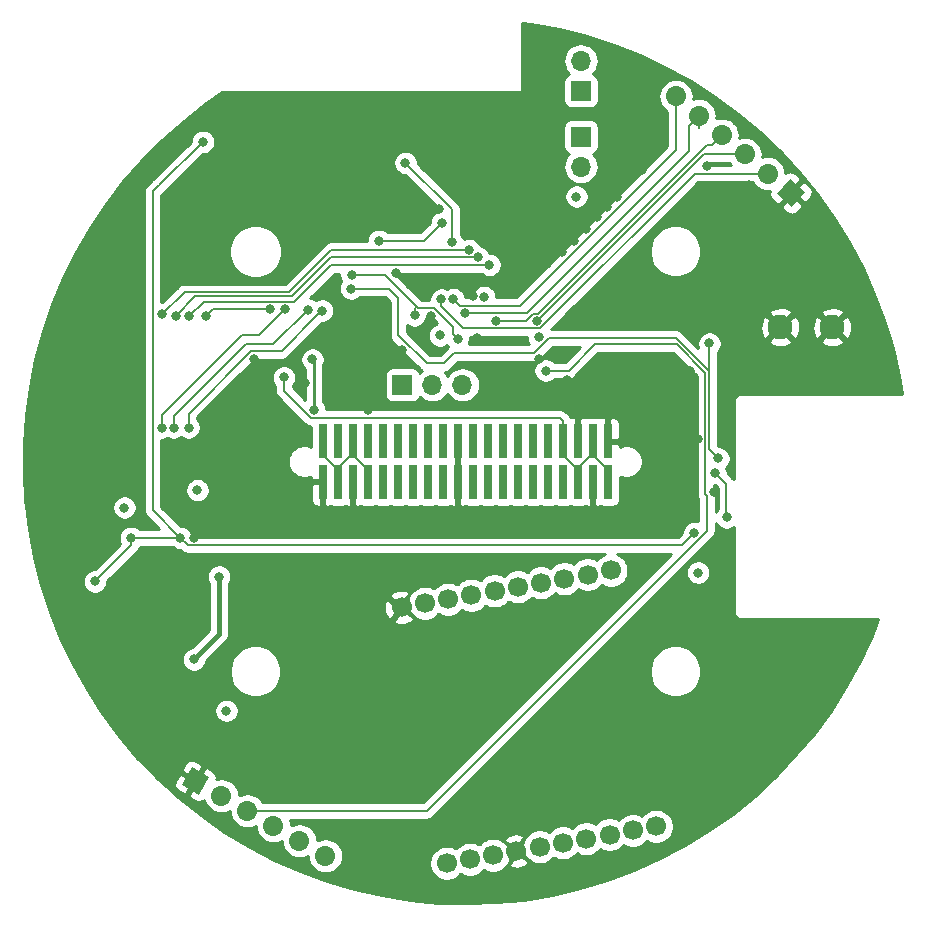
<source format=gbr>
G04 #@! TF.GenerationSoftware,KiCad,Pcbnew,(5.1.4)-1*
G04 #@! TF.CreationDate,2020-01-28T12:58:01-05:00*
G04 #@! TF.ProjectId,MASA-Radio Board,4d415341-2d52-4616-9469-6f20426f6172,rev?*
G04 #@! TF.SameCoordinates,Original*
G04 #@! TF.FileFunction,Copper,L3,Inr*
G04 #@! TF.FilePolarity,Positive*
%FSLAX46Y46*%
G04 Gerber Fmt 4.6, Leading zero omitted, Abs format (unit mm)*
G04 Created by KiCad (PCBNEW (5.1.4)-1) date 2020-01-28 12:58:01*
%MOMM*%
%LPD*%
G04 APERTURE LIST*
%ADD10C,2.100000*%
%ADD11C,1.700000*%
%ADD12C,0.100000*%
%ADD13C,1.700000*%
%ADD14O,1.700000X1.700000*%
%ADD15R,1.700000X1.700000*%
%ADD16R,0.740000X2.920000*%
%ADD17C,0.800000*%
%ADD18C,0.203200*%
%ADD19C,0.254000*%
%ADD20C,0.381000*%
G04 APERTURE END LIST*
D10*
X183460000Y-115640000D03*
X179060000Y-115640000D03*
D11*
X179959000Y-104267000D03*
D12*
G36*
X179854232Y-103069493D02*
G01*
X181156507Y-104162232D01*
X180063768Y-105464507D01*
X178761493Y-104371768D01*
X179854232Y-103069493D01*
X179854232Y-103069493D01*
G37*
D11*
X178013247Y-102634319D03*
D13*
X178013247Y-102634319D02*
X178013247Y-102634319D01*
D11*
X176067494Y-101001639D03*
D13*
X176067494Y-101001639D02*
X176067494Y-101001639D01*
D11*
X174121741Y-99368958D03*
D13*
X174121741Y-99368958D02*
X174121741Y-99368958D01*
D11*
X172175988Y-97736278D03*
D13*
X172175988Y-97736278D02*
X172175988Y-97736278D01*
D11*
X170230236Y-96103597D03*
D13*
X170230236Y-96103597D02*
X170230236Y-96103597D01*
D11*
X168538847Y-157898111D03*
X166569231Y-158245407D03*
X164599616Y-158592703D03*
X162630000Y-158940000D03*
X160660385Y-159287296D03*
X158690769Y-159634592D03*
X156721154Y-159981889D03*
X154751538Y-160329185D03*
X152781923Y-160676482D03*
X150812307Y-161023778D03*
X146992047Y-139358007D03*
X148961663Y-139010711D03*
X150931278Y-138663415D03*
X152900894Y-138316118D03*
X154870509Y-137968822D03*
X156840125Y-137621526D03*
X158809740Y-137274229D03*
X160779356Y-136926933D03*
X162748971Y-136579636D03*
X164718587Y-136232340D03*
D14*
X162179000Y-93091000D03*
D15*
X162179000Y-95631000D03*
D11*
X140538523Y-160401000D03*
D13*
X140538523Y-160401000D02*
X140538523Y-160401000D01*
D11*
X138338818Y-159131000D03*
D13*
X138338818Y-159131000D02*
X138338818Y-159131000D01*
D11*
X136139114Y-157861000D03*
D13*
X136139114Y-157861000D02*
X136139114Y-157861000D01*
D11*
X133939409Y-156591000D03*
D13*
X133939409Y-156591000D02*
X133939409Y-156591000D01*
D11*
X131739705Y-155321000D03*
D13*
X131739705Y-155321000D02*
X131739705Y-155321000D01*
D11*
X129540000Y-154051000D03*
D12*
G36*
X129851122Y-155212122D02*
G01*
X128378878Y-154362122D01*
X129228878Y-152889878D01*
X130701122Y-153739878D01*
X129851122Y-155212122D01*
X129851122Y-155212122D01*
G37*
D14*
X152146000Y-120523000D03*
X149606000Y-120523000D03*
D15*
X147066000Y-120523000D03*
D14*
X162179000Y-102044500D03*
D15*
X162179000Y-99504500D03*
D16*
X164465000Y-125314200D03*
X164465000Y-128744200D03*
X163195000Y-125314200D03*
X163195000Y-128744200D03*
X161925000Y-125314200D03*
X161925000Y-128744200D03*
X160655000Y-125314200D03*
X160655000Y-128744200D03*
X159385000Y-125314200D03*
X159385000Y-128744200D03*
X158115000Y-125314200D03*
X158115000Y-128744200D03*
X156845000Y-125314200D03*
X156845000Y-128744200D03*
X155575000Y-125314200D03*
X155575000Y-128744200D03*
X154305000Y-125314200D03*
X154305000Y-128744200D03*
X153035000Y-125314200D03*
X153035000Y-128744200D03*
X151765000Y-125314200D03*
X151765000Y-128744200D03*
X150495000Y-125314200D03*
X150495000Y-128744200D03*
X149225000Y-125314200D03*
X149225000Y-128744200D03*
X147955000Y-125314200D03*
X147955000Y-128744200D03*
X146685000Y-125314200D03*
X146685000Y-128744200D03*
X145415000Y-125314200D03*
X145415000Y-128744200D03*
X144145000Y-125314200D03*
X144145000Y-128744200D03*
X142875000Y-125314200D03*
X142875000Y-128744200D03*
X141605000Y-125314200D03*
X141605000Y-128744200D03*
X140335000Y-125314200D03*
X140335000Y-128744200D03*
D17*
X118970000Y-135490000D03*
X121412000Y-127635000D03*
X157988000Y-121412000D03*
X147066000Y-117602000D03*
X131826000Y-96393000D03*
X133477000Y-96520000D03*
X136144000Y-96520000D03*
X141605000Y-99314000D03*
X141605000Y-100584000D03*
X141605000Y-97663000D03*
X161036000Y-121793000D03*
X161036000Y-120142000D03*
X158623000Y-118364000D03*
X163703000Y-118364000D03*
X172085000Y-125095000D03*
X174260000Y-120140000D03*
X170561000Y-130810000D03*
X139700000Y-132207000D03*
X136080000Y-132470000D03*
X136398000Y-138684000D03*
X129413000Y-133477000D03*
X123660000Y-137330000D03*
X120015000Y-132080000D03*
X121150000Y-134870000D03*
X119507000Y-142748000D03*
X127508000Y-128270000D03*
X123825000Y-128143000D03*
X135700000Y-130150000D03*
X138782653Y-120376046D03*
X173462005Y-129602926D03*
X171450000Y-119380000D03*
X153416000Y-116586000D03*
X134493000Y-118364000D03*
X178181000Y-105918000D03*
X149860000Y-117729000D03*
X144145000Y-122682000D03*
X155829000Y-110363000D03*
X153035000Y-113030000D03*
X147383500Y-106426000D03*
X128016000Y-136461500D03*
X124206000Y-139192000D03*
X131000500Y-135255000D03*
X127530000Y-130810000D03*
X130175000Y-127762000D03*
X125031500Y-144335500D03*
X134683500Y-124333000D03*
X135890000Y-125730000D03*
X165036500Y-132905500D03*
X168084500Y-130810000D03*
X166560500Y-124015500D03*
X153543000Y-119253000D03*
X124968000Y-142494000D03*
X150177500Y-105600500D03*
X122618500Y-114681000D03*
X166790000Y-114860000D03*
X171680000Y-115060000D03*
X149500000Y-114700000D03*
X164750000Y-102300000D03*
X166250000Y-102300000D03*
X172850000Y-102000000D03*
X176400000Y-103600000D03*
X177600000Y-104750000D03*
X179550000Y-106500000D03*
X180850000Y-107900000D03*
X181450000Y-109500000D03*
X171550000Y-104650000D03*
X173200000Y-104700000D03*
X174530000Y-105300000D03*
X175530000Y-106130000D03*
X176550000Y-107250000D03*
X177850000Y-108300000D03*
X178700000Y-109150000D03*
X161150000Y-105700000D03*
X160100000Y-106700000D03*
X159000000Y-107750000D03*
X160600000Y-109300000D03*
X159300000Y-110300000D03*
X161550000Y-108300000D03*
X162600000Y-107300000D03*
X163500000Y-106300000D03*
X164400000Y-105500000D03*
X165200000Y-104650000D03*
X167350000Y-102350000D03*
X177650000Y-144350000D03*
X181350000Y-143700000D03*
X184350000Y-143100000D03*
X179850000Y-149150000D03*
X175750000Y-154100000D03*
X172200000Y-153050000D03*
X173750000Y-148300000D03*
X169000000Y-149350000D03*
X168400000Y-152950000D03*
X164400000Y-153300000D03*
X160350000Y-155600000D03*
X155000000Y-157100000D03*
X149950000Y-158400000D03*
X156100000Y-153150000D03*
X160600000Y-150750000D03*
X165400000Y-148100000D03*
X165600000Y-144900000D03*
X168700000Y-141450000D03*
X173200000Y-141850000D03*
X172900000Y-137550000D03*
X164300000Y-139350000D03*
X159950000Y-143950000D03*
X155100000Y-148550000D03*
X150750000Y-153300000D03*
X156800000Y-140850000D03*
X152250000Y-144950000D03*
X149050000Y-148550000D03*
X145650000Y-151050000D03*
X141550000Y-154050000D03*
X137300000Y-153650000D03*
X134500000Y-151900000D03*
X131300000Y-150300000D03*
X127400000Y-150550000D03*
X123850000Y-148700000D03*
X129300000Y-148050000D03*
X134550000Y-148450000D03*
X137550000Y-148950000D03*
X140100000Y-148050000D03*
X138900000Y-143450000D03*
X139050000Y-139150000D03*
X144150000Y-137150000D03*
X149250000Y-135950000D03*
X155900000Y-135550000D03*
X116800000Y-133700000D03*
X117250000Y-129450000D03*
X118050000Y-122800000D03*
X118700000Y-118800000D03*
X120300000Y-113400000D03*
X122050000Y-108650000D03*
X124100000Y-119250000D03*
X123900000Y-123300000D03*
X131850000Y-123700000D03*
X128750000Y-104300000D03*
X134450000Y-104550000D03*
X130900000Y-102050000D03*
X149600000Y-97850000D03*
X153150000Y-97900000D03*
X155800000Y-97900000D03*
X155800000Y-100250000D03*
X153100000Y-100300000D03*
X149350000Y-100050000D03*
X150950000Y-101650000D03*
X154800000Y-101700000D03*
X152800000Y-104950000D03*
X155150000Y-105050000D03*
X155200000Y-106700000D03*
X152950000Y-106900000D03*
X166850000Y-112650000D03*
X172050000Y-112900000D03*
X174650000Y-122200000D03*
X128650000Y-107450000D03*
X128650000Y-110800000D03*
X131400000Y-110850000D03*
X131450000Y-107600000D03*
X137600000Y-107500000D03*
X141100000Y-107050000D03*
X159650000Y-91150000D03*
X159600000Y-92700000D03*
X159300000Y-94250000D03*
X145080000Y-102110000D03*
X147700000Y-112100000D03*
X146510000Y-111020000D03*
X137033000Y-119888000D03*
X139446000Y-118364000D03*
X139594900Y-122660100D03*
X121031000Y-137160000D03*
X124079000Y-133477000D03*
X128270000Y-133477000D03*
X130175000Y-99949000D03*
X171788177Y-133053177D03*
X132170000Y-148110000D03*
X150241000Y-116332000D03*
X129710000Y-129430000D03*
X153987500Y-113093500D03*
X161798000Y-104584500D03*
X158623000Y-116459000D03*
X123520000Y-130910000D03*
X172107500Y-136422500D03*
X148100000Y-114640000D03*
X151740000Y-116620000D03*
X142760000Y-111210000D03*
X126746000Y-114554000D03*
X152700889Y-109106225D03*
X127889000Y-114681000D03*
X153479500Y-109734825D03*
X154426471Y-110363425D03*
X129032000Y-114681000D03*
X155003500Y-115085801D03*
X152400000Y-114457201D03*
X151380654Y-113271349D03*
X150368000Y-113284000D03*
X130429000Y-114681000D03*
X135826500Y-114109500D03*
X150400000Y-106790000D03*
X145080000Y-108330000D03*
X140271500Y-114236500D03*
X128968500Y-124142500D03*
X139065000Y-114173000D03*
X127698500Y-124142500D03*
X137096500Y-114109500D03*
X126682500Y-124142500D03*
X131549500Y-136756500D03*
X129413000Y-143764000D03*
X159197000Y-119314000D03*
X158432500Y-115125500D03*
X147320000Y-101727000D03*
X151257000Y-108458000D03*
X174510000Y-131740000D03*
X173570000Y-128000000D03*
X173060000Y-117010000D03*
X173810000Y-126750000D03*
X142730000Y-112370000D03*
D18*
X137033000Y-119888000D02*
X137033000Y-120142000D01*
X139315071Y-123310601D02*
X160407399Y-123310601D01*
X137033000Y-119888000D02*
X137033000Y-121028530D01*
X137033000Y-121028530D02*
X139315071Y-123310601D01*
X160655000Y-123558202D02*
X160655000Y-126314200D01*
X160407399Y-123310601D02*
X160655000Y-123558202D01*
X160655000Y-126474200D02*
X161925000Y-127744200D01*
X160655000Y-126314200D02*
X160655000Y-126474200D01*
X161925000Y-127584200D02*
X163195000Y-126314200D01*
X161925000Y-127744200D02*
X161925000Y-127584200D01*
X163195000Y-126474200D02*
X164465000Y-127744200D01*
X163195000Y-126314200D02*
X163195000Y-126474200D01*
D19*
X139594900Y-122660100D02*
X139594900Y-118512900D01*
D18*
X140335000Y-126474200D02*
X141605000Y-127744200D01*
X140335000Y-126314200D02*
X140335000Y-126474200D01*
X141605000Y-127584200D02*
X142875000Y-126314200D01*
X141605000Y-127744200D02*
X141605000Y-127584200D01*
X142875000Y-126474200D02*
X144145000Y-127744200D01*
X142875000Y-126314200D02*
X142875000Y-126474200D01*
D19*
X139594900Y-118512900D02*
X139446000Y-118364000D01*
D18*
X121031000Y-137160000D02*
X123348750Y-134842250D01*
X124079000Y-134112000D02*
X124079000Y-133477000D01*
X124079000Y-133477000D02*
X128270000Y-133477000D01*
X170735753Y-134105601D02*
X171788177Y-133053177D01*
X128270000Y-133477000D02*
X128898601Y-134105601D01*
X128898601Y-134105601D02*
X170735753Y-134105601D01*
X123348750Y-134842250D02*
X124079000Y-134112000D01*
X128270000Y-133477000D02*
X125920500Y-131127500D01*
X125920500Y-104140000D02*
X126428500Y-103632000D01*
X125920500Y-131127500D02*
X125920500Y-104140000D01*
X126428500Y-103632000D02*
X130175000Y-99949000D01*
X151340001Y-115609671D02*
X149760330Y-114030000D01*
X151740000Y-116620000D02*
X151340001Y-116220001D01*
X151340001Y-116220001D02*
X151340001Y-115609671D01*
X149760330Y-114030000D02*
X148400000Y-114030000D01*
X143170685Y-111205000D02*
X145575000Y-111205000D01*
X143165685Y-111210000D02*
X143170685Y-111205000D01*
X142760000Y-111210000D02*
X143165685Y-111210000D01*
X148244315Y-113930000D02*
X148300000Y-113930000D01*
X148100000Y-114074315D02*
X148244315Y-113930000D01*
X148100000Y-114640000D02*
X148100000Y-114074315D01*
X148400000Y-114030000D02*
X148300000Y-113930000D01*
X148300000Y-113930000D02*
X145575000Y-111205000D01*
X128600210Y-112699790D02*
X128575000Y-112725000D01*
X137440210Y-112699790D02*
X128600210Y-112699790D01*
X141033775Y-109106225D02*
X137440210Y-112699790D01*
X152700889Y-109106225D02*
X141033775Y-109106225D01*
X126746000Y-114554000D02*
X128575000Y-112725000D01*
X141015175Y-109734825D02*
X153479500Y-109734825D01*
X137720000Y-113030000D02*
X141015175Y-109734825D01*
X127889000Y-114681000D02*
X129540000Y-113030000D01*
X129540000Y-113030000D02*
X137720000Y-113030000D01*
X130232101Y-113480899D02*
X129032000Y-114681000D01*
X137905951Y-113480899D02*
X130232101Y-113480899D01*
X154426471Y-110363425D02*
X141023425Y-110363425D01*
X141023425Y-110363425D02*
X137905951Y-113480899D01*
X156630699Y-115085801D02*
X155003500Y-115085801D01*
X173271742Y-100218957D02*
X172831043Y-100218957D01*
X174121741Y-99368958D02*
X173271742Y-100218957D01*
X172831043Y-100218957D02*
X158553101Y-114496899D01*
X158553101Y-114496899D02*
X158103101Y-114496899D01*
X158103101Y-114496899D02*
X157514199Y-115085801D01*
X157514199Y-115085801D02*
X156630699Y-115085801D01*
X172175988Y-97736278D02*
X172175988Y-98778512D01*
X152965685Y-114457201D02*
X152400000Y-114457201D01*
X157592800Y-114457200D02*
X152965685Y-114457201D01*
X171325989Y-100724011D02*
X157592800Y-114457200D01*
X172175988Y-97736278D02*
X171325989Y-98586277D01*
X171325989Y-98586277D02*
X171325989Y-100724011D01*
D19*
X151380654Y-113271349D02*
X151380654Y-113280654D01*
D18*
X170230236Y-99898764D02*
X170230236Y-96103597D01*
X170230236Y-100600094D02*
X170230236Y-99898764D01*
X157001729Y-113828601D02*
X170230236Y-100600094D01*
X151937906Y-113828601D02*
X157001729Y-113828601D01*
X151380654Y-113271349D02*
X151937906Y-113828601D01*
X150368000Y-113849685D02*
X152232717Y-115714402D01*
X150368000Y-113284000D02*
X150368000Y-113849685D01*
X152232717Y-115714402D02*
X158732598Y-115714402D01*
X171812681Y-102634319D02*
X178013247Y-102634319D01*
X158732598Y-115714402D02*
X171812681Y-102634319D01*
X130429000Y-114681000D02*
X130828999Y-114281001D01*
X130828999Y-114281001D02*
X131000500Y-114109500D01*
X131000500Y-114109500D02*
X135826500Y-114109500D01*
X140271500Y-114236500D02*
X139871501Y-114636499D01*
X139871501Y-114636499D02*
X136842500Y-117665500D01*
X134261170Y-117665500D02*
X128968500Y-122958170D01*
X136842500Y-117665500D02*
X134261170Y-117665500D01*
X128968500Y-122958170D02*
X128968500Y-124142500D01*
X128968500Y-124142500D02*
X128968500Y-124206000D01*
X145080000Y-108330000D02*
X148880000Y-108330000D01*
X148880000Y-108330000D02*
X150430000Y-106780000D01*
X139065000Y-114173000D02*
X136144000Y-117094000D01*
X136144000Y-117094000D02*
X133794500Y-117094000D01*
X133794500Y-117094000D02*
X127698500Y-123190000D01*
X127698500Y-123190000D02*
X127698500Y-124142500D01*
X127698500Y-124142500D02*
X127698500Y-124142500D01*
X137096500Y-114109500D02*
X134937500Y-116268500D01*
X133477000Y-116268500D02*
X126682500Y-123063000D01*
X134937500Y-116268500D02*
X133477000Y-116268500D01*
X126682500Y-123063000D02*
X126682500Y-124142500D01*
X126682500Y-124142500D02*
X126682500Y-124142500D01*
D20*
X131549500Y-141627500D02*
X131549500Y-136756500D01*
X129413000Y-143764000D02*
X131549500Y-141627500D01*
D18*
X172840601Y-132889729D02*
X172840601Y-129911852D01*
X172840601Y-129911852D02*
X172713601Y-129784852D01*
X133939409Y-156591000D02*
X149139330Y-156591000D01*
X149139330Y-156591000D02*
X172840601Y-132889729D01*
X170313399Y-117100399D02*
X172720000Y-119507000D01*
X161138330Y-119314000D02*
X163351931Y-117100399D01*
X172713601Y-129784852D02*
X172720000Y-119507000D01*
X159197000Y-119314000D02*
X161138330Y-119314000D01*
X163351931Y-117100399D02*
X170313399Y-117100399D01*
X174865413Y-101001639D02*
X176067494Y-101001639D01*
X172614046Y-101001639D02*
X174865413Y-101001639D01*
X158553685Y-115062000D02*
X172614046Y-101001639D01*
X151257000Y-105664000D02*
X147320000Y-101727000D01*
X151257000Y-108458000D02*
X151257000Y-105664000D01*
X174498000Y-128928000D02*
X173570000Y-128000000D01*
X174498000Y-131445000D02*
X174498000Y-128928000D01*
X170229986Y-116550000D02*
X173050208Y-119370222D01*
X159506670Y-116550000D02*
X170229986Y-116550000D01*
X158236670Y-117820000D02*
X159506670Y-116550000D01*
X151450000Y-117820000D02*
X158236670Y-117820000D01*
X142730000Y-112370000D02*
X145890000Y-112370000D01*
X146720000Y-113200000D02*
X146720000Y-116325670D01*
X146720000Y-116325670D02*
X149104330Y-118710000D01*
X173050208Y-119370222D02*
X173050208Y-125990208D01*
X145890000Y-112370000D02*
X146720000Y-113200000D01*
X149104330Y-118710000D02*
X150560000Y-118710000D01*
X173050208Y-125990208D02*
X173810000Y-126750000D01*
X150560000Y-118710000D02*
X151450000Y-117820000D01*
X173050208Y-117515477D02*
X173050208Y-119370222D01*
X173060000Y-117505685D02*
X173050208Y-117515477D01*
X173060000Y-117010000D02*
X173060000Y-117505685D01*
D19*
G36*
X157938218Y-89987673D02*
G01*
X160315174Y-90422218D01*
X162659105Y-91009239D01*
X164960305Y-91746307D01*
X167209129Y-92630336D01*
X169396213Y-93657641D01*
X171512443Y-94823943D01*
X173549010Y-96124386D01*
X175497384Y-97553524D01*
X177349500Y-99105437D01*
X179097588Y-100773621D01*
X180734391Y-102551147D01*
X182253070Y-104430589D01*
X183647308Y-106404128D01*
X184911274Y-108463517D01*
X186039711Y-110600183D01*
X187027909Y-112805209D01*
X187871753Y-115069414D01*
X188567725Y-117383362D01*
X189113035Y-119737880D01*
X189365774Y-121260000D01*
X175800419Y-121260000D01*
X175768000Y-121256807D01*
X175735581Y-121260000D01*
X175638617Y-121269550D01*
X175514207Y-121307290D01*
X175399550Y-121368575D01*
X175299052Y-121451052D01*
X175216575Y-121551550D01*
X175155290Y-121666207D01*
X175117550Y-121790617D01*
X175104807Y-121920000D01*
X175108000Y-121952419D01*
X175108000Y-128510178D01*
X175021375Y-128404625D01*
X174993269Y-128381559D01*
X174605000Y-127993290D01*
X174605000Y-127898061D01*
X174565226Y-127698102D01*
X174495043Y-127528668D01*
X174613937Y-127409774D01*
X174727205Y-127240256D01*
X174805226Y-127051898D01*
X174845000Y-126851939D01*
X174845000Y-126648061D01*
X174805226Y-126448102D01*
X174727205Y-126259744D01*
X174613937Y-126090226D01*
X174469774Y-125946063D01*
X174300256Y-125832795D01*
X174111898Y-125754774D01*
X173911939Y-125715000D01*
X173816709Y-125715000D01*
X173786808Y-125685099D01*
X173786808Y-119406397D01*
X173790371Y-119370221D01*
X173786808Y-119334045D01*
X173786808Y-117746903D01*
X173863937Y-117669774D01*
X173977205Y-117500256D01*
X174055226Y-117311898D01*
X174095000Y-117111939D01*
X174095000Y-116908061D01*
X174075707Y-116811066D01*
X178068539Y-116811066D01*
X178170339Y-117080579D01*
X178468477Y-117226463D01*
X178789346Y-117311380D01*
X179120617Y-117332066D01*
X179449557Y-117287728D01*
X179763527Y-117180069D01*
X179949661Y-117080579D01*
X180051461Y-116811066D01*
X182468539Y-116811066D01*
X182570339Y-117080579D01*
X182868477Y-117226463D01*
X183189346Y-117311380D01*
X183520617Y-117332066D01*
X183849557Y-117287728D01*
X184163527Y-117180069D01*
X184349661Y-117080579D01*
X184451461Y-116811066D01*
X183460000Y-115819605D01*
X182468539Y-116811066D01*
X180051461Y-116811066D01*
X179060000Y-115819605D01*
X178068539Y-116811066D01*
X174075707Y-116811066D01*
X174055226Y-116708102D01*
X173977205Y-116519744D01*
X173863937Y-116350226D01*
X173719774Y-116206063D01*
X173550256Y-116092795D01*
X173361898Y-116014774D01*
X173161939Y-115975000D01*
X172958061Y-115975000D01*
X172758102Y-116014774D01*
X172569744Y-116092795D01*
X172400226Y-116206063D01*
X172256063Y-116350226D01*
X172142795Y-116519744D01*
X172064774Y-116708102D01*
X172025000Y-116908061D01*
X172025000Y-117111939D01*
X172064774Y-117311898D01*
X172086822Y-117365127D01*
X170776432Y-116054737D01*
X170753361Y-116026625D01*
X170641199Y-115934576D01*
X170513235Y-115866178D01*
X170374385Y-115824058D01*
X170266172Y-115813400D01*
X170266169Y-115813400D01*
X170229986Y-115809836D01*
X170193803Y-115813400D01*
X159675309Y-115813400D01*
X159788092Y-115700617D01*
X177367934Y-115700617D01*
X177412272Y-116029557D01*
X177519931Y-116343527D01*
X177619421Y-116529661D01*
X177888934Y-116631461D01*
X178880395Y-115640000D01*
X179239605Y-115640000D01*
X180231066Y-116631461D01*
X180500579Y-116529661D01*
X180646463Y-116231523D01*
X180731380Y-115910654D01*
X180744495Y-115700617D01*
X181767934Y-115700617D01*
X181812272Y-116029557D01*
X181919931Y-116343527D01*
X182019421Y-116529661D01*
X182288934Y-116631461D01*
X183280395Y-115640000D01*
X183639605Y-115640000D01*
X184631066Y-116631461D01*
X184900579Y-116529661D01*
X185046463Y-116231523D01*
X185131380Y-115910654D01*
X185152066Y-115579383D01*
X185107728Y-115250443D01*
X185000069Y-114936473D01*
X184900579Y-114750339D01*
X184631066Y-114648539D01*
X183639605Y-115640000D01*
X183280395Y-115640000D01*
X182288934Y-114648539D01*
X182019421Y-114750339D01*
X181873537Y-115048477D01*
X181788620Y-115369346D01*
X181767934Y-115700617D01*
X180744495Y-115700617D01*
X180752066Y-115579383D01*
X180707728Y-115250443D01*
X180600069Y-114936473D01*
X180500579Y-114750339D01*
X180231066Y-114648539D01*
X179239605Y-115640000D01*
X178880395Y-115640000D01*
X177888934Y-114648539D01*
X177619421Y-114750339D01*
X177473537Y-115048477D01*
X177388620Y-115369346D01*
X177367934Y-115700617D01*
X159788092Y-115700617D01*
X161019775Y-114468934D01*
X178068539Y-114468934D01*
X179060000Y-115460395D01*
X180051461Y-114468934D01*
X182468539Y-114468934D01*
X183460000Y-115460395D01*
X184451461Y-114468934D01*
X184349661Y-114199421D01*
X184051523Y-114053537D01*
X183730654Y-113968620D01*
X183399383Y-113947934D01*
X183070443Y-113992272D01*
X182756473Y-114099931D01*
X182570339Y-114199421D01*
X182468539Y-114468934D01*
X180051461Y-114468934D01*
X179949661Y-114199421D01*
X179651523Y-114053537D01*
X179330654Y-113968620D01*
X178999383Y-113947934D01*
X178670443Y-113992272D01*
X178356473Y-114099931D01*
X178170339Y-114199421D01*
X178068539Y-114468934D01*
X161019775Y-114468934D01*
X166484739Y-109003970D01*
X167986613Y-109003970D01*
X167986613Y-109436030D01*
X168070904Y-109859787D01*
X168236246Y-110258958D01*
X168476285Y-110618203D01*
X168781797Y-110923715D01*
X169141042Y-111163754D01*
X169540213Y-111329096D01*
X169963970Y-111413387D01*
X170396030Y-111413387D01*
X170819787Y-111329096D01*
X171218958Y-111163754D01*
X171578203Y-110923715D01*
X171883715Y-110618203D01*
X172123754Y-110258958D01*
X172289096Y-109859787D01*
X172373387Y-109436030D01*
X172373387Y-109003970D01*
X172289096Y-108580213D01*
X172123754Y-108181042D01*
X171883715Y-107821797D01*
X171578203Y-107516285D01*
X171218958Y-107276246D01*
X170819787Y-107110904D01*
X170396030Y-107026613D01*
X169963970Y-107026613D01*
X169540213Y-107110904D01*
X169141042Y-107276246D01*
X168781797Y-107516285D01*
X168476285Y-107821797D01*
X168236246Y-108181042D01*
X168070904Y-108580213D01*
X167986613Y-109003970D01*
X166484739Y-109003970D01*
X170124109Y-105364600D01*
X179203791Y-105364600D01*
X179223358Y-105588253D01*
X179653624Y-105953299D01*
X179756863Y-106023923D01*
X179871896Y-106073048D01*
X179994304Y-106098787D01*
X180119380Y-106100151D01*
X180242319Y-106077088D01*
X180358397Y-106030485D01*
X180463153Y-105962130D01*
X180552560Y-105874652D01*
X180912899Y-105440437D01*
X180893332Y-105216785D01*
X179974654Y-104445922D01*
X179203791Y-105364600D01*
X170124109Y-105364600D01*
X172117791Y-103370919D01*
X176723145Y-103370919D01*
X176772541Y-103463333D01*
X176958113Y-103689453D01*
X177184233Y-103875025D01*
X177442213Y-104012918D01*
X177722136Y-104097832D01*
X177940297Y-104119319D01*
X178086197Y-104119319D01*
X178182888Y-104109796D01*
X178152952Y-104179896D01*
X178127213Y-104302304D01*
X178125849Y-104427380D01*
X178148912Y-104550319D01*
X178195515Y-104666397D01*
X178263870Y-104771153D01*
X178351348Y-104860560D01*
X178785563Y-105220899D01*
X179009215Y-105201332D01*
X179780078Y-104282654D01*
X179764757Y-104269798D01*
X179780240Y-104251346D01*
X180137922Y-104251346D01*
X181056600Y-105022209D01*
X181280253Y-105002642D01*
X181645299Y-104572376D01*
X181715923Y-104469137D01*
X181765048Y-104354104D01*
X181790787Y-104231696D01*
X181792151Y-104106620D01*
X181769088Y-103983681D01*
X181722485Y-103867603D01*
X181654130Y-103762847D01*
X181566652Y-103673440D01*
X181132437Y-103313101D01*
X180908785Y-103332668D01*
X180137922Y-104251346D01*
X179780240Y-104251346D01*
X179928026Y-104075223D01*
X179943346Y-104088078D01*
X180714209Y-103169400D01*
X180694642Y-102945747D01*
X180264376Y-102580701D01*
X180161137Y-102510077D01*
X180046104Y-102460952D01*
X179923696Y-102435213D01*
X179798620Y-102433849D01*
X179675681Y-102456912D01*
X179559603Y-102503515D01*
X179496598Y-102544627D01*
X179476760Y-102343208D01*
X179391846Y-102063285D01*
X179253953Y-101805305D01*
X179068381Y-101579185D01*
X178842261Y-101393613D01*
X178584281Y-101255720D01*
X178304358Y-101170806D01*
X178086197Y-101149319D01*
X177940297Y-101149319D01*
X177722136Y-101170806D01*
X177537501Y-101226815D01*
X177559679Y-101001639D01*
X177531007Y-100710528D01*
X177446093Y-100430605D01*
X177308200Y-100172625D01*
X177122628Y-99946505D01*
X176896508Y-99760933D01*
X176638528Y-99623040D01*
X176358605Y-99538126D01*
X176140444Y-99516639D01*
X175994544Y-99516639D01*
X175776383Y-99538126D01*
X175591748Y-99594135D01*
X175613926Y-99368958D01*
X175585254Y-99077847D01*
X175500340Y-98797924D01*
X175362447Y-98539944D01*
X175176875Y-98313824D01*
X174950755Y-98128252D01*
X174692775Y-97990359D01*
X174412852Y-97905445D01*
X174194691Y-97883958D01*
X174048791Y-97883958D01*
X173830630Y-97905445D01*
X173645995Y-97961454D01*
X173668173Y-97736278D01*
X173639501Y-97445167D01*
X173554587Y-97165244D01*
X173416694Y-96907264D01*
X173231122Y-96681144D01*
X173005002Y-96495572D01*
X172747022Y-96357679D01*
X172467099Y-96272765D01*
X172248938Y-96251278D01*
X172103038Y-96251278D01*
X171884877Y-96272765D01*
X171700243Y-96328773D01*
X171722421Y-96103597D01*
X171693749Y-95812486D01*
X171608835Y-95532563D01*
X171470942Y-95274583D01*
X171285370Y-95048463D01*
X171059250Y-94862891D01*
X170801270Y-94724998D01*
X170521347Y-94640084D01*
X170303186Y-94618597D01*
X170157286Y-94618597D01*
X169939125Y-94640084D01*
X169659202Y-94724998D01*
X169401222Y-94862891D01*
X169175102Y-95048463D01*
X168989530Y-95274583D01*
X168851637Y-95532563D01*
X168766723Y-95812486D01*
X168738051Y-96103597D01*
X168766723Y-96394708D01*
X168851637Y-96674631D01*
X168989530Y-96932611D01*
X169175102Y-97158731D01*
X169401222Y-97344303D01*
X169493637Y-97393700D01*
X169493636Y-99862578D01*
X169493636Y-100294984D01*
X156696620Y-113092001D01*
X155022500Y-113092001D01*
X155022500Y-112991561D01*
X154982726Y-112791602D01*
X154904705Y-112603244D01*
X154791437Y-112433726D01*
X154647274Y-112289563D01*
X154477756Y-112176295D01*
X154289398Y-112098274D01*
X154089439Y-112058500D01*
X153885561Y-112058500D01*
X153685602Y-112098274D01*
X153497244Y-112176295D01*
X153327726Y-112289563D01*
X153183563Y-112433726D01*
X153070295Y-112603244D01*
X152992274Y-112791602D01*
X152952500Y-112991561D01*
X152952500Y-113092001D01*
X152400257Y-113092001D01*
X152375880Y-112969451D01*
X152297859Y-112781093D01*
X152184591Y-112611575D01*
X152040428Y-112467412D01*
X151870910Y-112354144D01*
X151682552Y-112276123D01*
X151482593Y-112236349D01*
X151278715Y-112236349D01*
X151078756Y-112276123D01*
X150890398Y-112354144D01*
X150864860Y-112371208D01*
X150858256Y-112366795D01*
X150669898Y-112288774D01*
X150469939Y-112249000D01*
X150266061Y-112249000D01*
X150066102Y-112288774D01*
X149877744Y-112366795D01*
X149708226Y-112480063D01*
X149564063Y-112624226D01*
X149450795Y-112793744D01*
X149372774Y-112982102D01*
X149333000Y-113182061D01*
X149333000Y-113293400D01*
X148705110Y-113293400D01*
X146511734Y-111100025D01*
X153699360Y-111100025D01*
X153766697Y-111167362D01*
X153936215Y-111280630D01*
X154124573Y-111358651D01*
X154324532Y-111398425D01*
X154528410Y-111398425D01*
X154728369Y-111358651D01*
X154916727Y-111280630D01*
X155086245Y-111167362D01*
X155230408Y-111023199D01*
X155343676Y-110853681D01*
X155421697Y-110665323D01*
X155461471Y-110465364D01*
X155461471Y-110261486D01*
X155421697Y-110061527D01*
X155343676Y-109873169D01*
X155230408Y-109703651D01*
X155086245Y-109559488D01*
X154916727Y-109446220D01*
X154728369Y-109368199D01*
X154528410Y-109328425D01*
X154431440Y-109328425D01*
X154396705Y-109244569D01*
X154283437Y-109075051D01*
X154139274Y-108930888D01*
X153969756Y-108817620D01*
X153781398Y-108739599D01*
X153659239Y-108715300D01*
X153618094Y-108615969D01*
X153504826Y-108446451D01*
X153360663Y-108302288D01*
X153191145Y-108189020D01*
X153002787Y-108110999D01*
X152802828Y-108071225D01*
X152598950Y-108071225D01*
X152398991Y-108110999D01*
X152255109Y-108170597D01*
X152252226Y-108156102D01*
X152174205Y-107967744D01*
X152060937Y-107798226D01*
X151993600Y-107730889D01*
X151993600Y-105700186D01*
X151997164Y-105664000D01*
X151982942Y-105519601D01*
X151968231Y-105471106D01*
X151940822Y-105380751D01*
X151872424Y-105252787D01*
X151821968Y-105191306D01*
X151803442Y-105168732D01*
X151803441Y-105168731D01*
X151780375Y-105140625D01*
X151752269Y-105117559D01*
X151117271Y-104482561D01*
X160763000Y-104482561D01*
X160763000Y-104686439D01*
X160802774Y-104886398D01*
X160880795Y-105074756D01*
X160994063Y-105244274D01*
X161138226Y-105388437D01*
X161307744Y-105501705D01*
X161496102Y-105579726D01*
X161696061Y-105619500D01*
X161899939Y-105619500D01*
X162099898Y-105579726D01*
X162288256Y-105501705D01*
X162457774Y-105388437D01*
X162601937Y-105244274D01*
X162715205Y-105074756D01*
X162793226Y-104886398D01*
X162833000Y-104686439D01*
X162833000Y-104482561D01*
X162793226Y-104282602D01*
X162715205Y-104094244D01*
X162601937Y-103924726D01*
X162457774Y-103780563D01*
X162288256Y-103667295D01*
X162099898Y-103589274D01*
X161899939Y-103549500D01*
X161696061Y-103549500D01*
X161496102Y-103589274D01*
X161307744Y-103667295D01*
X161138226Y-103780563D01*
X160994063Y-103924726D01*
X160880795Y-104094244D01*
X160802774Y-104282602D01*
X160763000Y-104482561D01*
X151117271Y-104482561D01*
X148679210Y-102044500D01*
X160686815Y-102044500D01*
X160715487Y-102335611D01*
X160800401Y-102615534D01*
X160938294Y-102873514D01*
X161123866Y-103099634D01*
X161349986Y-103285206D01*
X161607966Y-103423099D01*
X161887889Y-103508013D01*
X162106050Y-103529500D01*
X162251950Y-103529500D01*
X162470111Y-103508013D01*
X162750034Y-103423099D01*
X163008014Y-103285206D01*
X163234134Y-103099634D01*
X163419706Y-102873514D01*
X163557599Y-102615534D01*
X163642513Y-102335611D01*
X163671185Y-102044500D01*
X163642513Y-101753389D01*
X163557599Y-101473466D01*
X163419706Y-101215486D01*
X163234134Y-100989366D01*
X163204313Y-100964893D01*
X163273180Y-100944002D01*
X163383494Y-100885037D01*
X163480185Y-100805685D01*
X163559537Y-100708994D01*
X163618502Y-100598680D01*
X163654812Y-100478982D01*
X163667072Y-100354500D01*
X163667072Y-98654500D01*
X163654812Y-98530018D01*
X163618502Y-98410320D01*
X163559537Y-98300006D01*
X163480185Y-98203315D01*
X163383494Y-98123963D01*
X163273180Y-98064998D01*
X163153482Y-98028688D01*
X163029000Y-98016428D01*
X161329000Y-98016428D01*
X161204518Y-98028688D01*
X161084820Y-98064998D01*
X160974506Y-98123963D01*
X160877815Y-98203315D01*
X160798463Y-98300006D01*
X160739498Y-98410320D01*
X160703188Y-98530018D01*
X160690928Y-98654500D01*
X160690928Y-100354500D01*
X160703188Y-100478982D01*
X160739498Y-100598680D01*
X160798463Y-100708994D01*
X160877815Y-100805685D01*
X160974506Y-100885037D01*
X161084820Y-100944002D01*
X161153687Y-100964893D01*
X161123866Y-100989366D01*
X160938294Y-101215486D01*
X160800401Y-101473466D01*
X160715487Y-101753389D01*
X160686815Y-102044500D01*
X148679210Y-102044500D01*
X148355000Y-101720291D01*
X148355000Y-101625061D01*
X148315226Y-101425102D01*
X148237205Y-101236744D01*
X148123937Y-101067226D01*
X147979774Y-100923063D01*
X147810256Y-100809795D01*
X147621898Y-100731774D01*
X147421939Y-100692000D01*
X147218061Y-100692000D01*
X147018102Y-100731774D01*
X146829744Y-100809795D01*
X146660226Y-100923063D01*
X146516063Y-101067226D01*
X146402795Y-101236744D01*
X146324774Y-101425102D01*
X146285000Y-101625061D01*
X146285000Y-101828939D01*
X146324774Y-102028898D01*
X146402795Y-102217256D01*
X146516063Y-102386774D01*
X146660226Y-102530937D01*
X146829744Y-102644205D01*
X147018102Y-102722226D01*
X147218061Y-102762000D01*
X147313291Y-102762000D01*
X150306290Y-105755000D01*
X150298061Y-105755000D01*
X150098102Y-105794774D01*
X149909744Y-105872795D01*
X149740226Y-105986063D01*
X149596063Y-106130226D01*
X149482795Y-106299744D01*
X149404774Y-106488102D01*
X149365000Y-106688061D01*
X149365000Y-106803290D01*
X148574891Y-107593400D01*
X145807111Y-107593400D01*
X145739774Y-107526063D01*
X145570256Y-107412795D01*
X145381898Y-107334774D01*
X145181939Y-107295000D01*
X144978061Y-107295000D01*
X144778102Y-107334774D01*
X144589744Y-107412795D01*
X144420226Y-107526063D01*
X144276063Y-107670226D01*
X144162795Y-107839744D01*
X144084774Y-108028102D01*
X144045000Y-108228061D01*
X144045000Y-108369625D01*
X141069950Y-108369625D01*
X141033774Y-108366062D01*
X140997598Y-108369625D01*
X140997589Y-108369625D01*
X140889376Y-108380283D01*
X140750526Y-108422403D01*
X140622562Y-108490801D01*
X140510400Y-108582850D01*
X140487329Y-108610962D01*
X137135101Y-111963190D01*
X128636385Y-111963190D01*
X128600209Y-111959627D01*
X128564033Y-111963190D01*
X128564024Y-111963190D01*
X128455811Y-111973848D01*
X128316961Y-112015968D01*
X128188997Y-112084366D01*
X128076835Y-112176415D01*
X128053769Y-112204521D01*
X126739291Y-113519000D01*
X126657100Y-113519000D01*
X126657100Y-108995890D01*
X132344573Y-108995890D01*
X132344573Y-109444110D01*
X132432016Y-109883718D01*
X132603543Y-110297819D01*
X132852560Y-110670500D01*
X133169500Y-110987440D01*
X133542181Y-111236457D01*
X133956282Y-111407984D01*
X134395890Y-111495427D01*
X134844110Y-111495427D01*
X135283718Y-111407984D01*
X135697819Y-111236457D01*
X136070500Y-110987440D01*
X136387440Y-110670500D01*
X136636457Y-110297819D01*
X136807984Y-109883718D01*
X136895427Y-109444110D01*
X136895427Y-108995890D01*
X136807984Y-108556282D01*
X136636457Y-108142181D01*
X136387440Y-107769500D01*
X136070500Y-107452560D01*
X135697819Y-107203543D01*
X135283718Y-107032016D01*
X134844110Y-106944573D01*
X134395890Y-106944573D01*
X133956282Y-107032016D01*
X133542181Y-107203543D01*
X133169500Y-107452560D01*
X132852560Y-107769500D01*
X132603543Y-108142181D01*
X132432016Y-108556282D01*
X132344573Y-108995890D01*
X126657100Y-108995890D01*
X126657100Y-104445109D01*
X126947104Y-104155105D01*
X130172883Y-100984000D01*
X130276939Y-100984000D01*
X130476898Y-100944226D01*
X130665256Y-100866205D01*
X130834774Y-100752937D01*
X130978937Y-100608774D01*
X131092205Y-100439256D01*
X131170226Y-100250898D01*
X131210000Y-100050939D01*
X131210000Y-99847061D01*
X131170226Y-99647102D01*
X131092205Y-99458744D01*
X130978937Y-99289226D01*
X130834774Y-99145063D01*
X130665256Y-99031795D01*
X130476898Y-98953774D01*
X130276939Y-98914000D01*
X130073061Y-98914000D01*
X129873102Y-98953774D01*
X129684744Y-99031795D01*
X129515226Y-99145063D01*
X129371063Y-99289226D01*
X129257795Y-99458744D01*
X129179774Y-99647102D01*
X129140000Y-99847061D01*
X129140000Y-99933539D01*
X125935673Y-103083556D01*
X125933232Y-103085559D01*
X125909852Y-103108939D01*
X125886311Y-103132081D01*
X125884291Y-103134500D01*
X125425232Y-103593559D01*
X125397126Y-103616625D01*
X125374060Y-103644731D01*
X125374058Y-103644733D01*
X125305076Y-103728788D01*
X125236678Y-103856753D01*
X125223529Y-103900101D01*
X125207599Y-103952616D01*
X125194559Y-103995602D01*
X125180336Y-104140000D01*
X125183901Y-104176193D01*
X125183900Y-131091317D01*
X125180336Y-131127500D01*
X125183900Y-131163683D01*
X125183900Y-131163685D01*
X125194558Y-131271898D01*
X125236678Y-131410748D01*
X125305076Y-131538712D01*
X125397125Y-131650874D01*
X125425232Y-131673941D01*
X126491691Y-132740400D01*
X124806111Y-132740400D01*
X124738774Y-132673063D01*
X124569256Y-132559795D01*
X124380898Y-132481774D01*
X124180939Y-132442000D01*
X123977061Y-132442000D01*
X123777102Y-132481774D01*
X123588744Y-132559795D01*
X123419226Y-132673063D01*
X123275063Y-132817226D01*
X123161795Y-132986744D01*
X123083774Y-133175102D01*
X123044000Y-133375061D01*
X123044000Y-133578939D01*
X123083774Y-133778898D01*
X123161795Y-133967256D01*
X123169902Y-133979389D01*
X121024291Y-136125000D01*
X120929061Y-136125000D01*
X120729102Y-136164774D01*
X120540744Y-136242795D01*
X120371226Y-136356063D01*
X120227063Y-136500226D01*
X120113795Y-136669744D01*
X120035774Y-136858102D01*
X119996000Y-137058061D01*
X119996000Y-137261939D01*
X120035774Y-137461898D01*
X120113795Y-137650256D01*
X120227063Y-137819774D01*
X120371226Y-137963937D01*
X120540744Y-138077205D01*
X120729102Y-138155226D01*
X120929061Y-138195000D01*
X121132939Y-138195000D01*
X121332898Y-138155226D01*
X121521256Y-138077205D01*
X121690774Y-137963937D01*
X121834937Y-137819774D01*
X121948205Y-137650256D01*
X122026226Y-137461898D01*
X122066000Y-137261939D01*
X122066000Y-137166709D01*
X124574268Y-134658441D01*
X124602374Y-134635375D01*
X124694424Y-134523213D01*
X124762822Y-134395249D01*
X124804942Y-134256399D01*
X124809157Y-134213600D01*
X127542889Y-134213600D01*
X127610226Y-134280937D01*
X127779744Y-134394205D01*
X127968102Y-134472226D01*
X128168061Y-134512000D01*
X128263290Y-134512000D01*
X128352160Y-134600870D01*
X128375226Y-134628976D01*
X128403332Y-134652042D01*
X128403333Y-134652043D01*
X128428001Y-134672287D01*
X128487388Y-134721025D01*
X128615352Y-134789423D01*
X128754202Y-134831543D01*
X128862415Y-134842201D01*
X128862424Y-134842201D01*
X128898600Y-134845764D01*
X128934776Y-134842201D01*
X164194188Y-134842201D01*
X164015176Y-134916350D01*
X163771955Y-135078865D01*
X163565112Y-135285708D01*
X163540508Y-135322530D01*
X163452382Y-135263646D01*
X163182129Y-135151704D01*
X162895231Y-135094636D01*
X162602711Y-135094636D01*
X162315813Y-135151704D01*
X162045560Y-135263646D01*
X161802339Y-135426161D01*
X161595496Y-135633004D01*
X161570892Y-135669826D01*
X161482767Y-135610943D01*
X161212514Y-135499001D01*
X160925616Y-135441933D01*
X160633096Y-135441933D01*
X160346198Y-135499001D01*
X160075945Y-135610943D01*
X159832724Y-135773458D01*
X159625881Y-135980301D01*
X159601277Y-136017123D01*
X159513151Y-135958239D01*
X159242898Y-135846297D01*
X158956000Y-135789229D01*
X158663480Y-135789229D01*
X158376582Y-135846297D01*
X158106329Y-135958239D01*
X157863108Y-136120754D01*
X157656265Y-136327597D01*
X157631661Y-136364419D01*
X157543536Y-136305536D01*
X157273283Y-136193594D01*
X156986385Y-136136526D01*
X156693865Y-136136526D01*
X156406967Y-136193594D01*
X156136714Y-136305536D01*
X155893493Y-136468051D01*
X155686650Y-136674894D01*
X155662046Y-136711716D01*
X155573920Y-136652832D01*
X155303667Y-136540890D01*
X155016769Y-136483822D01*
X154724249Y-136483822D01*
X154437351Y-136540890D01*
X154167098Y-136652832D01*
X153923877Y-136815347D01*
X153717034Y-137022190D01*
X153692431Y-137059012D01*
X153604305Y-137000128D01*
X153334052Y-136888186D01*
X153047154Y-136831118D01*
X152754634Y-136831118D01*
X152467736Y-136888186D01*
X152197483Y-137000128D01*
X151954262Y-137162643D01*
X151747419Y-137369486D01*
X151722815Y-137406309D01*
X151634689Y-137347425D01*
X151364436Y-137235483D01*
X151077538Y-137178415D01*
X150785018Y-137178415D01*
X150498120Y-137235483D01*
X150227867Y-137347425D01*
X149984646Y-137509940D01*
X149777803Y-137716783D01*
X149753200Y-137753605D01*
X149665074Y-137694721D01*
X149394821Y-137582779D01*
X149107923Y-137525711D01*
X148815403Y-137525711D01*
X148528505Y-137582779D01*
X148258252Y-137694721D01*
X148015031Y-137857236D01*
X147808188Y-138064079D01*
X147645673Y-138307300D01*
X147533731Y-138577553D01*
X147519041Y-138651405D01*
X147006188Y-139164258D01*
X147185796Y-139343866D01*
X147188874Y-139340788D01*
X147614472Y-139638795D01*
X147645673Y-139714122D01*
X147808188Y-139957343D01*
X148015031Y-140164186D01*
X148258252Y-140326701D01*
X148528505Y-140438643D01*
X148815403Y-140495711D01*
X149107923Y-140495711D01*
X149394821Y-140438643D01*
X149665074Y-140326701D01*
X149908295Y-140164186D01*
X150115138Y-139957343D01*
X150139741Y-139920521D01*
X150227867Y-139979405D01*
X150498120Y-140091347D01*
X150785018Y-140148415D01*
X151077538Y-140148415D01*
X151364436Y-140091347D01*
X151634689Y-139979405D01*
X151877910Y-139816890D01*
X152084753Y-139610047D01*
X152109357Y-139573224D01*
X152197483Y-139632108D01*
X152467736Y-139744050D01*
X152754634Y-139801118D01*
X153047154Y-139801118D01*
X153334052Y-139744050D01*
X153604305Y-139632108D01*
X153847526Y-139469593D01*
X154054369Y-139262750D01*
X154078972Y-139225928D01*
X154167098Y-139284812D01*
X154437351Y-139396754D01*
X154724249Y-139453822D01*
X155016769Y-139453822D01*
X155303667Y-139396754D01*
X155573920Y-139284812D01*
X155817141Y-139122297D01*
X156023984Y-138915454D01*
X156048588Y-138878632D01*
X156136714Y-138937516D01*
X156406967Y-139049458D01*
X156693865Y-139106526D01*
X156986385Y-139106526D01*
X157273283Y-139049458D01*
X157543536Y-138937516D01*
X157786757Y-138775001D01*
X157993600Y-138568158D01*
X158018204Y-138531336D01*
X158106329Y-138590219D01*
X158376582Y-138702161D01*
X158663480Y-138759229D01*
X158956000Y-138759229D01*
X159242898Y-138702161D01*
X159513151Y-138590219D01*
X159756372Y-138427704D01*
X159963215Y-138220861D01*
X159987819Y-138184039D01*
X160075945Y-138242923D01*
X160346198Y-138354865D01*
X160633096Y-138411933D01*
X160925616Y-138411933D01*
X161212514Y-138354865D01*
X161482767Y-138242923D01*
X161725988Y-138080408D01*
X161932831Y-137873565D01*
X161957435Y-137836743D01*
X162045560Y-137895626D01*
X162315813Y-138007568D01*
X162602711Y-138064636D01*
X162895231Y-138064636D01*
X163182129Y-138007568D01*
X163452382Y-137895626D01*
X163695603Y-137733111D01*
X163902446Y-137526268D01*
X163927050Y-137489446D01*
X164015176Y-137548330D01*
X164285429Y-137660272D01*
X164572327Y-137717340D01*
X164864847Y-137717340D01*
X165151745Y-137660272D01*
X165421998Y-137548330D01*
X165665219Y-137385815D01*
X165872062Y-137178972D01*
X166034577Y-136935751D01*
X166146519Y-136665498D01*
X166203587Y-136378600D01*
X166203587Y-136086080D01*
X166146519Y-135799182D01*
X166034577Y-135528929D01*
X165872062Y-135285708D01*
X165665219Y-135078865D01*
X165421998Y-134916350D01*
X165242986Y-134842201D01*
X169846419Y-134842201D01*
X148834221Y-155854400D01*
X135229511Y-155854400D01*
X135180115Y-155761986D01*
X134994543Y-155535866D01*
X134768423Y-155350294D01*
X134510443Y-155212401D01*
X134230520Y-155127487D01*
X134012359Y-155106000D01*
X133866459Y-155106000D01*
X133648298Y-155127487D01*
X133368375Y-155212401D01*
X133228555Y-155287136D01*
X133203218Y-155029889D01*
X133118304Y-154749966D01*
X132980411Y-154491986D01*
X132794839Y-154265866D01*
X132568719Y-154080294D01*
X132310739Y-153942401D01*
X132030816Y-153857487D01*
X131812655Y-153836000D01*
X131666755Y-153836000D01*
X131448594Y-153857487D01*
X131316381Y-153897594D01*
X131333735Y-153823163D01*
X131337827Y-153698146D01*
X131317452Y-153574733D01*
X131273391Y-153457667D01*
X131207339Y-153351445D01*
X131121832Y-153260150D01*
X131020158Y-153187292D01*
X130529967Y-152907827D01*
X130313110Y-152965934D01*
X129713485Y-154004515D01*
X129730806Y-154014515D01*
X129603806Y-154234485D01*
X129586485Y-154224485D01*
X128986860Y-155263066D01*
X129044967Y-155479923D01*
X129532086Y-155764708D01*
X129646020Y-155816332D01*
X129767837Y-155844735D01*
X129892854Y-155848827D01*
X130016267Y-155828452D01*
X130133333Y-155784391D01*
X130239555Y-155718339D01*
X130293180Y-155668114D01*
X130361106Y-155892034D01*
X130498999Y-156150014D01*
X130684571Y-156376134D01*
X130910691Y-156561706D01*
X131168671Y-156699599D01*
X131448594Y-156784513D01*
X131666755Y-156806000D01*
X131812655Y-156806000D01*
X132030816Y-156784513D01*
X132310739Y-156699599D01*
X132450559Y-156624864D01*
X132475896Y-156882111D01*
X132560810Y-157162034D01*
X132698703Y-157420014D01*
X132884275Y-157646134D01*
X133110395Y-157831706D01*
X133368375Y-157969599D01*
X133648298Y-158054513D01*
X133866459Y-158076000D01*
X134012359Y-158076000D01*
X134230520Y-158054513D01*
X134510443Y-157969599D01*
X134650264Y-157894863D01*
X134675601Y-158152111D01*
X134760515Y-158432034D01*
X134898408Y-158690014D01*
X135083980Y-158916134D01*
X135310100Y-159101706D01*
X135568080Y-159239599D01*
X135848003Y-159324513D01*
X136066164Y-159346000D01*
X136212064Y-159346000D01*
X136430225Y-159324513D01*
X136710148Y-159239599D01*
X136849968Y-159164864D01*
X136875305Y-159422111D01*
X136960219Y-159702034D01*
X137098112Y-159960014D01*
X137283684Y-160186134D01*
X137509804Y-160371706D01*
X137767784Y-160509599D01*
X138047707Y-160594513D01*
X138265868Y-160616000D01*
X138411768Y-160616000D01*
X138629929Y-160594513D01*
X138909852Y-160509599D01*
X139049673Y-160434863D01*
X139075010Y-160692111D01*
X139159924Y-160972034D01*
X139297817Y-161230014D01*
X139483389Y-161456134D01*
X139709509Y-161641706D01*
X139967489Y-161779599D01*
X140247412Y-161864513D01*
X140465573Y-161886000D01*
X140611473Y-161886000D01*
X140829634Y-161864513D01*
X141109557Y-161779599D01*
X141367537Y-161641706D01*
X141593657Y-161456134D01*
X141779229Y-161230014D01*
X141917122Y-160972034D01*
X141945793Y-160877518D01*
X149327307Y-160877518D01*
X149327307Y-161170038D01*
X149384375Y-161456936D01*
X149496317Y-161727189D01*
X149658832Y-161970410D01*
X149865675Y-162177253D01*
X150108896Y-162339768D01*
X150379149Y-162451710D01*
X150666047Y-162508778D01*
X150958567Y-162508778D01*
X151245465Y-162451710D01*
X151515718Y-162339768D01*
X151758939Y-162177253D01*
X151965782Y-161970410D01*
X151990386Y-161933588D01*
X152078512Y-161992472D01*
X152348765Y-162104414D01*
X152635663Y-162161482D01*
X152928183Y-162161482D01*
X153215081Y-162104414D01*
X153485334Y-161992472D01*
X153728555Y-161829957D01*
X153935398Y-161623114D01*
X153960002Y-161586292D01*
X154048127Y-161645175D01*
X154318380Y-161757117D01*
X154605278Y-161814185D01*
X154897798Y-161814185D01*
X155184696Y-161757117D01*
X155454949Y-161645175D01*
X155698170Y-161482660D01*
X155905013Y-161275817D01*
X155994390Y-161142054D01*
X156063836Y-161142054D01*
X156183544Y-161373863D01*
X156465434Y-161451999D01*
X156757152Y-161473641D01*
X157047486Y-161437954D01*
X157325280Y-161346312D01*
X157579858Y-161202235D01*
X157702426Y-161106043D01*
X157735630Y-160847271D01*
X156752342Y-160158766D01*
X156063836Y-161142054D01*
X155994390Y-161142054D01*
X156067528Y-161032596D01*
X156179470Y-160762343D01*
X156194160Y-160688491D01*
X156707013Y-160175638D01*
X156527405Y-159996030D01*
X156524327Y-159999108D01*
X156098729Y-159701101D01*
X156067528Y-159625774D01*
X155905013Y-159382553D01*
X155698170Y-159175710D01*
X155609567Y-159116507D01*
X155706678Y-159116507D01*
X156689966Y-159805012D01*
X156701779Y-159788140D01*
X156735295Y-159788140D01*
X156914903Y-159967748D01*
X156917981Y-159964670D01*
X157343578Y-160262676D01*
X157374779Y-160338003D01*
X157537294Y-160581224D01*
X157744137Y-160788067D01*
X157987358Y-160950582D01*
X158257611Y-161062524D01*
X158544509Y-161119592D01*
X158837029Y-161119592D01*
X159123927Y-161062524D01*
X159394180Y-160950582D01*
X159637401Y-160788067D01*
X159844244Y-160581224D01*
X159868848Y-160544402D01*
X159956974Y-160603286D01*
X160227227Y-160715228D01*
X160514125Y-160772296D01*
X160806645Y-160772296D01*
X161093543Y-160715228D01*
X161363796Y-160603286D01*
X161607017Y-160440771D01*
X161813860Y-160233928D01*
X161838463Y-160197106D01*
X161926589Y-160255990D01*
X162196842Y-160367932D01*
X162483740Y-160425000D01*
X162776260Y-160425000D01*
X163063158Y-160367932D01*
X163333411Y-160255990D01*
X163576632Y-160093475D01*
X163783475Y-159886632D01*
X163808079Y-159849809D01*
X163896205Y-159908693D01*
X164166458Y-160020635D01*
X164453356Y-160077703D01*
X164745876Y-160077703D01*
X165032774Y-160020635D01*
X165303027Y-159908693D01*
X165546248Y-159746178D01*
X165753091Y-159539335D01*
X165777694Y-159502513D01*
X165865820Y-159561397D01*
X166136073Y-159673339D01*
X166422971Y-159730407D01*
X166715491Y-159730407D01*
X167002389Y-159673339D01*
X167272642Y-159561397D01*
X167515863Y-159398882D01*
X167722706Y-159192039D01*
X167747310Y-159155217D01*
X167835436Y-159214101D01*
X168105689Y-159326043D01*
X168392587Y-159383111D01*
X168685107Y-159383111D01*
X168972005Y-159326043D01*
X169242258Y-159214101D01*
X169485479Y-159051586D01*
X169692322Y-158844743D01*
X169854837Y-158601522D01*
X169966779Y-158331269D01*
X170023847Y-158044371D01*
X170023847Y-157751851D01*
X169966779Y-157464953D01*
X169854837Y-157194700D01*
X169692322Y-156951479D01*
X169485479Y-156744636D01*
X169242258Y-156582121D01*
X168972005Y-156470179D01*
X168685107Y-156413111D01*
X168392587Y-156413111D01*
X168105689Y-156470179D01*
X167835436Y-156582121D01*
X167592215Y-156744636D01*
X167385372Y-156951479D01*
X167360768Y-156988301D01*
X167272642Y-156929417D01*
X167002389Y-156817475D01*
X166715491Y-156760407D01*
X166422971Y-156760407D01*
X166136073Y-156817475D01*
X165865820Y-156929417D01*
X165622599Y-157091932D01*
X165415756Y-157298775D01*
X165391153Y-157335597D01*
X165303027Y-157276713D01*
X165032774Y-157164771D01*
X164745876Y-157107703D01*
X164453356Y-157107703D01*
X164166458Y-157164771D01*
X163896205Y-157276713D01*
X163652984Y-157439228D01*
X163446141Y-157646071D01*
X163421537Y-157682894D01*
X163333411Y-157624010D01*
X163063158Y-157512068D01*
X162776260Y-157455000D01*
X162483740Y-157455000D01*
X162196842Y-157512068D01*
X161926589Y-157624010D01*
X161683368Y-157786525D01*
X161476525Y-157993368D01*
X161451922Y-158030190D01*
X161363796Y-157971306D01*
X161093543Y-157859364D01*
X160806645Y-157802296D01*
X160514125Y-157802296D01*
X160227227Y-157859364D01*
X159956974Y-157971306D01*
X159713753Y-158133821D01*
X159506910Y-158340664D01*
X159482306Y-158377486D01*
X159394180Y-158318602D01*
X159123927Y-158206660D01*
X158837029Y-158149592D01*
X158544509Y-158149592D01*
X158257611Y-158206660D01*
X157987358Y-158318602D01*
X157744137Y-158481117D01*
X157537294Y-158687960D01*
X157374779Y-158931181D01*
X157262837Y-159201434D01*
X157248146Y-159275289D01*
X156735295Y-159788140D01*
X156701779Y-159788140D01*
X157378472Y-158821724D01*
X157258764Y-158589915D01*
X156976874Y-158511779D01*
X156685156Y-158490137D01*
X156394822Y-158525824D01*
X156117028Y-158617466D01*
X155862450Y-158761543D01*
X155739882Y-158857735D01*
X155706678Y-159116507D01*
X155609567Y-159116507D01*
X155454949Y-159013195D01*
X155184696Y-158901253D01*
X154897798Y-158844185D01*
X154605278Y-158844185D01*
X154318380Y-158901253D01*
X154048127Y-159013195D01*
X153804906Y-159175710D01*
X153598063Y-159382553D01*
X153573459Y-159419375D01*
X153485334Y-159360492D01*
X153215081Y-159248550D01*
X152928183Y-159191482D01*
X152635663Y-159191482D01*
X152348765Y-159248550D01*
X152078512Y-159360492D01*
X151835291Y-159523007D01*
X151628448Y-159729850D01*
X151603844Y-159766672D01*
X151515718Y-159707788D01*
X151245465Y-159595846D01*
X150958567Y-159538778D01*
X150666047Y-159538778D01*
X150379149Y-159595846D01*
X150108896Y-159707788D01*
X149865675Y-159870303D01*
X149658832Y-160077146D01*
X149496317Y-160320367D01*
X149384375Y-160590620D01*
X149327307Y-160877518D01*
X141945793Y-160877518D01*
X142002036Y-160692111D01*
X142030708Y-160401000D01*
X142002036Y-160109889D01*
X141917122Y-159829966D01*
X141779229Y-159571986D01*
X141593657Y-159345866D01*
X141367537Y-159160294D01*
X141109557Y-159022401D01*
X140829634Y-158937487D01*
X140611473Y-158916000D01*
X140465573Y-158916000D01*
X140247412Y-158937487D01*
X139967489Y-159022401D01*
X139827668Y-159097137D01*
X139802331Y-158839889D01*
X139717417Y-158559966D01*
X139579524Y-158301986D01*
X139393952Y-158075866D01*
X139167832Y-157890294D01*
X138909852Y-157752401D01*
X138629929Y-157667487D01*
X138411768Y-157646000D01*
X138265868Y-157646000D01*
X138047707Y-157667487D01*
X137767784Y-157752401D01*
X137627964Y-157827136D01*
X137602627Y-157569889D01*
X137529129Y-157327600D01*
X149103147Y-157327600D01*
X149139330Y-157331164D01*
X149175513Y-157327600D01*
X149175516Y-157327600D01*
X149283729Y-157316942D01*
X149422579Y-157274822D01*
X149550543Y-157206424D01*
X149662705Y-157114375D01*
X149685776Y-157086263D01*
X162208069Y-144563970D01*
X167986613Y-144563970D01*
X167986613Y-144996030D01*
X168070904Y-145419787D01*
X168236246Y-145818958D01*
X168476285Y-146178203D01*
X168781797Y-146483715D01*
X169141042Y-146723754D01*
X169540213Y-146889096D01*
X169963970Y-146973387D01*
X170396030Y-146973387D01*
X170819787Y-146889096D01*
X171218958Y-146723754D01*
X171578203Y-146483715D01*
X171883715Y-146178203D01*
X172123754Y-145818958D01*
X172289096Y-145419787D01*
X172373387Y-144996030D01*
X172373387Y-144563970D01*
X172289096Y-144140213D01*
X172123754Y-143741042D01*
X171883715Y-143381797D01*
X171578203Y-143076285D01*
X171218958Y-142836246D01*
X170819787Y-142670904D01*
X170396030Y-142586613D01*
X169963970Y-142586613D01*
X169540213Y-142670904D01*
X169141042Y-142836246D01*
X168781797Y-143076285D01*
X168476285Y-143381797D01*
X168236246Y-143741042D01*
X168070904Y-144140213D01*
X167986613Y-144563970D01*
X162208069Y-144563970D01*
X170451478Y-136320561D01*
X171072500Y-136320561D01*
X171072500Y-136524439D01*
X171112274Y-136724398D01*
X171190295Y-136912756D01*
X171303563Y-137082274D01*
X171447726Y-137226437D01*
X171617244Y-137339705D01*
X171805602Y-137417726D01*
X172005561Y-137457500D01*
X172209439Y-137457500D01*
X172409398Y-137417726D01*
X172597756Y-137339705D01*
X172767274Y-137226437D01*
X172911437Y-137082274D01*
X173024705Y-136912756D01*
X173102726Y-136724398D01*
X173142500Y-136524439D01*
X173142500Y-136320561D01*
X173102726Y-136120602D01*
X173024705Y-135932244D01*
X172911437Y-135762726D01*
X172767274Y-135618563D01*
X172597756Y-135505295D01*
X172409398Y-135427274D01*
X172209439Y-135387500D01*
X172005561Y-135387500D01*
X171805602Y-135427274D01*
X171617244Y-135505295D01*
X171447726Y-135618563D01*
X171303563Y-135762726D01*
X171190295Y-135932244D01*
X171112274Y-136120602D01*
X171072500Y-136320561D01*
X170451478Y-136320561D01*
X173335875Y-133436165D01*
X173363975Y-133413104D01*
X173387038Y-133385002D01*
X173387043Y-133384997D01*
X173456025Y-133300942D01*
X173503179Y-133212722D01*
X173524423Y-133172978D01*
X173566543Y-133034128D01*
X173577201Y-132925915D01*
X173577201Y-132925914D01*
X173580765Y-132889729D01*
X173577201Y-132853543D01*
X173577201Y-132192609D01*
X173592795Y-132230256D01*
X173706063Y-132399774D01*
X173850226Y-132543937D01*
X174019744Y-132657205D01*
X174208102Y-132735226D01*
X174408061Y-132775000D01*
X174611939Y-132775000D01*
X174811898Y-132735226D01*
X175000256Y-132657205D01*
X175108001Y-132585213D01*
X175108001Y-139667064D01*
X175104808Y-139698980D01*
X175108001Y-139731918D01*
X175108001Y-139732419D01*
X175111083Y-139763713D01*
X175117352Y-139828381D01*
X175117501Y-139828875D01*
X175117551Y-139829383D01*
X175136246Y-139891010D01*
X175154901Y-139952849D01*
X175155142Y-139953301D01*
X175155291Y-139953793D01*
X175185711Y-140010706D01*
X175216009Y-140067600D01*
X175216334Y-140067997D01*
X175216576Y-140068450D01*
X175257477Y-140118288D01*
X175298331Y-140168225D01*
X175298728Y-140168552D01*
X175299053Y-140168948D01*
X175348847Y-140209813D01*
X175398702Y-140250857D01*
X175399155Y-140251100D01*
X175399551Y-140251425D01*
X175456531Y-140281881D01*
X175513265Y-140312318D01*
X175513753Y-140312467D01*
X175514208Y-140312710D01*
X175576027Y-140331463D01*
X175637616Y-140350250D01*
X175638127Y-140350301D01*
X175638618Y-140350450D01*
X175702980Y-140356789D01*
X175734566Y-140359949D01*
X175735071Y-140359950D01*
X175768000Y-140363193D01*
X175799916Y-140360050D01*
X187331773Y-140377802D01*
X186795464Y-141749108D01*
X185771977Y-143937983D01*
X184609362Y-146056262D01*
X183312488Y-148095076D01*
X181886740Y-150045961D01*
X180338072Y-151900769D01*
X178672933Y-153651775D01*
X176898269Y-155291676D01*
X175021478Y-156813636D01*
X173050384Y-158211309D01*
X170993203Y-159478869D01*
X168858515Y-160611031D01*
X166655207Y-161603080D01*
X164392472Y-162450878D01*
X162079754Y-163150885D01*
X159726680Y-163700189D01*
X157343064Y-164096499D01*
X154938830Y-164338164D01*
X152524015Y-164424173D01*
X150108693Y-164354171D01*
X147702923Y-164128447D01*
X145316713Y-163747941D01*
X142960057Y-163214246D01*
X140642752Y-162529583D01*
X138374439Y-161696797D01*
X136164611Y-160719375D01*
X134022465Y-159601386D01*
X131956937Y-158347493D01*
X129976608Y-156962905D01*
X128089774Y-155453419D01*
X126938747Y-154403854D01*
X127742173Y-154403854D01*
X127762548Y-154527267D01*
X127806609Y-154644333D01*
X127872661Y-154750555D01*
X127958168Y-154841850D01*
X128059842Y-154914708D01*
X128550033Y-155194173D01*
X128766890Y-155136066D01*
X129366515Y-154097485D01*
X128327934Y-153497860D01*
X128111077Y-153555967D01*
X127826292Y-154043086D01*
X127774668Y-154157020D01*
X127746265Y-154278837D01*
X127742173Y-154403854D01*
X126938747Y-154403854D01*
X126304287Y-153825322D01*
X125567771Y-153061033D01*
X128396827Y-153061033D01*
X128454934Y-153277890D01*
X129493515Y-153877515D01*
X130093140Y-152838934D01*
X130035033Y-152622077D01*
X129547914Y-152337292D01*
X129433980Y-152285668D01*
X129312163Y-152257265D01*
X129187146Y-152253173D01*
X129063733Y-152273548D01*
X128946667Y-152317609D01*
X128840445Y-152383661D01*
X128749150Y-152469168D01*
X128676292Y-152570842D01*
X128396827Y-153061033D01*
X125567771Y-153061033D01*
X124627584Y-152085395D01*
X123066645Y-150240878D01*
X121628008Y-148299500D01*
X121439902Y-148008061D01*
X131135000Y-148008061D01*
X131135000Y-148211939D01*
X131174774Y-148411898D01*
X131252795Y-148600256D01*
X131366063Y-148769774D01*
X131510226Y-148913937D01*
X131679744Y-149027205D01*
X131868102Y-149105226D01*
X132068061Y-149145000D01*
X132271939Y-149145000D01*
X132471898Y-149105226D01*
X132660256Y-149027205D01*
X132829774Y-148913937D01*
X132973937Y-148769774D01*
X133087205Y-148600256D01*
X133165226Y-148411898D01*
X133205000Y-148211939D01*
X133205000Y-148008061D01*
X133165226Y-147808102D01*
X133087205Y-147619744D01*
X132973937Y-147450226D01*
X132829774Y-147306063D01*
X132660256Y-147192795D01*
X132471898Y-147114774D01*
X132271939Y-147075000D01*
X132068061Y-147075000D01*
X131868102Y-147114774D01*
X131679744Y-147192795D01*
X131510226Y-147306063D01*
X131366063Y-147450226D01*
X131252795Y-147619744D01*
X131174774Y-147808102D01*
X131135000Y-148008061D01*
X121439902Y-148008061D01*
X120317637Y-146269305D01*
X119141016Y-144158792D01*
X118904728Y-143662061D01*
X128378000Y-143662061D01*
X128378000Y-143865939D01*
X128417774Y-144065898D01*
X128495795Y-144254256D01*
X128609063Y-144423774D01*
X128753226Y-144567937D01*
X128922744Y-144681205D01*
X129111102Y-144759226D01*
X129311061Y-144799000D01*
X129514939Y-144799000D01*
X129714898Y-144759226D01*
X129903256Y-144681205D01*
X130072774Y-144567937D01*
X130076741Y-144563970D01*
X132426613Y-144563970D01*
X132426613Y-144996030D01*
X132510904Y-145419787D01*
X132676246Y-145818958D01*
X132916285Y-146178203D01*
X133221797Y-146483715D01*
X133581042Y-146723754D01*
X133980213Y-146889096D01*
X134403970Y-146973387D01*
X134836030Y-146973387D01*
X135259787Y-146889096D01*
X135658958Y-146723754D01*
X136018203Y-146483715D01*
X136323715Y-146178203D01*
X136563754Y-145818958D01*
X136729096Y-145419787D01*
X136813387Y-144996030D01*
X136813387Y-144563970D01*
X136729096Y-144140213D01*
X136563754Y-143741042D01*
X136323715Y-143381797D01*
X136018203Y-143076285D01*
X135658958Y-142836246D01*
X135259787Y-142670904D01*
X134836030Y-142586613D01*
X134403970Y-142586613D01*
X133980213Y-142670904D01*
X133581042Y-142836246D01*
X133221797Y-143076285D01*
X132916285Y-143381797D01*
X132676246Y-143741042D01*
X132510904Y-144140213D01*
X132426613Y-144563970D01*
X130076741Y-144563970D01*
X130216937Y-144423774D01*
X130330205Y-144254256D01*
X130408226Y-144065898D01*
X130440429Y-143904004D01*
X132104541Y-142239892D01*
X132136041Y-142214041D01*
X132207543Y-142126915D01*
X132239199Y-142088343D01*
X132276247Y-142019031D01*
X132315853Y-141944934D01*
X132363056Y-141789326D01*
X132375000Y-141668053D01*
X132375000Y-141668051D01*
X132378994Y-141627501D01*
X132375000Y-141586950D01*
X132375000Y-140518172D01*
X146334729Y-140518172D01*
X146454437Y-140749981D01*
X146736327Y-140828117D01*
X147028045Y-140849759D01*
X147318379Y-140814072D01*
X147596173Y-140722430D01*
X147850751Y-140578353D01*
X147973319Y-140482161D01*
X148006523Y-140223389D01*
X147023235Y-139534884D01*
X146334729Y-140518172D01*
X132375000Y-140518172D01*
X132375000Y-139394005D01*
X145500295Y-139394005D01*
X145535982Y-139684339D01*
X145627624Y-139962133D01*
X145771701Y-140216711D01*
X145867893Y-140339279D01*
X146126665Y-140372483D01*
X146815170Y-139389195D01*
X145831882Y-138700689D01*
X145600073Y-138820397D01*
X145521937Y-139102287D01*
X145500295Y-139394005D01*
X132375000Y-139394005D01*
X132375000Y-138492625D01*
X145977571Y-138492625D01*
X146960859Y-139181130D01*
X147649365Y-138197842D01*
X147529657Y-137966033D01*
X147247767Y-137887897D01*
X146956049Y-137866255D01*
X146665715Y-137901942D01*
X146387921Y-137993584D01*
X146133343Y-138137661D01*
X146010775Y-138233853D01*
X145977571Y-138492625D01*
X132375000Y-138492625D01*
X132375000Y-137384003D01*
X132466705Y-137246756D01*
X132544726Y-137058398D01*
X132584500Y-136858439D01*
X132584500Y-136654561D01*
X132544726Y-136454602D01*
X132466705Y-136266244D01*
X132353437Y-136096726D01*
X132209274Y-135952563D01*
X132039756Y-135839295D01*
X131851398Y-135761274D01*
X131651439Y-135721500D01*
X131447561Y-135721500D01*
X131247602Y-135761274D01*
X131059244Y-135839295D01*
X130889726Y-135952563D01*
X130745563Y-136096726D01*
X130632295Y-136266244D01*
X130554274Y-136454602D01*
X130514500Y-136654561D01*
X130514500Y-136858439D01*
X130554274Y-137058398D01*
X130632295Y-137246756D01*
X130724001Y-137384004D01*
X130724000Y-141285567D01*
X129272996Y-142736571D01*
X129111102Y-142768774D01*
X128922744Y-142846795D01*
X128753226Y-142960063D01*
X128609063Y-143104226D01*
X128495795Y-143273744D01*
X128417774Y-143462102D01*
X128378000Y-143662061D01*
X118904728Y-143662061D01*
X118103044Y-141976747D01*
X117208047Y-139732265D01*
X116459761Y-137434720D01*
X115861297Y-135093660D01*
X115415156Y-132718864D01*
X115182575Y-130808061D01*
X122485000Y-130808061D01*
X122485000Y-131011939D01*
X122524774Y-131211898D01*
X122602795Y-131400256D01*
X122716063Y-131569774D01*
X122860226Y-131713937D01*
X123029744Y-131827205D01*
X123218102Y-131905226D01*
X123418061Y-131945000D01*
X123621939Y-131945000D01*
X123821898Y-131905226D01*
X124010256Y-131827205D01*
X124179774Y-131713937D01*
X124323937Y-131569774D01*
X124437205Y-131400256D01*
X124515226Y-131211898D01*
X124555000Y-131011939D01*
X124555000Y-130808061D01*
X124515226Y-130608102D01*
X124437205Y-130419744D01*
X124323937Y-130250226D01*
X124179774Y-130106063D01*
X124010256Y-129992795D01*
X123821898Y-129914774D01*
X123621939Y-129875000D01*
X123418061Y-129875000D01*
X123218102Y-129914774D01*
X123029744Y-129992795D01*
X122860226Y-130106063D01*
X122716063Y-130250226D01*
X122602795Y-130419744D01*
X122524774Y-130608102D01*
X122485000Y-130808061D01*
X115182575Y-130808061D01*
X115123194Y-130320215D01*
X114986632Y-127907750D01*
X115006037Y-125491476D01*
X115181328Y-123081503D01*
X115511774Y-120687873D01*
X115996001Y-118320542D01*
X116631984Y-115989406D01*
X117417084Y-113704146D01*
X118348006Y-111474350D01*
X119420891Y-109309253D01*
X120631262Y-107217902D01*
X121974057Y-105209036D01*
X123443708Y-103290986D01*
X125034058Y-101471792D01*
X126738502Y-99759007D01*
X128549892Y-98159811D01*
X130460731Y-96680821D01*
X131826818Y-95758000D01*
X157099000Y-95758000D01*
X157123776Y-95755560D01*
X157147601Y-95748333D01*
X157169557Y-95736597D01*
X157188803Y-95720803D01*
X157204597Y-95701557D01*
X157216333Y-95679601D01*
X157223560Y-95655776D01*
X157226000Y-95631000D01*
X157226000Y-93091000D01*
X160686815Y-93091000D01*
X160715487Y-93382111D01*
X160800401Y-93662034D01*
X160938294Y-93920014D01*
X161123866Y-94146134D01*
X161153687Y-94170607D01*
X161084820Y-94191498D01*
X160974506Y-94250463D01*
X160877815Y-94329815D01*
X160798463Y-94426506D01*
X160739498Y-94536820D01*
X160703188Y-94656518D01*
X160690928Y-94781000D01*
X160690928Y-96481000D01*
X160703188Y-96605482D01*
X160739498Y-96725180D01*
X160798463Y-96835494D01*
X160877815Y-96932185D01*
X160974506Y-97011537D01*
X161084820Y-97070502D01*
X161204518Y-97106812D01*
X161329000Y-97119072D01*
X163029000Y-97119072D01*
X163153482Y-97106812D01*
X163273180Y-97070502D01*
X163383494Y-97011537D01*
X163480185Y-96932185D01*
X163559537Y-96835494D01*
X163618502Y-96725180D01*
X163654812Y-96605482D01*
X163667072Y-96481000D01*
X163667072Y-94781000D01*
X163654812Y-94656518D01*
X163618502Y-94536820D01*
X163559537Y-94426506D01*
X163480185Y-94329815D01*
X163383494Y-94250463D01*
X163273180Y-94191498D01*
X163204313Y-94170607D01*
X163234134Y-94146134D01*
X163419706Y-93920014D01*
X163557599Y-93662034D01*
X163642513Y-93382111D01*
X163671185Y-93091000D01*
X163642513Y-92799889D01*
X163557599Y-92519966D01*
X163419706Y-92261986D01*
X163234134Y-92035866D01*
X163008014Y-91850294D01*
X162750034Y-91712401D01*
X162470111Y-91627487D01*
X162251950Y-91606000D01*
X162106050Y-91606000D01*
X161887889Y-91627487D01*
X161607966Y-91712401D01*
X161349986Y-91850294D01*
X161123866Y-92035866D01*
X160938294Y-92261986D01*
X160800401Y-92519966D01*
X160715487Y-92799889D01*
X160686815Y-93091000D01*
X157226000Y-93091000D01*
X157226000Y-89904509D01*
X157938218Y-89987673D01*
X157938218Y-89987673D01*
G37*
X157938218Y-89987673D02*
X160315174Y-90422218D01*
X162659105Y-91009239D01*
X164960305Y-91746307D01*
X167209129Y-92630336D01*
X169396213Y-93657641D01*
X171512443Y-94823943D01*
X173549010Y-96124386D01*
X175497384Y-97553524D01*
X177349500Y-99105437D01*
X179097588Y-100773621D01*
X180734391Y-102551147D01*
X182253070Y-104430589D01*
X183647308Y-106404128D01*
X184911274Y-108463517D01*
X186039711Y-110600183D01*
X187027909Y-112805209D01*
X187871753Y-115069414D01*
X188567725Y-117383362D01*
X189113035Y-119737880D01*
X189365774Y-121260000D01*
X175800419Y-121260000D01*
X175768000Y-121256807D01*
X175735581Y-121260000D01*
X175638617Y-121269550D01*
X175514207Y-121307290D01*
X175399550Y-121368575D01*
X175299052Y-121451052D01*
X175216575Y-121551550D01*
X175155290Y-121666207D01*
X175117550Y-121790617D01*
X175104807Y-121920000D01*
X175108000Y-121952419D01*
X175108000Y-128510178D01*
X175021375Y-128404625D01*
X174993269Y-128381559D01*
X174605000Y-127993290D01*
X174605000Y-127898061D01*
X174565226Y-127698102D01*
X174495043Y-127528668D01*
X174613937Y-127409774D01*
X174727205Y-127240256D01*
X174805226Y-127051898D01*
X174845000Y-126851939D01*
X174845000Y-126648061D01*
X174805226Y-126448102D01*
X174727205Y-126259744D01*
X174613937Y-126090226D01*
X174469774Y-125946063D01*
X174300256Y-125832795D01*
X174111898Y-125754774D01*
X173911939Y-125715000D01*
X173816709Y-125715000D01*
X173786808Y-125685099D01*
X173786808Y-119406397D01*
X173790371Y-119370221D01*
X173786808Y-119334045D01*
X173786808Y-117746903D01*
X173863937Y-117669774D01*
X173977205Y-117500256D01*
X174055226Y-117311898D01*
X174095000Y-117111939D01*
X174095000Y-116908061D01*
X174075707Y-116811066D01*
X178068539Y-116811066D01*
X178170339Y-117080579D01*
X178468477Y-117226463D01*
X178789346Y-117311380D01*
X179120617Y-117332066D01*
X179449557Y-117287728D01*
X179763527Y-117180069D01*
X179949661Y-117080579D01*
X180051461Y-116811066D01*
X182468539Y-116811066D01*
X182570339Y-117080579D01*
X182868477Y-117226463D01*
X183189346Y-117311380D01*
X183520617Y-117332066D01*
X183849557Y-117287728D01*
X184163527Y-117180069D01*
X184349661Y-117080579D01*
X184451461Y-116811066D01*
X183460000Y-115819605D01*
X182468539Y-116811066D01*
X180051461Y-116811066D01*
X179060000Y-115819605D01*
X178068539Y-116811066D01*
X174075707Y-116811066D01*
X174055226Y-116708102D01*
X173977205Y-116519744D01*
X173863937Y-116350226D01*
X173719774Y-116206063D01*
X173550256Y-116092795D01*
X173361898Y-116014774D01*
X173161939Y-115975000D01*
X172958061Y-115975000D01*
X172758102Y-116014774D01*
X172569744Y-116092795D01*
X172400226Y-116206063D01*
X172256063Y-116350226D01*
X172142795Y-116519744D01*
X172064774Y-116708102D01*
X172025000Y-116908061D01*
X172025000Y-117111939D01*
X172064774Y-117311898D01*
X172086822Y-117365127D01*
X170776432Y-116054737D01*
X170753361Y-116026625D01*
X170641199Y-115934576D01*
X170513235Y-115866178D01*
X170374385Y-115824058D01*
X170266172Y-115813400D01*
X170266169Y-115813400D01*
X170229986Y-115809836D01*
X170193803Y-115813400D01*
X159675309Y-115813400D01*
X159788092Y-115700617D01*
X177367934Y-115700617D01*
X177412272Y-116029557D01*
X177519931Y-116343527D01*
X177619421Y-116529661D01*
X177888934Y-116631461D01*
X178880395Y-115640000D01*
X179239605Y-115640000D01*
X180231066Y-116631461D01*
X180500579Y-116529661D01*
X180646463Y-116231523D01*
X180731380Y-115910654D01*
X180744495Y-115700617D01*
X181767934Y-115700617D01*
X181812272Y-116029557D01*
X181919931Y-116343527D01*
X182019421Y-116529661D01*
X182288934Y-116631461D01*
X183280395Y-115640000D01*
X183639605Y-115640000D01*
X184631066Y-116631461D01*
X184900579Y-116529661D01*
X185046463Y-116231523D01*
X185131380Y-115910654D01*
X185152066Y-115579383D01*
X185107728Y-115250443D01*
X185000069Y-114936473D01*
X184900579Y-114750339D01*
X184631066Y-114648539D01*
X183639605Y-115640000D01*
X183280395Y-115640000D01*
X182288934Y-114648539D01*
X182019421Y-114750339D01*
X181873537Y-115048477D01*
X181788620Y-115369346D01*
X181767934Y-115700617D01*
X180744495Y-115700617D01*
X180752066Y-115579383D01*
X180707728Y-115250443D01*
X180600069Y-114936473D01*
X180500579Y-114750339D01*
X180231066Y-114648539D01*
X179239605Y-115640000D01*
X178880395Y-115640000D01*
X177888934Y-114648539D01*
X177619421Y-114750339D01*
X177473537Y-115048477D01*
X177388620Y-115369346D01*
X177367934Y-115700617D01*
X159788092Y-115700617D01*
X161019775Y-114468934D01*
X178068539Y-114468934D01*
X179060000Y-115460395D01*
X180051461Y-114468934D01*
X182468539Y-114468934D01*
X183460000Y-115460395D01*
X184451461Y-114468934D01*
X184349661Y-114199421D01*
X184051523Y-114053537D01*
X183730654Y-113968620D01*
X183399383Y-113947934D01*
X183070443Y-113992272D01*
X182756473Y-114099931D01*
X182570339Y-114199421D01*
X182468539Y-114468934D01*
X180051461Y-114468934D01*
X179949661Y-114199421D01*
X179651523Y-114053537D01*
X179330654Y-113968620D01*
X178999383Y-113947934D01*
X178670443Y-113992272D01*
X178356473Y-114099931D01*
X178170339Y-114199421D01*
X178068539Y-114468934D01*
X161019775Y-114468934D01*
X166484739Y-109003970D01*
X167986613Y-109003970D01*
X167986613Y-109436030D01*
X168070904Y-109859787D01*
X168236246Y-110258958D01*
X168476285Y-110618203D01*
X168781797Y-110923715D01*
X169141042Y-111163754D01*
X169540213Y-111329096D01*
X169963970Y-111413387D01*
X170396030Y-111413387D01*
X170819787Y-111329096D01*
X171218958Y-111163754D01*
X171578203Y-110923715D01*
X171883715Y-110618203D01*
X172123754Y-110258958D01*
X172289096Y-109859787D01*
X172373387Y-109436030D01*
X172373387Y-109003970D01*
X172289096Y-108580213D01*
X172123754Y-108181042D01*
X171883715Y-107821797D01*
X171578203Y-107516285D01*
X171218958Y-107276246D01*
X170819787Y-107110904D01*
X170396030Y-107026613D01*
X169963970Y-107026613D01*
X169540213Y-107110904D01*
X169141042Y-107276246D01*
X168781797Y-107516285D01*
X168476285Y-107821797D01*
X168236246Y-108181042D01*
X168070904Y-108580213D01*
X167986613Y-109003970D01*
X166484739Y-109003970D01*
X170124109Y-105364600D01*
X179203791Y-105364600D01*
X179223358Y-105588253D01*
X179653624Y-105953299D01*
X179756863Y-106023923D01*
X179871896Y-106073048D01*
X179994304Y-106098787D01*
X180119380Y-106100151D01*
X180242319Y-106077088D01*
X180358397Y-106030485D01*
X180463153Y-105962130D01*
X180552560Y-105874652D01*
X180912899Y-105440437D01*
X180893332Y-105216785D01*
X179974654Y-104445922D01*
X179203791Y-105364600D01*
X170124109Y-105364600D01*
X172117791Y-103370919D01*
X176723145Y-103370919D01*
X176772541Y-103463333D01*
X176958113Y-103689453D01*
X177184233Y-103875025D01*
X177442213Y-104012918D01*
X177722136Y-104097832D01*
X177940297Y-104119319D01*
X178086197Y-104119319D01*
X178182888Y-104109796D01*
X178152952Y-104179896D01*
X178127213Y-104302304D01*
X178125849Y-104427380D01*
X178148912Y-104550319D01*
X178195515Y-104666397D01*
X178263870Y-104771153D01*
X178351348Y-104860560D01*
X178785563Y-105220899D01*
X179009215Y-105201332D01*
X179780078Y-104282654D01*
X179764757Y-104269798D01*
X179780240Y-104251346D01*
X180137922Y-104251346D01*
X181056600Y-105022209D01*
X181280253Y-105002642D01*
X181645299Y-104572376D01*
X181715923Y-104469137D01*
X181765048Y-104354104D01*
X181790787Y-104231696D01*
X181792151Y-104106620D01*
X181769088Y-103983681D01*
X181722485Y-103867603D01*
X181654130Y-103762847D01*
X181566652Y-103673440D01*
X181132437Y-103313101D01*
X180908785Y-103332668D01*
X180137922Y-104251346D01*
X179780240Y-104251346D01*
X179928026Y-104075223D01*
X179943346Y-104088078D01*
X180714209Y-103169400D01*
X180694642Y-102945747D01*
X180264376Y-102580701D01*
X180161137Y-102510077D01*
X180046104Y-102460952D01*
X179923696Y-102435213D01*
X179798620Y-102433849D01*
X179675681Y-102456912D01*
X179559603Y-102503515D01*
X179496598Y-102544627D01*
X179476760Y-102343208D01*
X179391846Y-102063285D01*
X179253953Y-101805305D01*
X179068381Y-101579185D01*
X178842261Y-101393613D01*
X178584281Y-101255720D01*
X178304358Y-101170806D01*
X178086197Y-101149319D01*
X177940297Y-101149319D01*
X177722136Y-101170806D01*
X177537501Y-101226815D01*
X177559679Y-101001639D01*
X177531007Y-100710528D01*
X177446093Y-100430605D01*
X177308200Y-100172625D01*
X177122628Y-99946505D01*
X176896508Y-99760933D01*
X176638528Y-99623040D01*
X176358605Y-99538126D01*
X176140444Y-99516639D01*
X175994544Y-99516639D01*
X175776383Y-99538126D01*
X175591748Y-99594135D01*
X175613926Y-99368958D01*
X175585254Y-99077847D01*
X175500340Y-98797924D01*
X175362447Y-98539944D01*
X175176875Y-98313824D01*
X174950755Y-98128252D01*
X174692775Y-97990359D01*
X174412852Y-97905445D01*
X174194691Y-97883958D01*
X174048791Y-97883958D01*
X173830630Y-97905445D01*
X173645995Y-97961454D01*
X173668173Y-97736278D01*
X173639501Y-97445167D01*
X173554587Y-97165244D01*
X173416694Y-96907264D01*
X173231122Y-96681144D01*
X173005002Y-96495572D01*
X172747022Y-96357679D01*
X172467099Y-96272765D01*
X172248938Y-96251278D01*
X172103038Y-96251278D01*
X171884877Y-96272765D01*
X171700243Y-96328773D01*
X171722421Y-96103597D01*
X171693749Y-95812486D01*
X171608835Y-95532563D01*
X171470942Y-95274583D01*
X171285370Y-95048463D01*
X171059250Y-94862891D01*
X170801270Y-94724998D01*
X170521347Y-94640084D01*
X170303186Y-94618597D01*
X170157286Y-94618597D01*
X169939125Y-94640084D01*
X169659202Y-94724998D01*
X169401222Y-94862891D01*
X169175102Y-95048463D01*
X168989530Y-95274583D01*
X168851637Y-95532563D01*
X168766723Y-95812486D01*
X168738051Y-96103597D01*
X168766723Y-96394708D01*
X168851637Y-96674631D01*
X168989530Y-96932611D01*
X169175102Y-97158731D01*
X169401222Y-97344303D01*
X169493637Y-97393700D01*
X169493636Y-99862578D01*
X169493636Y-100294984D01*
X156696620Y-113092001D01*
X155022500Y-113092001D01*
X155022500Y-112991561D01*
X154982726Y-112791602D01*
X154904705Y-112603244D01*
X154791437Y-112433726D01*
X154647274Y-112289563D01*
X154477756Y-112176295D01*
X154289398Y-112098274D01*
X154089439Y-112058500D01*
X153885561Y-112058500D01*
X153685602Y-112098274D01*
X153497244Y-112176295D01*
X153327726Y-112289563D01*
X153183563Y-112433726D01*
X153070295Y-112603244D01*
X152992274Y-112791602D01*
X152952500Y-112991561D01*
X152952500Y-113092001D01*
X152400257Y-113092001D01*
X152375880Y-112969451D01*
X152297859Y-112781093D01*
X152184591Y-112611575D01*
X152040428Y-112467412D01*
X151870910Y-112354144D01*
X151682552Y-112276123D01*
X151482593Y-112236349D01*
X151278715Y-112236349D01*
X151078756Y-112276123D01*
X150890398Y-112354144D01*
X150864860Y-112371208D01*
X150858256Y-112366795D01*
X150669898Y-112288774D01*
X150469939Y-112249000D01*
X150266061Y-112249000D01*
X150066102Y-112288774D01*
X149877744Y-112366795D01*
X149708226Y-112480063D01*
X149564063Y-112624226D01*
X149450795Y-112793744D01*
X149372774Y-112982102D01*
X149333000Y-113182061D01*
X149333000Y-113293400D01*
X148705110Y-113293400D01*
X146511734Y-111100025D01*
X153699360Y-111100025D01*
X153766697Y-111167362D01*
X153936215Y-111280630D01*
X154124573Y-111358651D01*
X154324532Y-111398425D01*
X154528410Y-111398425D01*
X154728369Y-111358651D01*
X154916727Y-111280630D01*
X155086245Y-111167362D01*
X155230408Y-111023199D01*
X155343676Y-110853681D01*
X155421697Y-110665323D01*
X155461471Y-110465364D01*
X155461471Y-110261486D01*
X155421697Y-110061527D01*
X155343676Y-109873169D01*
X155230408Y-109703651D01*
X155086245Y-109559488D01*
X154916727Y-109446220D01*
X154728369Y-109368199D01*
X154528410Y-109328425D01*
X154431440Y-109328425D01*
X154396705Y-109244569D01*
X154283437Y-109075051D01*
X154139274Y-108930888D01*
X153969756Y-108817620D01*
X153781398Y-108739599D01*
X153659239Y-108715300D01*
X153618094Y-108615969D01*
X153504826Y-108446451D01*
X153360663Y-108302288D01*
X153191145Y-108189020D01*
X153002787Y-108110999D01*
X152802828Y-108071225D01*
X152598950Y-108071225D01*
X152398991Y-108110999D01*
X152255109Y-108170597D01*
X152252226Y-108156102D01*
X152174205Y-107967744D01*
X152060937Y-107798226D01*
X151993600Y-107730889D01*
X151993600Y-105700186D01*
X151997164Y-105664000D01*
X151982942Y-105519601D01*
X151968231Y-105471106D01*
X151940822Y-105380751D01*
X151872424Y-105252787D01*
X151821968Y-105191306D01*
X151803442Y-105168732D01*
X151803441Y-105168731D01*
X151780375Y-105140625D01*
X151752269Y-105117559D01*
X151117271Y-104482561D01*
X160763000Y-104482561D01*
X160763000Y-104686439D01*
X160802774Y-104886398D01*
X160880795Y-105074756D01*
X160994063Y-105244274D01*
X161138226Y-105388437D01*
X161307744Y-105501705D01*
X161496102Y-105579726D01*
X161696061Y-105619500D01*
X161899939Y-105619500D01*
X162099898Y-105579726D01*
X162288256Y-105501705D01*
X162457774Y-105388437D01*
X162601937Y-105244274D01*
X162715205Y-105074756D01*
X162793226Y-104886398D01*
X162833000Y-104686439D01*
X162833000Y-104482561D01*
X162793226Y-104282602D01*
X162715205Y-104094244D01*
X162601937Y-103924726D01*
X162457774Y-103780563D01*
X162288256Y-103667295D01*
X162099898Y-103589274D01*
X161899939Y-103549500D01*
X161696061Y-103549500D01*
X161496102Y-103589274D01*
X161307744Y-103667295D01*
X161138226Y-103780563D01*
X160994063Y-103924726D01*
X160880795Y-104094244D01*
X160802774Y-104282602D01*
X160763000Y-104482561D01*
X151117271Y-104482561D01*
X148679210Y-102044500D01*
X160686815Y-102044500D01*
X160715487Y-102335611D01*
X160800401Y-102615534D01*
X160938294Y-102873514D01*
X161123866Y-103099634D01*
X161349986Y-103285206D01*
X161607966Y-103423099D01*
X161887889Y-103508013D01*
X162106050Y-103529500D01*
X162251950Y-103529500D01*
X162470111Y-103508013D01*
X162750034Y-103423099D01*
X163008014Y-103285206D01*
X163234134Y-103099634D01*
X163419706Y-102873514D01*
X163557599Y-102615534D01*
X163642513Y-102335611D01*
X163671185Y-102044500D01*
X163642513Y-101753389D01*
X163557599Y-101473466D01*
X163419706Y-101215486D01*
X163234134Y-100989366D01*
X163204313Y-100964893D01*
X163273180Y-100944002D01*
X163383494Y-100885037D01*
X163480185Y-100805685D01*
X163559537Y-100708994D01*
X163618502Y-100598680D01*
X163654812Y-100478982D01*
X163667072Y-100354500D01*
X163667072Y-98654500D01*
X163654812Y-98530018D01*
X163618502Y-98410320D01*
X163559537Y-98300006D01*
X163480185Y-98203315D01*
X163383494Y-98123963D01*
X163273180Y-98064998D01*
X163153482Y-98028688D01*
X163029000Y-98016428D01*
X161329000Y-98016428D01*
X161204518Y-98028688D01*
X161084820Y-98064998D01*
X160974506Y-98123963D01*
X160877815Y-98203315D01*
X160798463Y-98300006D01*
X160739498Y-98410320D01*
X160703188Y-98530018D01*
X160690928Y-98654500D01*
X160690928Y-100354500D01*
X160703188Y-100478982D01*
X160739498Y-100598680D01*
X160798463Y-100708994D01*
X160877815Y-100805685D01*
X160974506Y-100885037D01*
X161084820Y-100944002D01*
X161153687Y-100964893D01*
X161123866Y-100989366D01*
X160938294Y-101215486D01*
X160800401Y-101473466D01*
X160715487Y-101753389D01*
X160686815Y-102044500D01*
X148679210Y-102044500D01*
X148355000Y-101720291D01*
X148355000Y-101625061D01*
X148315226Y-101425102D01*
X148237205Y-101236744D01*
X148123937Y-101067226D01*
X147979774Y-100923063D01*
X147810256Y-100809795D01*
X147621898Y-100731774D01*
X147421939Y-100692000D01*
X147218061Y-100692000D01*
X147018102Y-100731774D01*
X146829744Y-100809795D01*
X146660226Y-100923063D01*
X146516063Y-101067226D01*
X146402795Y-101236744D01*
X146324774Y-101425102D01*
X146285000Y-101625061D01*
X146285000Y-101828939D01*
X146324774Y-102028898D01*
X146402795Y-102217256D01*
X146516063Y-102386774D01*
X146660226Y-102530937D01*
X146829744Y-102644205D01*
X147018102Y-102722226D01*
X147218061Y-102762000D01*
X147313291Y-102762000D01*
X150306290Y-105755000D01*
X150298061Y-105755000D01*
X150098102Y-105794774D01*
X149909744Y-105872795D01*
X149740226Y-105986063D01*
X149596063Y-106130226D01*
X149482795Y-106299744D01*
X149404774Y-106488102D01*
X149365000Y-106688061D01*
X149365000Y-106803290D01*
X148574891Y-107593400D01*
X145807111Y-107593400D01*
X145739774Y-107526063D01*
X145570256Y-107412795D01*
X145381898Y-107334774D01*
X145181939Y-107295000D01*
X144978061Y-107295000D01*
X144778102Y-107334774D01*
X144589744Y-107412795D01*
X144420226Y-107526063D01*
X144276063Y-107670226D01*
X144162795Y-107839744D01*
X144084774Y-108028102D01*
X144045000Y-108228061D01*
X144045000Y-108369625D01*
X141069950Y-108369625D01*
X141033774Y-108366062D01*
X140997598Y-108369625D01*
X140997589Y-108369625D01*
X140889376Y-108380283D01*
X140750526Y-108422403D01*
X140622562Y-108490801D01*
X140510400Y-108582850D01*
X140487329Y-108610962D01*
X137135101Y-111963190D01*
X128636385Y-111963190D01*
X128600209Y-111959627D01*
X128564033Y-111963190D01*
X128564024Y-111963190D01*
X128455811Y-111973848D01*
X128316961Y-112015968D01*
X128188997Y-112084366D01*
X128076835Y-112176415D01*
X128053769Y-112204521D01*
X126739291Y-113519000D01*
X126657100Y-113519000D01*
X126657100Y-108995890D01*
X132344573Y-108995890D01*
X132344573Y-109444110D01*
X132432016Y-109883718D01*
X132603543Y-110297819D01*
X132852560Y-110670500D01*
X133169500Y-110987440D01*
X133542181Y-111236457D01*
X133956282Y-111407984D01*
X134395890Y-111495427D01*
X134844110Y-111495427D01*
X135283718Y-111407984D01*
X135697819Y-111236457D01*
X136070500Y-110987440D01*
X136387440Y-110670500D01*
X136636457Y-110297819D01*
X136807984Y-109883718D01*
X136895427Y-109444110D01*
X136895427Y-108995890D01*
X136807984Y-108556282D01*
X136636457Y-108142181D01*
X136387440Y-107769500D01*
X136070500Y-107452560D01*
X135697819Y-107203543D01*
X135283718Y-107032016D01*
X134844110Y-106944573D01*
X134395890Y-106944573D01*
X133956282Y-107032016D01*
X133542181Y-107203543D01*
X133169500Y-107452560D01*
X132852560Y-107769500D01*
X132603543Y-108142181D01*
X132432016Y-108556282D01*
X132344573Y-108995890D01*
X126657100Y-108995890D01*
X126657100Y-104445109D01*
X126947104Y-104155105D01*
X130172883Y-100984000D01*
X130276939Y-100984000D01*
X130476898Y-100944226D01*
X130665256Y-100866205D01*
X130834774Y-100752937D01*
X130978937Y-100608774D01*
X131092205Y-100439256D01*
X131170226Y-100250898D01*
X131210000Y-100050939D01*
X131210000Y-99847061D01*
X131170226Y-99647102D01*
X131092205Y-99458744D01*
X130978937Y-99289226D01*
X130834774Y-99145063D01*
X130665256Y-99031795D01*
X130476898Y-98953774D01*
X130276939Y-98914000D01*
X130073061Y-98914000D01*
X129873102Y-98953774D01*
X129684744Y-99031795D01*
X129515226Y-99145063D01*
X129371063Y-99289226D01*
X129257795Y-99458744D01*
X129179774Y-99647102D01*
X129140000Y-99847061D01*
X129140000Y-99933539D01*
X125935673Y-103083556D01*
X125933232Y-103085559D01*
X125909852Y-103108939D01*
X125886311Y-103132081D01*
X125884291Y-103134500D01*
X125425232Y-103593559D01*
X125397126Y-103616625D01*
X125374060Y-103644731D01*
X125374058Y-103644733D01*
X125305076Y-103728788D01*
X125236678Y-103856753D01*
X125223529Y-103900101D01*
X125207599Y-103952616D01*
X125194559Y-103995602D01*
X125180336Y-104140000D01*
X125183901Y-104176193D01*
X125183900Y-131091317D01*
X125180336Y-131127500D01*
X125183900Y-131163683D01*
X125183900Y-131163685D01*
X125194558Y-131271898D01*
X125236678Y-131410748D01*
X125305076Y-131538712D01*
X125397125Y-131650874D01*
X125425232Y-131673941D01*
X126491691Y-132740400D01*
X124806111Y-132740400D01*
X124738774Y-132673063D01*
X124569256Y-132559795D01*
X124380898Y-132481774D01*
X124180939Y-132442000D01*
X123977061Y-132442000D01*
X123777102Y-132481774D01*
X123588744Y-132559795D01*
X123419226Y-132673063D01*
X123275063Y-132817226D01*
X123161795Y-132986744D01*
X123083774Y-133175102D01*
X123044000Y-133375061D01*
X123044000Y-133578939D01*
X123083774Y-133778898D01*
X123161795Y-133967256D01*
X123169902Y-133979389D01*
X121024291Y-136125000D01*
X120929061Y-136125000D01*
X120729102Y-136164774D01*
X120540744Y-136242795D01*
X120371226Y-136356063D01*
X120227063Y-136500226D01*
X120113795Y-136669744D01*
X120035774Y-136858102D01*
X119996000Y-137058061D01*
X119996000Y-137261939D01*
X120035774Y-137461898D01*
X120113795Y-137650256D01*
X120227063Y-137819774D01*
X120371226Y-137963937D01*
X120540744Y-138077205D01*
X120729102Y-138155226D01*
X120929061Y-138195000D01*
X121132939Y-138195000D01*
X121332898Y-138155226D01*
X121521256Y-138077205D01*
X121690774Y-137963937D01*
X121834937Y-137819774D01*
X121948205Y-137650256D01*
X122026226Y-137461898D01*
X122066000Y-137261939D01*
X122066000Y-137166709D01*
X124574268Y-134658441D01*
X124602374Y-134635375D01*
X124694424Y-134523213D01*
X124762822Y-134395249D01*
X124804942Y-134256399D01*
X124809157Y-134213600D01*
X127542889Y-134213600D01*
X127610226Y-134280937D01*
X127779744Y-134394205D01*
X127968102Y-134472226D01*
X128168061Y-134512000D01*
X128263290Y-134512000D01*
X128352160Y-134600870D01*
X128375226Y-134628976D01*
X128403332Y-134652042D01*
X128403333Y-134652043D01*
X128428001Y-134672287D01*
X128487388Y-134721025D01*
X128615352Y-134789423D01*
X128754202Y-134831543D01*
X128862415Y-134842201D01*
X128862424Y-134842201D01*
X128898600Y-134845764D01*
X128934776Y-134842201D01*
X164194188Y-134842201D01*
X164015176Y-134916350D01*
X163771955Y-135078865D01*
X163565112Y-135285708D01*
X163540508Y-135322530D01*
X163452382Y-135263646D01*
X163182129Y-135151704D01*
X162895231Y-135094636D01*
X162602711Y-135094636D01*
X162315813Y-135151704D01*
X162045560Y-135263646D01*
X161802339Y-135426161D01*
X161595496Y-135633004D01*
X161570892Y-135669826D01*
X161482767Y-135610943D01*
X161212514Y-135499001D01*
X160925616Y-135441933D01*
X160633096Y-135441933D01*
X160346198Y-135499001D01*
X160075945Y-135610943D01*
X159832724Y-135773458D01*
X159625881Y-135980301D01*
X159601277Y-136017123D01*
X159513151Y-135958239D01*
X159242898Y-135846297D01*
X158956000Y-135789229D01*
X158663480Y-135789229D01*
X158376582Y-135846297D01*
X158106329Y-135958239D01*
X157863108Y-136120754D01*
X157656265Y-136327597D01*
X157631661Y-136364419D01*
X157543536Y-136305536D01*
X157273283Y-136193594D01*
X156986385Y-136136526D01*
X156693865Y-136136526D01*
X156406967Y-136193594D01*
X156136714Y-136305536D01*
X155893493Y-136468051D01*
X155686650Y-136674894D01*
X155662046Y-136711716D01*
X155573920Y-136652832D01*
X155303667Y-136540890D01*
X155016769Y-136483822D01*
X154724249Y-136483822D01*
X154437351Y-136540890D01*
X154167098Y-136652832D01*
X153923877Y-136815347D01*
X153717034Y-137022190D01*
X153692431Y-137059012D01*
X153604305Y-137000128D01*
X153334052Y-136888186D01*
X153047154Y-136831118D01*
X152754634Y-136831118D01*
X152467736Y-136888186D01*
X152197483Y-137000128D01*
X151954262Y-137162643D01*
X151747419Y-137369486D01*
X151722815Y-137406309D01*
X151634689Y-137347425D01*
X151364436Y-137235483D01*
X151077538Y-137178415D01*
X150785018Y-137178415D01*
X150498120Y-137235483D01*
X150227867Y-137347425D01*
X149984646Y-137509940D01*
X149777803Y-137716783D01*
X149753200Y-137753605D01*
X149665074Y-137694721D01*
X149394821Y-137582779D01*
X149107923Y-137525711D01*
X148815403Y-137525711D01*
X148528505Y-137582779D01*
X148258252Y-137694721D01*
X148015031Y-137857236D01*
X147808188Y-138064079D01*
X147645673Y-138307300D01*
X147533731Y-138577553D01*
X147519041Y-138651405D01*
X147006188Y-139164258D01*
X147185796Y-139343866D01*
X147188874Y-139340788D01*
X147614472Y-139638795D01*
X147645673Y-139714122D01*
X147808188Y-139957343D01*
X148015031Y-140164186D01*
X148258252Y-140326701D01*
X148528505Y-140438643D01*
X148815403Y-140495711D01*
X149107923Y-140495711D01*
X149394821Y-140438643D01*
X149665074Y-140326701D01*
X149908295Y-140164186D01*
X150115138Y-139957343D01*
X150139741Y-139920521D01*
X150227867Y-139979405D01*
X150498120Y-140091347D01*
X150785018Y-140148415D01*
X151077538Y-140148415D01*
X151364436Y-140091347D01*
X151634689Y-139979405D01*
X151877910Y-139816890D01*
X152084753Y-139610047D01*
X152109357Y-139573224D01*
X152197483Y-139632108D01*
X152467736Y-139744050D01*
X152754634Y-139801118D01*
X153047154Y-139801118D01*
X153334052Y-139744050D01*
X153604305Y-139632108D01*
X153847526Y-139469593D01*
X154054369Y-139262750D01*
X154078972Y-139225928D01*
X154167098Y-139284812D01*
X154437351Y-139396754D01*
X154724249Y-139453822D01*
X155016769Y-139453822D01*
X155303667Y-139396754D01*
X155573920Y-139284812D01*
X155817141Y-139122297D01*
X156023984Y-138915454D01*
X156048588Y-138878632D01*
X156136714Y-138937516D01*
X156406967Y-139049458D01*
X156693865Y-139106526D01*
X156986385Y-139106526D01*
X157273283Y-139049458D01*
X157543536Y-138937516D01*
X157786757Y-138775001D01*
X157993600Y-138568158D01*
X158018204Y-138531336D01*
X158106329Y-138590219D01*
X158376582Y-138702161D01*
X158663480Y-138759229D01*
X158956000Y-138759229D01*
X159242898Y-138702161D01*
X159513151Y-138590219D01*
X159756372Y-138427704D01*
X159963215Y-138220861D01*
X159987819Y-138184039D01*
X160075945Y-138242923D01*
X160346198Y-138354865D01*
X160633096Y-138411933D01*
X160925616Y-138411933D01*
X161212514Y-138354865D01*
X161482767Y-138242923D01*
X161725988Y-138080408D01*
X161932831Y-137873565D01*
X161957435Y-137836743D01*
X162045560Y-137895626D01*
X162315813Y-138007568D01*
X162602711Y-138064636D01*
X162895231Y-138064636D01*
X163182129Y-138007568D01*
X163452382Y-137895626D01*
X163695603Y-137733111D01*
X163902446Y-137526268D01*
X163927050Y-137489446D01*
X164015176Y-137548330D01*
X164285429Y-137660272D01*
X164572327Y-137717340D01*
X164864847Y-137717340D01*
X165151745Y-137660272D01*
X165421998Y-137548330D01*
X165665219Y-137385815D01*
X165872062Y-137178972D01*
X166034577Y-136935751D01*
X166146519Y-136665498D01*
X166203587Y-136378600D01*
X166203587Y-136086080D01*
X166146519Y-135799182D01*
X166034577Y-135528929D01*
X165872062Y-135285708D01*
X165665219Y-135078865D01*
X165421998Y-134916350D01*
X165242986Y-134842201D01*
X169846419Y-134842201D01*
X148834221Y-155854400D01*
X135229511Y-155854400D01*
X135180115Y-155761986D01*
X134994543Y-155535866D01*
X134768423Y-155350294D01*
X134510443Y-155212401D01*
X134230520Y-155127487D01*
X134012359Y-155106000D01*
X133866459Y-155106000D01*
X133648298Y-155127487D01*
X133368375Y-155212401D01*
X133228555Y-155287136D01*
X133203218Y-155029889D01*
X133118304Y-154749966D01*
X132980411Y-154491986D01*
X132794839Y-154265866D01*
X132568719Y-154080294D01*
X132310739Y-153942401D01*
X132030816Y-153857487D01*
X131812655Y-153836000D01*
X131666755Y-153836000D01*
X131448594Y-153857487D01*
X131316381Y-153897594D01*
X131333735Y-153823163D01*
X131337827Y-153698146D01*
X131317452Y-153574733D01*
X131273391Y-153457667D01*
X131207339Y-153351445D01*
X131121832Y-153260150D01*
X131020158Y-153187292D01*
X130529967Y-152907827D01*
X130313110Y-152965934D01*
X129713485Y-154004515D01*
X129730806Y-154014515D01*
X129603806Y-154234485D01*
X129586485Y-154224485D01*
X128986860Y-155263066D01*
X129044967Y-155479923D01*
X129532086Y-155764708D01*
X129646020Y-155816332D01*
X129767837Y-155844735D01*
X129892854Y-155848827D01*
X130016267Y-155828452D01*
X130133333Y-155784391D01*
X130239555Y-155718339D01*
X130293180Y-155668114D01*
X130361106Y-155892034D01*
X130498999Y-156150014D01*
X130684571Y-156376134D01*
X130910691Y-156561706D01*
X131168671Y-156699599D01*
X131448594Y-156784513D01*
X131666755Y-156806000D01*
X131812655Y-156806000D01*
X132030816Y-156784513D01*
X132310739Y-156699599D01*
X132450559Y-156624864D01*
X132475896Y-156882111D01*
X132560810Y-157162034D01*
X132698703Y-157420014D01*
X132884275Y-157646134D01*
X133110395Y-157831706D01*
X133368375Y-157969599D01*
X133648298Y-158054513D01*
X133866459Y-158076000D01*
X134012359Y-158076000D01*
X134230520Y-158054513D01*
X134510443Y-157969599D01*
X134650264Y-157894863D01*
X134675601Y-158152111D01*
X134760515Y-158432034D01*
X134898408Y-158690014D01*
X135083980Y-158916134D01*
X135310100Y-159101706D01*
X135568080Y-159239599D01*
X135848003Y-159324513D01*
X136066164Y-159346000D01*
X136212064Y-159346000D01*
X136430225Y-159324513D01*
X136710148Y-159239599D01*
X136849968Y-159164864D01*
X136875305Y-159422111D01*
X136960219Y-159702034D01*
X137098112Y-159960014D01*
X137283684Y-160186134D01*
X137509804Y-160371706D01*
X137767784Y-160509599D01*
X138047707Y-160594513D01*
X138265868Y-160616000D01*
X138411768Y-160616000D01*
X138629929Y-160594513D01*
X138909852Y-160509599D01*
X139049673Y-160434863D01*
X139075010Y-160692111D01*
X139159924Y-160972034D01*
X139297817Y-161230014D01*
X139483389Y-161456134D01*
X139709509Y-161641706D01*
X139967489Y-161779599D01*
X140247412Y-161864513D01*
X140465573Y-161886000D01*
X140611473Y-161886000D01*
X140829634Y-161864513D01*
X141109557Y-161779599D01*
X141367537Y-161641706D01*
X141593657Y-161456134D01*
X141779229Y-161230014D01*
X141917122Y-160972034D01*
X141945793Y-160877518D01*
X149327307Y-160877518D01*
X149327307Y-161170038D01*
X149384375Y-161456936D01*
X149496317Y-161727189D01*
X149658832Y-161970410D01*
X149865675Y-162177253D01*
X150108896Y-162339768D01*
X150379149Y-162451710D01*
X150666047Y-162508778D01*
X150958567Y-162508778D01*
X151245465Y-162451710D01*
X151515718Y-162339768D01*
X151758939Y-162177253D01*
X151965782Y-161970410D01*
X151990386Y-161933588D01*
X152078512Y-161992472D01*
X152348765Y-162104414D01*
X152635663Y-162161482D01*
X152928183Y-162161482D01*
X153215081Y-162104414D01*
X153485334Y-161992472D01*
X153728555Y-161829957D01*
X153935398Y-161623114D01*
X153960002Y-161586292D01*
X154048127Y-161645175D01*
X154318380Y-161757117D01*
X154605278Y-161814185D01*
X154897798Y-161814185D01*
X155184696Y-161757117D01*
X155454949Y-161645175D01*
X155698170Y-161482660D01*
X155905013Y-161275817D01*
X155994390Y-161142054D01*
X156063836Y-161142054D01*
X156183544Y-161373863D01*
X156465434Y-161451999D01*
X156757152Y-161473641D01*
X157047486Y-161437954D01*
X157325280Y-161346312D01*
X157579858Y-161202235D01*
X157702426Y-161106043D01*
X157735630Y-160847271D01*
X156752342Y-160158766D01*
X156063836Y-161142054D01*
X155994390Y-161142054D01*
X156067528Y-161032596D01*
X156179470Y-160762343D01*
X156194160Y-160688491D01*
X156707013Y-160175638D01*
X156527405Y-159996030D01*
X156524327Y-159999108D01*
X156098729Y-159701101D01*
X156067528Y-159625774D01*
X155905013Y-159382553D01*
X155698170Y-159175710D01*
X155609567Y-159116507D01*
X155706678Y-159116507D01*
X156689966Y-159805012D01*
X156701779Y-159788140D01*
X156735295Y-159788140D01*
X156914903Y-159967748D01*
X156917981Y-159964670D01*
X157343578Y-160262676D01*
X157374779Y-160338003D01*
X157537294Y-160581224D01*
X157744137Y-160788067D01*
X157987358Y-160950582D01*
X158257611Y-161062524D01*
X158544509Y-161119592D01*
X158837029Y-161119592D01*
X159123927Y-161062524D01*
X159394180Y-160950582D01*
X159637401Y-160788067D01*
X159844244Y-160581224D01*
X159868848Y-160544402D01*
X159956974Y-160603286D01*
X160227227Y-160715228D01*
X160514125Y-160772296D01*
X160806645Y-160772296D01*
X161093543Y-160715228D01*
X161363796Y-160603286D01*
X161607017Y-160440771D01*
X161813860Y-160233928D01*
X161838463Y-160197106D01*
X161926589Y-160255990D01*
X162196842Y-160367932D01*
X162483740Y-160425000D01*
X162776260Y-160425000D01*
X163063158Y-160367932D01*
X163333411Y-160255990D01*
X163576632Y-160093475D01*
X163783475Y-159886632D01*
X163808079Y-159849809D01*
X163896205Y-159908693D01*
X164166458Y-160020635D01*
X164453356Y-160077703D01*
X164745876Y-160077703D01*
X165032774Y-160020635D01*
X165303027Y-159908693D01*
X165546248Y-159746178D01*
X165753091Y-159539335D01*
X165777694Y-159502513D01*
X165865820Y-159561397D01*
X166136073Y-159673339D01*
X166422971Y-159730407D01*
X166715491Y-159730407D01*
X167002389Y-159673339D01*
X167272642Y-159561397D01*
X167515863Y-159398882D01*
X167722706Y-159192039D01*
X167747310Y-159155217D01*
X167835436Y-159214101D01*
X168105689Y-159326043D01*
X168392587Y-159383111D01*
X168685107Y-159383111D01*
X168972005Y-159326043D01*
X169242258Y-159214101D01*
X169485479Y-159051586D01*
X169692322Y-158844743D01*
X169854837Y-158601522D01*
X169966779Y-158331269D01*
X170023847Y-158044371D01*
X170023847Y-157751851D01*
X169966779Y-157464953D01*
X169854837Y-157194700D01*
X169692322Y-156951479D01*
X169485479Y-156744636D01*
X169242258Y-156582121D01*
X168972005Y-156470179D01*
X168685107Y-156413111D01*
X168392587Y-156413111D01*
X168105689Y-156470179D01*
X167835436Y-156582121D01*
X167592215Y-156744636D01*
X167385372Y-156951479D01*
X167360768Y-156988301D01*
X167272642Y-156929417D01*
X167002389Y-156817475D01*
X166715491Y-156760407D01*
X166422971Y-156760407D01*
X166136073Y-156817475D01*
X165865820Y-156929417D01*
X165622599Y-157091932D01*
X165415756Y-157298775D01*
X165391153Y-157335597D01*
X165303027Y-157276713D01*
X165032774Y-157164771D01*
X164745876Y-157107703D01*
X164453356Y-157107703D01*
X164166458Y-157164771D01*
X163896205Y-157276713D01*
X163652984Y-157439228D01*
X163446141Y-157646071D01*
X163421537Y-157682894D01*
X163333411Y-157624010D01*
X163063158Y-157512068D01*
X162776260Y-157455000D01*
X162483740Y-157455000D01*
X162196842Y-157512068D01*
X161926589Y-157624010D01*
X161683368Y-157786525D01*
X161476525Y-157993368D01*
X161451922Y-158030190D01*
X161363796Y-157971306D01*
X161093543Y-157859364D01*
X160806645Y-157802296D01*
X160514125Y-157802296D01*
X160227227Y-157859364D01*
X159956974Y-157971306D01*
X159713753Y-158133821D01*
X159506910Y-158340664D01*
X159482306Y-158377486D01*
X159394180Y-158318602D01*
X159123927Y-158206660D01*
X158837029Y-158149592D01*
X158544509Y-158149592D01*
X158257611Y-158206660D01*
X157987358Y-158318602D01*
X157744137Y-158481117D01*
X157537294Y-158687960D01*
X157374779Y-158931181D01*
X157262837Y-159201434D01*
X157248146Y-159275289D01*
X156735295Y-159788140D01*
X156701779Y-159788140D01*
X157378472Y-158821724D01*
X157258764Y-158589915D01*
X156976874Y-158511779D01*
X156685156Y-158490137D01*
X156394822Y-158525824D01*
X156117028Y-158617466D01*
X155862450Y-158761543D01*
X155739882Y-158857735D01*
X155706678Y-159116507D01*
X155609567Y-159116507D01*
X155454949Y-159013195D01*
X155184696Y-158901253D01*
X154897798Y-158844185D01*
X154605278Y-158844185D01*
X154318380Y-158901253D01*
X154048127Y-159013195D01*
X153804906Y-159175710D01*
X153598063Y-159382553D01*
X153573459Y-159419375D01*
X153485334Y-159360492D01*
X153215081Y-159248550D01*
X152928183Y-159191482D01*
X152635663Y-159191482D01*
X152348765Y-159248550D01*
X152078512Y-159360492D01*
X151835291Y-159523007D01*
X151628448Y-159729850D01*
X151603844Y-159766672D01*
X151515718Y-159707788D01*
X151245465Y-159595846D01*
X150958567Y-159538778D01*
X150666047Y-159538778D01*
X150379149Y-159595846D01*
X150108896Y-159707788D01*
X149865675Y-159870303D01*
X149658832Y-160077146D01*
X149496317Y-160320367D01*
X149384375Y-160590620D01*
X149327307Y-160877518D01*
X141945793Y-160877518D01*
X142002036Y-160692111D01*
X142030708Y-160401000D01*
X142002036Y-160109889D01*
X141917122Y-159829966D01*
X141779229Y-159571986D01*
X141593657Y-159345866D01*
X141367537Y-159160294D01*
X141109557Y-159022401D01*
X140829634Y-158937487D01*
X140611473Y-158916000D01*
X140465573Y-158916000D01*
X140247412Y-158937487D01*
X139967489Y-159022401D01*
X139827668Y-159097137D01*
X139802331Y-158839889D01*
X139717417Y-158559966D01*
X139579524Y-158301986D01*
X139393952Y-158075866D01*
X139167832Y-157890294D01*
X138909852Y-157752401D01*
X138629929Y-157667487D01*
X138411768Y-157646000D01*
X138265868Y-157646000D01*
X138047707Y-157667487D01*
X137767784Y-157752401D01*
X137627964Y-157827136D01*
X137602627Y-157569889D01*
X137529129Y-157327600D01*
X149103147Y-157327600D01*
X149139330Y-157331164D01*
X149175513Y-157327600D01*
X149175516Y-157327600D01*
X149283729Y-157316942D01*
X149422579Y-157274822D01*
X149550543Y-157206424D01*
X149662705Y-157114375D01*
X149685776Y-157086263D01*
X162208069Y-144563970D01*
X167986613Y-144563970D01*
X167986613Y-144996030D01*
X168070904Y-145419787D01*
X168236246Y-145818958D01*
X168476285Y-146178203D01*
X168781797Y-146483715D01*
X169141042Y-146723754D01*
X169540213Y-146889096D01*
X169963970Y-146973387D01*
X170396030Y-146973387D01*
X170819787Y-146889096D01*
X171218958Y-146723754D01*
X171578203Y-146483715D01*
X171883715Y-146178203D01*
X172123754Y-145818958D01*
X172289096Y-145419787D01*
X172373387Y-144996030D01*
X172373387Y-144563970D01*
X172289096Y-144140213D01*
X172123754Y-143741042D01*
X171883715Y-143381797D01*
X171578203Y-143076285D01*
X171218958Y-142836246D01*
X170819787Y-142670904D01*
X170396030Y-142586613D01*
X169963970Y-142586613D01*
X169540213Y-142670904D01*
X169141042Y-142836246D01*
X168781797Y-143076285D01*
X168476285Y-143381797D01*
X168236246Y-143741042D01*
X168070904Y-144140213D01*
X167986613Y-144563970D01*
X162208069Y-144563970D01*
X170451478Y-136320561D01*
X171072500Y-136320561D01*
X171072500Y-136524439D01*
X171112274Y-136724398D01*
X171190295Y-136912756D01*
X171303563Y-137082274D01*
X171447726Y-137226437D01*
X171617244Y-137339705D01*
X171805602Y-137417726D01*
X172005561Y-137457500D01*
X172209439Y-137457500D01*
X172409398Y-137417726D01*
X172597756Y-137339705D01*
X172767274Y-137226437D01*
X172911437Y-137082274D01*
X173024705Y-136912756D01*
X173102726Y-136724398D01*
X173142500Y-136524439D01*
X173142500Y-136320561D01*
X173102726Y-136120602D01*
X173024705Y-135932244D01*
X172911437Y-135762726D01*
X172767274Y-135618563D01*
X172597756Y-135505295D01*
X172409398Y-135427274D01*
X172209439Y-135387500D01*
X172005561Y-135387500D01*
X171805602Y-135427274D01*
X171617244Y-135505295D01*
X171447726Y-135618563D01*
X171303563Y-135762726D01*
X171190295Y-135932244D01*
X171112274Y-136120602D01*
X171072500Y-136320561D01*
X170451478Y-136320561D01*
X173335875Y-133436165D01*
X173363975Y-133413104D01*
X173387038Y-133385002D01*
X173387043Y-133384997D01*
X173456025Y-133300942D01*
X173503179Y-133212722D01*
X173524423Y-133172978D01*
X173566543Y-133034128D01*
X173577201Y-132925915D01*
X173577201Y-132925914D01*
X173580765Y-132889729D01*
X173577201Y-132853543D01*
X173577201Y-132192609D01*
X173592795Y-132230256D01*
X173706063Y-132399774D01*
X173850226Y-132543937D01*
X174019744Y-132657205D01*
X174208102Y-132735226D01*
X174408061Y-132775000D01*
X174611939Y-132775000D01*
X174811898Y-132735226D01*
X175000256Y-132657205D01*
X175108001Y-132585213D01*
X175108001Y-139667064D01*
X175104808Y-139698980D01*
X175108001Y-139731918D01*
X175108001Y-139732419D01*
X175111083Y-139763713D01*
X175117352Y-139828381D01*
X175117501Y-139828875D01*
X175117551Y-139829383D01*
X175136246Y-139891010D01*
X175154901Y-139952849D01*
X175155142Y-139953301D01*
X175155291Y-139953793D01*
X175185711Y-140010706D01*
X175216009Y-140067600D01*
X175216334Y-140067997D01*
X175216576Y-140068450D01*
X175257477Y-140118288D01*
X175298331Y-140168225D01*
X175298728Y-140168552D01*
X175299053Y-140168948D01*
X175348847Y-140209813D01*
X175398702Y-140250857D01*
X175399155Y-140251100D01*
X175399551Y-140251425D01*
X175456531Y-140281881D01*
X175513265Y-140312318D01*
X175513753Y-140312467D01*
X175514208Y-140312710D01*
X175576027Y-140331463D01*
X175637616Y-140350250D01*
X175638127Y-140350301D01*
X175638618Y-140350450D01*
X175702980Y-140356789D01*
X175734566Y-140359949D01*
X175735071Y-140359950D01*
X175768000Y-140363193D01*
X175799916Y-140360050D01*
X187331773Y-140377802D01*
X186795464Y-141749108D01*
X185771977Y-143937983D01*
X184609362Y-146056262D01*
X183312488Y-148095076D01*
X181886740Y-150045961D01*
X180338072Y-151900769D01*
X178672933Y-153651775D01*
X176898269Y-155291676D01*
X175021478Y-156813636D01*
X173050384Y-158211309D01*
X170993203Y-159478869D01*
X168858515Y-160611031D01*
X166655207Y-161603080D01*
X164392472Y-162450878D01*
X162079754Y-163150885D01*
X159726680Y-163700189D01*
X157343064Y-164096499D01*
X154938830Y-164338164D01*
X152524015Y-164424173D01*
X150108693Y-164354171D01*
X147702923Y-164128447D01*
X145316713Y-163747941D01*
X142960057Y-163214246D01*
X140642752Y-162529583D01*
X138374439Y-161696797D01*
X136164611Y-160719375D01*
X134022465Y-159601386D01*
X131956937Y-158347493D01*
X129976608Y-156962905D01*
X128089774Y-155453419D01*
X126938747Y-154403854D01*
X127742173Y-154403854D01*
X127762548Y-154527267D01*
X127806609Y-154644333D01*
X127872661Y-154750555D01*
X127958168Y-154841850D01*
X128059842Y-154914708D01*
X128550033Y-155194173D01*
X128766890Y-155136066D01*
X129366515Y-154097485D01*
X128327934Y-153497860D01*
X128111077Y-153555967D01*
X127826292Y-154043086D01*
X127774668Y-154157020D01*
X127746265Y-154278837D01*
X127742173Y-154403854D01*
X126938747Y-154403854D01*
X126304287Y-153825322D01*
X125567771Y-153061033D01*
X128396827Y-153061033D01*
X128454934Y-153277890D01*
X129493515Y-153877515D01*
X130093140Y-152838934D01*
X130035033Y-152622077D01*
X129547914Y-152337292D01*
X129433980Y-152285668D01*
X129312163Y-152257265D01*
X129187146Y-152253173D01*
X129063733Y-152273548D01*
X128946667Y-152317609D01*
X128840445Y-152383661D01*
X128749150Y-152469168D01*
X128676292Y-152570842D01*
X128396827Y-153061033D01*
X125567771Y-153061033D01*
X124627584Y-152085395D01*
X123066645Y-150240878D01*
X121628008Y-148299500D01*
X121439902Y-148008061D01*
X131135000Y-148008061D01*
X131135000Y-148211939D01*
X131174774Y-148411898D01*
X131252795Y-148600256D01*
X131366063Y-148769774D01*
X131510226Y-148913937D01*
X131679744Y-149027205D01*
X131868102Y-149105226D01*
X132068061Y-149145000D01*
X132271939Y-149145000D01*
X132471898Y-149105226D01*
X132660256Y-149027205D01*
X132829774Y-148913937D01*
X132973937Y-148769774D01*
X133087205Y-148600256D01*
X133165226Y-148411898D01*
X133205000Y-148211939D01*
X133205000Y-148008061D01*
X133165226Y-147808102D01*
X133087205Y-147619744D01*
X132973937Y-147450226D01*
X132829774Y-147306063D01*
X132660256Y-147192795D01*
X132471898Y-147114774D01*
X132271939Y-147075000D01*
X132068061Y-147075000D01*
X131868102Y-147114774D01*
X131679744Y-147192795D01*
X131510226Y-147306063D01*
X131366063Y-147450226D01*
X131252795Y-147619744D01*
X131174774Y-147808102D01*
X131135000Y-148008061D01*
X121439902Y-148008061D01*
X120317637Y-146269305D01*
X119141016Y-144158792D01*
X118904728Y-143662061D01*
X128378000Y-143662061D01*
X128378000Y-143865939D01*
X128417774Y-144065898D01*
X128495795Y-144254256D01*
X128609063Y-144423774D01*
X128753226Y-144567937D01*
X128922744Y-144681205D01*
X129111102Y-144759226D01*
X129311061Y-144799000D01*
X129514939Y-144799000D01*
X129714898Y-144759226D01*
X129903256Y-144681205D01*
X130072774Y-144567937D01*
X130076741Y-144563970D01*
X132426613Y-144563970D01*
X132426613Y-144996030D01*
X132510904Y-145419787D01*
X132676246Y-145818958D01*
X132916285Y-146178203D01*
X133221797Y-146483715D01*
X133581042Y-146723754D01*
X133980213Y-146889096D01*
X134403970Y-146973387D01*
X134836030Y-146973387D01*
X135259787Y-146889096D01*
X135658958Y-146723754D01*
X136018203Y-146483715D01*
X136323715Y-146178203D01*
X136563754Y-145818958D01*
X136729096Y-145419787D01*
X136813387Y-144996030D01*
X136813387Y-144563970D01*
X136729096Y-144140213D01*
X136563754Y-143741042D01*
X136323715Y-143381797D01*
X136018203Y-143076285D01*
X135658958Y-142836246D01*
X135259787Y-142670904D01*
X134836030Y-142586613D01*
X134403970Y-142586613D01*
X133980213Y-142670904D01*
X133581042Y-142836246D01*
X133221797Y-143076285D01*
X132916285Y-143381797D01*
X132676246Y-143741042D01*
X132510904Y-144140213D01*
X132426613Y-144563970D01*
X130076741Y-144563970D01*
X130216937Y-144423774D01*
X130330205Y-144254256D01*
X130408226Y-144065898D01*
X130440429Y-143904004D01*
X132104541Y-142239892D01*
X132136041Y-142214041D01*
X132207543Y-142126915D01*
X132239199Y-142088343D01*
X132276247Y-142019031D01*
X132315853Y-141944934D01*
X132363056Y-141789326D01*
X132375000Y-141668053D01*
X132375000Y-141668051D01*
X132378994Y-141627501D01*
X132375000Y-141586950D01*
X132375000Y-140518172D01*
X146334729Y-140518172D01*
X146454437Y-140749981D01*
X146736327Y-140828117D01*
X147028045Y-140849759D01*
X147318379Y-140814072D01*
X147596173Y-140722430D01*
X147850751Y-140578353D01*
X147973319Y-140482161D01*
X148006523Y-140223389D01*
X147023235Y-139534884D01*
X146334729Y-140518172D01*
X132375000Y-140518172D01*
X132375000Y-139394005D01*
X145500295Y-139394005D01*
X145535982Y-139684339D01*
X145627624Y-139962133D01*
X145771701Y-140216711D01*
X145867893Y-140339279D01*
X146126665Y-140372483D01*
X146815170Y-139389195D01*
X145831882Y-138700689D01*
X145600073Y-138820397D01*
X145521937Y-139102287D01*
X145500295Y-139394005D01*
X132375000Y-139394005D01*
X132375000Y-138492625D01*
X145977571Y-138492625D01*
X146960859Y-139181130D01*
X147649365Y-138197842D01*
X147529657Y-137966033D01*
X147247767Y-137887897D01*
X146956049Y-137866255D01*
X146665715Y-137901942D01*
X146387921Y-137993584D01*
X146133343Y-138137661D01*
X146010775Y-138233853D01*
X145977571Y-138492625D01*
X132375000Y-138492625D01*
X132375000Y-137384003D01*
X132466705Y-137246756D01*
X132544726Y-137058398D01*
X132584500Y-136858439D01*
X132584500Y-136654561D01*
X132544726Y-136454602D01*
X132466705Y-136266244D01*
X132353437Y-136096726D01*
X132209274Y-135952563D01*
X132039756Y-135839295D01*
X131851398Y-135761274D01*
X131651439Y-135721500D01*
X131447561Y-135721500D01*
X131247602Y-135761274D01*
X131059244Y-135839295D01*
X130889726Y-135952563D01*
X130745563Y-136096726D01*
X130632295Y-136266244D01*
X130554274Y-136454602D01*
X130514500Y-136654561D01*
X130514500Y-136858439D01*
X130554274Y-137058398D01*
X130632295Y-137246756D01*
X130724001Y-137384004D01*
X130724000Y-141285567D01*
X129272996Y-142736571D01*
X129111102Y-142768774D01*
X128922744Y-142846795D01*
X128753226Y-142960063D01*
X128609063Y-143104226D01*
X128495795Y-143273744D01*
X128417774Y-143462102D01*
X128378000Y-143662061D01*
X118904728Y-143662061D01*
X118103044Y-141976747D01*
X117208047Y-139732265D01*
X116459761Y-137434720D01*
X115861297Y-135093660D01*
X115415156Y-132718864D01*
X115182575Y-130808061D01*
X122485000Y-130808061D01*
X122485000Y-131011939D01*
X122524774Y-131211898D01*
X122602795Y-131400256D01*
X122716063Y-131569774D01*
X122860226Y-131713937D01*
X123029744Y-131827205D01*
X123218102Y-131905226D01*
X123418061Y-131945000D01*
X123621939Y-131945000D01*
X123821898Y-131905226D01*
X124010256Y-131827205D01*
X124179774Y-131713937D01*
X124323937Y-131569774D01*
X124437205Y-131400256D01*
X124515226Y-131211898D01*
X124555000Y-131011939D01*
X124555000Y-130808061D01*
X124515226Y-130608102D01*
X124437205Y-130419744D01*
X124323937Y-130250226D01*
X124179774Y-130106063D01*
X124010256Y-129992795D01*
X123821898Y-129914774D01*
X123621939Y-129875000D01*
X123418061Y-129875000D01*
X123218102Y-129914774D01*
X123029744Y-129992795D01*
X122860226Y-130106063D01*
X122716063Y-130250226D01*
X122602795Y-130419744D01*
X122524774Y-130608102D01*
X122485000Y-130808061D01*
X115182575Y-130808061D01*
X115123194Y-130320215D01*
X114986632Y-127907750D01*
X115006037Y-125491476D01*
X115181328Y-123081503D01*
X115511774Y-120687873D01*
X115996001Y-118320542D01*
X116631984Y-115989406D01*
X117417084Y-113704146D01*
X118348006Y-111474350D01*
X119420891Y-109309253D01*
X120631262Y-107217902D01*
X121974057Y-105209036D01*
X123443708Y-103290986D01*
X125034058Y-101471792D01*
X126738502Y-99759007D01*
X128549892Y-98159811D01*
X130460731Y-96680821D01*
X131826818Y-95758000D01*
X157099000Y-95758000D01*
X157123776Y-95755560D01*
X157147601Y-95748333D01*
X157169557Y-95736597D01*
X157188803Y-95720803D01*
X157204597Y-95701557D01*
X157216333Y-95679601D01*
X157223560Y-95655776D01*
X157226000Y-95631000D01*
X157226000Y-93091000D01*
X160686815Y-93091000D01*
X160715487Y-93382111D01*
X160800401Y-93662034D01*
X160938294Y-93920014D01*
X161123866Y-94146134D01*
X161153687Y-94170607D01*
X161084820Y-94191498D01*
X160974506Y-94250463D01*
X160877815Y-94329815D01*
X160798463Y-94426506D01*
X160739498Y-94536820D01*
X160703188Y-94656518D01*
X160690928Y-94781000D01*
X160690928Y-96481000D01*
X160703188Y-96605482D01*
X160739498Y-96725180D01*
X160798463Y-96835494D01*
X160877815Y-96932185D01*
X160974506Y-97011537D01*
X161084820Y-97070502D01*
X161204518Y-97106812D01*
X161329000Y-97119072D01*
X163029000Y-97119072D01*
X163153482Y-97106812D01*
X163273180Y-97070502D01*
X163383494Y-97011537D01*
X163480185Y-96932185D01*
X163559537Y-96835494D01*
X163618502Y-96725180D01*
X163654812Y-96605482D01*
X163667072Y-96481000D01*
X163667072Y-94781000D01*
X163654812Y-94656518D01*
X163618502Y-94536820D01*
X163559537Y-94426506D01*
X163480185Y-94329815D01*
X163383494Y-94250463D01*
X163273180Y-94191498D01*
X163204313Y-94170607D01*
X163234134Y-94146134D01*
X163419706Y-93920014D01*
X163557599Y-93662034D01*
X163642513Y-93382111D01*
X163671185Y-93091000D01*
X163642513Y-92799889D01*
X163557599Y-92519966D01*
X163419706Y-92261986D01*
X163234134Y-92035866D01*
X163008014Y-91850294D01*
X162750034Y-91712401D01*
X162470111Y-91627487D01*
X162251950Y-91606000D01*
X162106050Y-91606000D01*
X161887889Y-91627487D01*
X161607966Y-91712401D01*
X161349986Y-91850294D01*
X161123866Y-92035866D01*
X160938294Y-92261986D01*
X160800401Y-92519966D01*
X160715487Y-92799889D01*
X160686815Y-93091000D01*
X157226000Y-93091000D01*
X157226000Y-89904509D01*
X157938218Y-89987673D01*
G36*
X141725000Y-111108061D02*
G01*
X141725000Y-111311939D01*
X141764774Y-111511898D01*
X141842795Y-111700256D01*
X141887760Y-111767551D01*
X141812795Y-111879744D01*
X141734774Y-112068102D01*
X141695000Y-112268061D01*
X141695000Y-112471939D01*
X141734774Y-112671898D01*
X141812795Y-112860256D01*
X141926063Y-113029774D01*
X142070226Y-113173937D01*
X142239744Y-113287205D01*
X142428102Y-113365226D01*
X142628061Y-113405000D01*
X142831939Y-113405000D01*
X143031898Y-113365226D01*
X143220256Y-113287205D01*
X143389774Y-113173937D01*
X143457111Y-113106600D01*
X145584891Y-113106600D01*
X145983400Y-113505110D01*
X145983401Y-116289477D01*
X145979836Y-116325670D01*
X145990981Y-116438821D01*
X145994059Y-116470069D01*
X146008617Y-116518061D01*
X146036178Y-116608917D01*
X146104576Y-116736882D01*
X146166436Y-116812258D01*
X146196626Y-116849045D01*
X146224732Y-116872111D01*
X148557889Y-119205269D01*
X148580955Y-119233375D01*
X148609061Y-119256441D01*
X148609062Y-119256442D01*
X148636045Y-119278586D01*
X148693117Y-119325424D01*
X148712081Y-119335560D01*
X148550866Y-119467866D01*
X148526393Y-119497687D01*
X148505502Y-119428820D01*
X148446537Y-119318506D01*
X148367185Y-119221815D01*
X148270494Y-119142463D01*
X148160180Y-119083498D01*
X148040482Y-119047188D01*
X147916000Y-119034928D01*
X146216000Y-119034928D01*
X146091518Y-119047188D01*
X145971820Y-119083498D01*
X145861506Y-119142463D01*
X145764815Y-119221815D01*
X145685463Y-119318506D01*
X145626498Y-119428820D01*
X145590188Y-119548518D01*
X145577928Y-119673000D01*
X145577928Y-121373000D01*
X145590188Y-121497482D01*
X145626498Y-121617180D01*
X145685463Y-121727494D01*
X145764815Y-121824185D01*
X145861506Y-121903537D01*
X145971820Y-121962502D01*
X146091518Y-121998812D01*
X146216000Y-122011072D01*
X147916000Y-122011072D01*
X148040482Y-121998812D01*
X148160180Y-121962502D01*
X148270494Y-121903537D01*
X148367185Y-121824185D01*
X148446537Y-121727494D01*
X148505502Y-121617180D01*
X148526393Y-121548313D01*
X148550866Y-121578134D01*
X148776986Y-121763706D01*
X149034966Y-121901599D01*
X149314889Y-121986513D01*
X149533050Y-122008000D01*
X149678950Y-122008000D01*
X149897111Y-121986513D01*
X150177034Y-121901599D01*
X150435014Y-121763706D01*
X150661134Y-121578134D01*
X150846706Y-121352014D01*
X150876000Y-121297209D01*
X150905294Y-121352014D01*
X151090866Y-121578134D01*
X151316986Y-121763706D01*
X151574966Y-121901599D01*
X151854889Y-121986513D01*
X152073050Y-122008000D01*
X152218950Y-122008000D01*
X152437111Y-121986513D01*
X152717034Y-121901599D01*
X152975014Y-121763706D01*
X153201134Y-121578134D01*
X153386706Y-121352014D01*
X153524599Y-121094034D01*
X153609513Y-120814111D01*
X153638185Y-120523000D01*
X153609513Y-120231889D01*
X153524599Y-119951966D01*
X153386706Y-119693986D01*
X153201134Y-119467866D01*
X152975014Y-119282294D01*
X152717034Y-119144401D01*
X152437111Y-119059487D01*
X152218950Y-119038000D01*
X152073050Y-119038000D01*
X151854889Y-119059487D01*
X151574966Y-119144401D01*
X151316986Y-119282294D01*
X151090866Y-119467866D01*
X150905294Y-119693986D01*
X150876000Y-119748791D01*
X150846706Y-119693986D01*
X150661134Y-119467866D01*
X150631039Y-119443167D01*
X150704399Y-119435942D01*
X150843249Y-119393822D01*
X150971213Y-119325424D01*
X151083375Y-119233375D01*
X151106445Y-119205264D01*
X151755110Y-118556600D01*
X158200487Y-118556600D01*
X158236670Y-118560164D01*
X158272853Y-118556600D01*
X158272856Y-118556600D01*
X158381069Y-118545942D01*
X158519919Y-118503822D01*
X158647883Y-118435424D01*
X158760045Y-118343375D01*
X158783115Y-118315264D01*
X159811780Y-117286600D01*
X162124020Y-117286600D01*
X160833221Y-118577400D01*
X159924111Y-118577400D01*
X159856774Y-118510063D01*
X159687256Y-118396795D01*
X159498898Y-118318774D01*
X159298939Y-118279000D01*
X159095061Y-118279000D01*
X158895102Y-118318774D01*
X158706744Y-118396795D01*
X158537226Y-118510063D01*
X158393063Y-118654226D01*
X158279795Y-118823744D01*
X158201774Y-119012102D01*
X158162000Y-119212061D01*
X158162000Y-119415939D01*
X158201774Y-119615898D01*
X158279795Y-119804256D01*
X158393063Y-119973774D01*
X158537226Y-120117937D01*
X158706744Y-120231205D01*
X158895102Y-120309226D01*
X159095061Y-120349000D01*
X159298939Y-120349000D01*
X159498898Y-120309226D01*
X159687256Y-120231205D01*
X159856774Y-120117937D01*
X159924111Y-120050600D01*
X161102147Y-120050600D01*
X161138330Y-120054164D01*
X161174513Y-120050600D01*
X161174516Y-120050600D01*
X161282729Y-120039942D01*
X161421579Y-119997822D01*
X161549543Y-119929424D01*
X161661705Y-119837375D01*
X161684775Y-119809264D01*
X163657041Y-117836999D01*
X170008290Y-117836999D01*
X171983210Y-119811920D01*
X171977024Y-129748436D01*
X171973437Y-129784852D01*
X171980530Y-129856864D01*
X171987570Y-129928798D01*
X171987637Y-129929021D01*
X171987660Y-129929250D01*
X172008526Y-129998038D01*
X172029603Y-130067675D01*
X172029713Y-130067881D01*
X172029779Y-130068099D01*
X172063880Y-130131897D01*
X172097922Y-130195681D01*
X172098067Y-130195857D01*
X172098177Y-130196064D01*
X172104002Y-130203162D01*
X172104001Y-132063719D01*
X172090075Y-132057951D01*
X171890116Y-132018177D01*
X171686238Y-132018177D01*
X171486279Y-132057951D01*
X171297921Y-132135972D01*
X171128403Y-132249240D01*
X170984240Y-132393403D01*
X170870972Y-132562921D01*
X170792951Y-132751279D01*
X170753177Y-132951238D01*
X170753177Y-133046467D01*
X170430644Y-133369001D01*
X129303795Y-133369001D01*
X129265226Y-133175102D01*
X129187205Y-132986744D01*
X129073937Y-132817226D01*
X128929774Y-132673063D01*
X128760256Y-132559795D01*
X128571898Y-132481774D01*
X128371939Y-132442000D01*
X128276710Y-132442000D01*
X126657100Y-130822391D01*
X126657100Y-129328061D01*
X128675000Y-129328061D01*
X128675000Y-129531939D01*
X128714774Y-129731898D01*
X128792795Y-129920256D01*
X128906063Y-130089774D01*
X129050226Y-130233937D01*
X129219744Y-130347205D01*
X129408102Y-130425226D01*
X129608061Y-130465000D01*
X129811939Y-130465000D01*
X130011898Y-130425226D01*
X130200256Y-130347205D01*
X130369774Y-130233937D01*
X130399511Y-130204200D01*
X139326928Y-130204200D01*
X139339188Y-130328682D01*
X139375498Y-130448380D01*
X139434463Y-130558694D01*
X139513815Y-130655385D01*
X139610506Y-130734737D01*
X139720820Y-130793702D01*
X139840518Y-130830012D01*
X139965000Y-130842272D01*
X140049250Y-130839200D01*
X140208000Y-130680450D01*
X140208000Y-128871200D01*
X139488750Y-128871200D01*
X139330000Y-129029950D01*
X139326928Y-130204200D01*
X130399511Y-130204200D01*
X130513937Y-130089774D01*
X130627205Y-129920256D01*
X130705226Y-129731898D01*
X130745000Y-129531939D01*
X130745000Y-129328061D01*
X130705226Y-129128102D01*
X130627205Y-128939744D01*
X130513937Y-128770226D01*
X130369774Y-128626063D01*
X130200256Y-128512795D01*
X130011898Y-128434774D01*
X129811939Y-128395000D01*
X129608061Y-128395000D01*
X129408102Y-128434774D01*
X129219744Y-128512795D01*
X129050226Y-128626063D01*
X128906063Y-128770226D01*
X128792795Y-128939744D01*
X128714774Y-129128102D01*
X128675000Y-129328061D01*
X126657100Y-129328061D01*
X126657100Y-125177500D01*
X126784439Y-125177500D01*
X126984398Y-125137726D01*
X127172756Y-125059705D01*
X127190500Y-125047849D01*
X127208244Y-125059705D01*
X127396602Y-125137726D01*
X127596561Y-125177500D01*
X127800439Y-125177500D01*
X128000398Y-125137726D01*
X128188756Y-125059705D01*
X128333500Y-124962990D01*
X128478244Y-125059705D01*
X128666602Y-125137726D01*
X128866561Y-125177500D01*
X129070439Y-125177500D01*
X129270398Y-125137726D01*
X129458756Y-125059705D01*
X129628274Y-124946437D01*
X129772437Y-124802274D01*
X129885705Y-124632756D01*
X129963726Y-124444398D01*
X130003500Y-124244439D01*
X130003500Y-124040561D01*
X129963726Y-123840602D01*
X129885705Y-123652244D01*
X129772437Y-123482726D01*
X129705100Y-123415389D01*
X129705100Y-123263279D01*
X133182318Y-119786061D01*
X135998000Y-119786061D01*
X135998000Y-119989939D01*
X136037774Y-120189898D01*
X136115795Y-120378256D01*
X136229063Y-120547774D01*
X136296401Y-120615112D01*
X136296401Y-120992337D01*
X136292836Y-121028530D01*
X136301341Y-121114877D01*
X136307059Y-121172929D01*
X136349179Y-121311779D01*
X136417577Y-121439743D01*
X136509626Y-121551905D01*
X136537732Y-121574971D01*
X138768628Y-123805868D01*
X138791696Y-123833976D01*
X138819802Y-123857042D01*
X138819803Y-123857043D01*
X138822495Y-123859252D01*
X138903858Y-123926025D01*
X139031822Y-123994423D01*
X139170672Y-124036543D01*
X139315071Y-124050765D01*
X139326928Y-124049597D01*
X139326928Y-125771130D01*
X139148989Y-125697425D01*
X138881411Y-125644200D01*
X138608589Y-125644200D01*
X138341011Y-125697425D01*
X138088957Y-125801829D01*
X137862114Y-125953401D01*
X137669201Y-126146314D01*
X137517629Y-126373157D01*
X137413225Y-126625211D01*
X137360000Y-126892789D01*
X137360000Y-127165611D01*
X137413225Y-127433189D01*
X137517629Y-127685243D01*
X137669201Y-127912086D01*
X137862114Y-128104999D01*
X138088957Y-128256571D01*
X138341011Y-128360975D01*
X138608589Y-128414200D01*
X138881411Y-128414200D01*
X139148989Y-128360975D01*
X139329549Y-128286185D01*
X139330000Y-128458450D01*
X139488750Y-128617200D01*
X140208000Y-128617200D01*
X140208000Y-128597200D01*
X140462000Y-128597200D01*
X140462000Y-128617200D01*
X140482000Y-128617200D01*
X140482000Y-128871200D01*
X140462000Y-128871200D01*
X140462000Y-130680450D01*
X140620750Y-130839200D01*
X140705000Y-130842272D01*
X140829482Y-130830012D01*
X140949180Y-130793702D01*
X140970000Y-130782573D01*
X140990820Y-130793702D01*
X141110518Y-130830012D01*
X141235000Y-130842272D01*
X141975000Y-130842272D01*
X142099482Y-130830012D01*
X142219180Y-130793702D01*
X142240000Y-130782573D01*
X142260820Y-130793702D01*
X142380518Y-130830012D01*
X142505000Y-130842272D01*
X142589250Y-130839200D01*
X142748000Y-130680450D01*
X142748000Y-128871200D01*
X142728000Y-128871200D01*
X142728000Y-128617200D01*
X142748000Y-128617200D01*
X142748000Y-128597200D01*
X143002000Y-128597200D01*
X143002000Y-128617200D01*
X143022000Y-128617200D01*
X143022000Y-128871200D01*
X143002000Y-128871200D01*
X143002000Y-130680450D01*
X143160750Y-130839200D01*
X143245000Y-130842272D01*
X143369482Y-130830012D01*
X143489180Y-130793702D01*
X143510000Y-130782573D01*
X143530820Y-130793702D01*
X143650518Y-130830012D01*
X143775000Y-130842272D01*
X144515000Y-130842272D01*
X144639482Y-130830012D01*
X144759180Y-130793702D01*
X144780000Y-130782573D01*
X144800820Y-130793702D01*
X144920518Y-130830012D01*
X145045000Y-130842272D01*
X145785000Y-130842272D01*
X145909482Y-130830012D01*
X146029180Y-130793702D01*
X146050000Y-130782573D01*
X146070820Y-130793702D01*
X146190518Y-130830012D01*
X146315000Y-130842272D01*
X147055000Y-130842272D01*
X147179482Y-130830012D01*
X147299180Y-130793702D01*
X147320000Y-130782573D01*
X147340820Y-130793702D01*
X147460518Y-130830012D01*
X147585000Y-130842272D01*
X148325000Y-130842272D01*
X148449482Y-130830012D01*
X148569180Y-130793702D01*
X148590000Y-130782573D01*
X148610820Y-130793702D01*
X148730518Y-130830012D01*
X148855000Y-130842272D01*
X149595000Y-130842272D01*
X149719482Y-130830012D01*
X149839180Y-130793702D01*
X149860000Y-130782573D01*
X149880820Y-130793702D01*
X150000518Y-130830012D01*
X150125000Y-130842272D01*
X150865000Y-130842272D01*
X150989482Y-130830012D01*
X151109180Y-130793702D01*
X151130000Y-130782573D01*
X151150820Y-130793702D01*
X151270518Y-130830012D01*
X151395000Y-130842272D01*
X151479250Y-130839200D01*
X151638000Y-130680450D01*
X151638000Y-128871200D01*
X151618000Y-128871200D01*
X151618000Y-128617200D01*
X151638000Y-128617200D01*
X151638000Y-125441200D01*
X151618000Y-125441200D01*
X151618000Y-125187200D01*
X151638000Y-125187200D01*
X151638000Y-125167200D01*
X151892000Y-125167200D01*
X151892000Y-125187200D01*
X151912000Y-125187200D01*
X151912000Y-125441200D01*
X151892000Y-125441200D01*
X151892000Y-128617200D01*
X151912000Y-128617200D01*
X151912000Y-128871200D01*
X151892000Y-128871200D01*
X151892000Y-130680450D01*
X152050750Y-130839200D01*
X152135000Y-130842272D01*
X152259482Y-130830012D01*
X152379180Y-130793702D01*
X152400000Y-130782573D01*
X152420820Y-130793702D01*
X152540518Y-130830012D01*
X152665000Y-130842272D01*
X153405000Y-130842272D01*
X153529482Y-130830012D01*
X153649180Y-130793702D01*
X153670000Y-130782573D01*
X153690820Y-130793702D01*
X153810518Y-130830012D01*
X153935000Y-130842272D01*
X154675000Y-130842272D01*
X154799482Y-130830012D01*
X154919180Y-130793702D01*
X154940000Y-130782573D01*
X154960820Y-130793702D01*
X155080518Y-130830012D01*
X155205000Y-130842272D01*
X155945000Y-130842272D01*
X156069482Y-130830012D01*
X156189180Y-130793702D01*
X156210000Y-130782573D01*
X156230820Y-130793702D01*
X156350518Y-130830012D01*
X156475000Y-130842272D01*
X157215000Y-130842272D01*
X157339482Y-130830012D01*
X157459180Y-130793702D01*
X157480000Y-130782573D01*
X157500820Y-130793702D01*
X157620518Y-130830012D01*
X157745000Y-130842272D01*
X158485000Y-130842272D01*
X158609482Y-130830012D01*
X158729180Y-130793702D01*
X158750000Y-130782573D01*
X158770820Y-130793702D01*
X158890518Y-130830012D01*
X159015000Y-130842272D01*
X159755000Y-130842272D01*
X159879482Y-130830012D01*
X159999180Y-130793702D01*
X160020000Y-130782573D01*
X160040820Y-130793702D01*
X160160518Y-130830012D01*
X160285000Y-130842272D01*
X161025000Y-130842272D01*
X161149482Y-130830012D01*
X161269180Y-130793702D01*
X161290000Y-130782573D01*
X161310820Y-130793702D01*
X161430518Y-130830012D01*
X161555000Y-130842272D01*
X162295000Y-130842272D01*
X162419482Y-130830012D01*
X162539180Y-130793702D01*
X162560000Y-130782573D01*
X162580820Y-130793702D01*
X162700518Y-130830012D01*
X162825000Y-130842272D01*
X162909250Y-130839200D01*
X163068000Y-130680450D01*
X163068000Y-128871200D01*
X163048000Y-128871200D01*
X163048000Y-128617200D01*
X163068000Y-128617200D01*
X163068000Y-128597200D01*
X163322000Y-128597200D01*
X163322000Y-128617200D01*
X163342000Y-128617200D01*
X163342000Y-128871200D01*
X163322000Y-128871200D01*
X163322000Y-130680450D01*
X163480750Y-130839200D01*
X163565000Y-130842272D01*
X163689482Y-130830012D01*
X163809180Y-130793702D01*
X163830000Y-130782573D01*
X163850820Y-130793702D01*
X163970518Y-130830012D01*
X164095000Y-130842272D01*
X164835000Y-130842272D01*
X164959482Y-130830012D01*
X165079180Y-130793702D01*
X165189494Y-130734737D01*
X165286185Y-130655385D01*
X165365537Y-130558694D01*
X165424502Y-130448380D01*
X165460812Y-130328682D01*
X165473072Y-130204200D01*
X165473072Y-128287270D01*
X165651011Y-128360975D01*
X165918589Y-128414200D01*
X166191411Y-128414200D01*
X166458989Y-128360975D01*
X166711043Y-128256571D01*
X166937886Y-128104999D01*
X167130799Y-127912086D01*
X167282371Y-127685243D01*
X167386775Y-127433189D01*
X167440000Y-127165611D01*
X167440000Y-126892789D01*
X167386775Y-126625211D01*
X167282371Y-126373157D01*
X167130799Y-126146314D01*
X166937886Y-125953401D01*
X166711043Y-125801829D01*
X166458989Y-125697425D01*
X166191411Y-125644200D01*
X165918589Y-125644200D01*
X165651011Y-125697425D01*
X165470451Y-125772215D01*
X165470000Y-125599950D01*
X165311250Y-125441200D01*
X164592000Y-125441200D01*
X164592000Y-125461200D01*
X164338000Y-125461200D01*
X164338000Y-125441200D01*
X164318000Y-125441200D01*
X164318000Y-125187200D01*
X164338000Y-125187200D01*
X164338000Y-123377950D01*
X164592000Y-123377950D01*
X164592000Y-125187200D01*
X165311250Y-125187200D01*
X165470000Y-125028450D01*
X165473072Y-123854200D01*
X165460812Y-123729718D01*
X165424502Y-123610020D01*
X165365537Y-123499706D01*
X165286185Y-123403015D01*
X165189494Y-123323663D01*
X165079180Y-123264698D01*
X164959482Y-123228388D01*
X164835000Y-123216128D01*
X164750750Y-123219200D01*
X164592000Y-123377950D01*
X164338000Y-123377950D01*
X164179250Y-123219200D01*
X164095000Y-123216128D01*
X163970518Y-123228388D01*
X163850820Y-123264698D01*
X163830000Y-123275827D01*
X163809180Y-123264698D01*
X163689482Y-123228388D01*
X163565000Y-123216128D01*
X162825000Y-123216128D01*
X162700518Y-123228388D01*
X162580820Y-123264698D01*
X162560000Y-123275827D01*
X162539180Y-123264698D01*
X162419482Y-123228388D01*
X162295000Y-123216128D01*
X162210750Y-123219200D01*
X162052000Y-123377950D01*
X162052000Y-125187200D01*
X162072000Y-125187200D01*
X162072000Y-125441200D01*
X162052000Y-125441200D01*
X162052000Y-125461200D01*
X161798000Y-125461200D01*
X161798000Y-125441200D01*
X161778000Y-125441200D01*
X161778000Y-125187200D01*
X161798000Y-125187200D01*
X161798000Y-123377950D01*
X161639250Y-123219200D01*
X161555000Y-123216128D01*
X161430518Y-123228388D01*
X161330199Y-123258820D01*
X161270424Y-123146989D01*
X161178374Y-123034827D01*
X161150268Y-123011761D01*
X160953845Y-122815338D01*
X160930774Y-122787226D01*
X160818612Y-122695177D01*
X160690648Y-122626779D01*
X160551798Y-122584659D01*
X160443585Y-122574001D01*
X160443582Y-122574001D01*
X160407399Y-122570437D01*
X160371216Y-122574001D01*
X140629900Y-122574001D01*
X140629900Y-122558161D01*
X140590126Y-122358202D01*
X140512105Y-122169844D01*
X140398837Y-122000326D01*
X140356900Y-121958389D01*
X140356900Y-118863692D01*
X140363205Y-118854256D01*
X140441226Y-118665898D01*
X140481000Y-118465939D01*
X140481000Y-118262061D01*
X140441226Y-118062102D01*
X140363205Y-117873744D01*
X140249937Y-117704226D01*
X140105774Y-117560063D01*
X139936256Y-117446795D01*
X139747898Y-117368774D01*
X139547939Y-117329000D01*
X139344061Y-117329000D01*
X139144102Y-117368774D01*
X138955744Y-117446795D01*
X138786226Y-117560063D01*
X138642063Y-117704226D01*
X138528795Y-117873744D01*
X138450774Y-118062102D01*
X138411000Y-118262061D01*
X138411000Y-118465939D01*
X138450774Y-118665898D01*
X138528795Y-118854256D01*
X138642063Y-119023774D01*
X138786226Y-119167937D01*
X138832901Y-119199124D01*
X138832900Y-121786721D01*
X137769600Y-120723421D01*
X137769600Y-120615111D01*
X137836937Y-120547774D01*
X137950205Y-120378256D01*
X138028226Y-120189898D01*
X138068000Y-119989939D01*
X138068000Y-119786061D01*
X138028226Y-119586102D01*
X137950205Y-119397744D01*
X137836937Y-119228226D01*
X137692774Y-119084063D01*
X137523256Y-118970795D01*
X137334898Y-118892774D01*
X137134939Y-118853000D01*
X136931061Y-118853000D01*
X136731102Y-118892774D01*
X136542744Y-118970795D01*
X136373226Y-119084063D01*
X136229063Y-119228226D01*
X136115795Y-119397744D01*
X136037774Y-119586102D01*
X135998000Y-119786061D01*
X133182318Y-119786061D01*
X134566280Y-118402100D01*
X136806317Y-118402100D01*
X136842500Y-118405664D01*
X136878683Y-118402100D01*
X136878686Y-118402100D01*
X136986899Y-118391442D01*
X137125749Y-118349322D01*
X137253713Y-118280924D01*
X137365875Y-118188875D01*
X137388946Y-118160763D01*
X140278210Y-115271500D01*
X140373439Y-115271500D01*
X140573398Y-115231726D01*
X140761756Y-115153705D01*
X140931274Y-115040437D01*
X141075437Y-114896274D01*
X141188705Y-114726756D01*
X141266726Y-114538398D01*
X141306500Y-114338439D01*
X141306500Y-114134561D01*
X141266726Y-113934602D01*
X141188705Y-113746244D01*
X141075437Y-113576726D01*
X140931274Y-113432563D01*
X140761756Y-113319295D01*
X140573398Y-113241274D01*
X140373439Y-113201500D01*
X140169561Y-113201500D01*
X139969602Y-113241274D01*
X139781244Y-113319295D01*
X139715767Y-113363045D01*
X139555256Y-113255795D01*
X139366898Y-113177774D01*
X139270049Y-113158510D01*
X141328535Y-111100025D01*
X141726598Y-111100025D01*
X141725000Y-111108061D01*
X141725000Y-111108061D01*
G37*
X141725000Y-111108061D02*
X141725000Y-111311939D01*
X141764774Y-111511898D01*
X141842795Y-111700256D01*
X141887760Y-111767551D01*
X141812795Y-111879744D01*
X141734774Y-112068102D01*
X141695000Y-112268061D01*
X141695000Y-112471939D01*
X141734774Y-112671898D01*
X141812795Y-112860256D01*
X141926063Y-113029774D01*
X142070226Y-113173937D01*
X142239744Y-113287205D01*
X142428102Y-113365226D01*
X142628061Y-113405000D01*
X142831939Y-113405000D01*
X143031898Y-113365226D01*
X143220256Y-113287205D01*
X143389774Y-113173937D01*
X143457111Y-113106600D01*
X145584891Y-113106600D01*
X145983400Y-113505110D01*
X145983401Y-116289477D01*
X145979836Y-116325670D01*
X145990981Y-116438821D01*
X145994059Y-116470069D01*
X146008617Y-116518061D01*
X146036178Y-116608917D01*
X146104576Y-116736882D01*
X146166436Y-116812258D01*
X146196626Y-116849045D01*
X146224732Y-116872111D01*
X148557889Y-119205269D01*
X148580955Y-119233375D01*
X148609061Y-119256441D01*
X148609062Y-119256442D01*
X148636045Y-119278586D01*
X148693117Y-119325424D01*
X148712081Y-119335560D01*
X148550866Y-119467866D01*
X148526393Y-119497687D01*
X148505502Y-119428820D01*
X148446537Y-119318506D01*
X148367185Y-119221815D01*
X148270494Y-119142463D01*
X148160180Y-119083498D01*
X148040482Y-119047188D01*
X147916000Y-119034928D01*
X146216000Y-119034928D01*
X146091518Y-119047188D01*
X145971820Y-119083498D01*
X145861506Y-119142463D01*
X145764815Y-119221815D01*
X145685463Y-119318506D01*
X145626498Y-119428820D01*
X145590188Y-119548518D01*
X145577928Y-119673000D01*
X145577928Y-121373000D01*
X145590188Y-121497482D01*
X145626498Y-121617180D01*
X145685463Y-121727494D01*
X145764815Y-121824185D01*
X145861506Y-121903537D01*
X145971820Y-121962502D01*
X146091518Y-121998812D01*
X146216000Y-122011072D01*
X147916000Y-122011072D01*
X148040482Y-121998812D01*
X148160180Y-121962502D01*
X148270494Y-121903537D01*
X148367185Y-121824185D01*
X148446537Y-121727494D01*
X148505502Y-121617180D01*
X148526393Y-121548313D01*
X148550866Y-121578134D01*
X148776986Y-121763706D01*
X149034966Y-121901599D01*
X149314889Y-121986513D01*
X149533050Y-122008000D01*
X149678950Y-122008000D01*
X149897111Y-121986513D01*
X150177034Y-121901599D01*
X150435014Y-121763706D01*
X150661134Y-121578134D01*
X150846706Y-121352014D01*
X150876000Y-121297209D01*
X150905294Y-121352014D01*
X151090866Y-121578134D01*
X151316986Y-121763706D01*
X151574966Y-121901599D01*
X151854889Y-121986513D01*
X152073050Y-122008000D01*
X152218950Y-122008000D01*
X152437111Y-121986513D01*
X152717034Y-121901599D01*
X152975014Y-121763706D01*
X153201134Y-121578134D01*
X153386706Y-121352014D01*
X153524599Y-121094034D01*
X153609513Y-120814111D01*
X153638185Y-120523000D01*
X153609513Y-120231889D01*
X153524599Y-119951966D01*
X153386706Y-119693986D01*
X153201134Y-119467866D01*
X152975014Y-119282294D01*
X152717034Y-119144401D01*
X152437111Y-119059487D01*
X152218950Y-119038000D01*
X152073050Y-119038000D01*
X151854889Y-119059487D01*
X151574966Y-119144401D01*
X151316986Y-119282294D01*
X151090866Y-119467866D01*
X150905294Y-119693986D01*
X150876000Y-119748791D01*
X150846706Y-119693986D01*
X150661134Y-119467866D01*
X150631039Y-119443167D01*
X150704399Y-119435942D01*
X150843249Y-119393822D01*
X150971213Y-119325424D01*
X151083375Y-119233375D01*
X151106445Y-119205264D01*
X151755110Y-118556600D01*
X158200487Y-118556600D01*
X158236670Y-118560164D01*
X158272853Y-118556600D01*
X158272856Y-118556600D01*
X158381069Y-118545942D01*
X158519919Y-118503822D01*
X158647883Y-118435424D01*
X158760045Y-118343375D01*
X158783115Y-118315264D01*
X159811780Y-117286600D01*
X162124020Y-117286600D01*
X160833221Y-118577400D01*
X159924111Y-118577400D01*
X159856774Y-118510063D01*
X159687256Y-118396795D01*
X159498898Y-118318774D01*
X159298939Y-118279000D01*
X159095061Y-118279000D01*
X158895102Y-118318774D01*
X158706744Y-118396795D01*
X158537226Y-118510063D01*
X158393063Y-118654226D01*
X158279795Y-118823744D01*
X158201774Y-119012102D01*
X158162000Y-119212061D01*
X158162000Y-119415939D01*
X158201774Y-119615898D01*
X158279795Y-119804256D01*
X158393063Y-119973774D01*
X158537226Y-120117937D01*
X158706744Y-120231205D01*
X158895102Y-120309226D01*
X159095061Y-120349000D01*
X159298939Y-120349000D01*
X159498898Y-120309226D01*
X159687256Y-120231205D01*
X159856774Y-120117937D01*
X159924111Y-120050600D01*
X161102147Y-120050600D01*
X161138330Y-120054164D01*
X161174513Y-120050600D01*
X161174516Y-120050600D01*
X161282729Y-120039942D01*
X161421579Y-119997822D01*
X161549543Y-119929424D01*
X161661705Y-119837375D01*
X161684775Y-119809264D01*
X163657041Y-117836999D01*
X170008290Y-117836999D01*
X171983210Y-119811920D01*
X171977024Y-129748436D01*
X171973437Y-129784852D01*
X171980530Y-129856864D01*
X171987570Y-129928798D01*
X171987637Y-129929021D01*
X171987660Y-129929250D01*
X172008526Y-129998038D01*
X172029603Y-130067675D01*
X172029713Y-130067881D01*
X172029779Y-130068099D01*
X172063880Y-130131897D01*
X172097922Y-130195681D01*
X172098067Y-130195857D01*
X172098177Y-130196064D01*
X172104002Y-130203162D01*
X172104001Y-132063719D01*
X172090075Y-132057951D01*
X171890116Y-132018177D01*
X171686238Y-132018177D01*
X171486279Y-132057951D01*
X171297921Y-132135972D01*
X171128403Y-132249240D01*
X170984240Y-132393403D01*
X170870972Y-132562921D01*
X170792951Y-132751279D01*
X170753177Y-132951238D01*
X170753177Y-133046467D01*
X170430644Y-133369001D01*
X129303795Y-133369001D01*
X129265226Y-133175102D01*
X129187205Y-132986744D01*
X129073937Y-132817226D01*
X128929774Y-132673063D01*
X128760256Y-132559795D01*
X128571898Y-132481774D01*
X128371939Y-132442000D01*
X128276710Y-132442000D01*
X126657100Y-130822391D01*
X126657100Y-129328061D01*
X128675000Y-129328061D01*
X128675000Y-129531939D01*
X128714774Y-129731898D01*
X128792795Y-129920256D01*
X128906063Y-130089774D01*
X129050226Y-130233937D01*
X129219744Y-130347205D01*
X129408102Y-130425226D01*
X129608061Y-130465000D01*
X129811939Y-130465000D01*
X130011898Y-130425226D01*
X130200256Y-130347205D01*
X130369774Y-130233937D01*
X130399511Y-130204200D01*
X139326928Y-130204200D01*
X139339188Y-130328682D01*
X139375498Y-130448380D01*
X139434463Y-130558694D01*
X139513815Y-130655385D01*
X139610506Y-130734737D01*
X139720820Y-130793702D01*
X139840518Y-130830012D01*
X139965000Y-130842272D01*
X140049250Y-130839200D01*
X140208000Y-130680450D01*
X140208000Y-128871200D01*
X139488750Y-128871200D01*
X139330000Y-129029950D01*
X139326928Y-130204200D01*
X130399511Y-130204200D01*
X130513937Y-130089774D01*
X130627205Y-129920256D01*
X130705226Y-129731898D01*
X130745000Y-129531939D01*
X130745000Y-129328061D01*
X130705226Y-129128102D01*
X130627205Y-128939744D01*
X130513937Y-128770226D01*
X130369774Y-128626063D01*
X130200256Y-128512795D01*
X130011898Y-128434774D01*
X129811939Y-128395000D01*
X129608061Y-128395000D01*
X129408102Y-128434774D01*
X129219744Y-128512795D01*
X129050226Y-128626063D01*
X128906063Y-128770226D01*
X128792795Y-128939744D01*
X128714774Y-129128102D01*
X128675000Y-129328061D01*
X126657100Y-129328061D01*
X126657100Y-125177500D01*
X126784439Y-125177500D01*
X126984398Y-125137726D01*
X127172756Y-125059705D01*
X127190500Y-125047849D01*
X127208244Y-125059705D01*
X127396602Y-125137726D01*
X127596561Y-125177500D01*
X127800439Y-125177500D01*
X128000398Y-125137726D01*
X128188756Y-125059705D01*
X128333500Y-124962990D01*
X128478244Y-125059705D01*
X128666602Y-125137726D01*
X128866561Y-125177500D01*
X129070439Y-125177500D01*
X129270398Y-125137726D01*
X129458756Y-125059705D01*
X129628274Y-124946437D01*
X129772437Y-124802274D01*
X129885705Y-124632756D01*
X129963726Y-124444398D01*
X130003500Y-124244439D01*
X130003500Y-124040561D01*
X129963726Y-123840602D01*
X129885705Y-123652244D01*
X129772437Y-123482726D01*
X129705100Y-123415389D01*
X129705100Y-123263279D01*
X133182318Y-119786061D01*
X135998000Y-119786061D01*
X135998000Y-119989939D01*
X136037774Y-120189898D01*
X136115795Y-120378256D01*
X136229063Y-120547774D01*
X136296401Y-120615112D01*
X136296401Y-120992337D01*
X136292836Y-121028530D01*
X136301341Y-121114877D01*
X136307059Y-121172929D01*
X136349179Y-121311779D01*
X136417577Y-121439743D01*
X136509626Y-121551905D01*
X136537732Y-121574971D01*
X138768628Y-123805868D01*
X138791696Y-123833976D01*
X138819802Y-123857042D01*
X138819803Y-123857043D01*
X138822495Y-123859252D01*
X138903858Y-123926025D01*
X139031822Y-123994423D01*
X139170672Y-124036543D01*
X139315071Y-124050765D01*
X139326928Y-124049597D01*
X139326928Y-125771130D01*
X139148989Y-125697425D01*
X138881411Y-125644200D01*
X138608589Y-125644200D01*
X138341011Y-125697425D01*
X138088957Y-125801829D01*
X137862114Y-125953401D01*
X137669201Y-126146314D01*
X137517629Y-126373157D01*
X137413225Y-126625211D01*
X137360000Y-126892789D01*
X137360000Y-127165611D01*
X137413225Y-127433189D01*
X137517629Y-127685243D01*
X137669201Y-127912086D01*
X137862114Y-128104999D01*
X138088957Y-128256571D01*
X138341011Y-128360975D01*
X138608589Y-128414200D01*
X138881411Y-128414200D01*
X139148989Y-128360975D01*
X139329549Y-128286185D01*
X139330000Y-128458450D01*
X139488750Y-128617200D01*
X140208000Y-128617200D01*
X140208000Y-128597200D01*
X140462000Y-128597200D01*
X140462000Y-128617200D01*
X140482000Y-128617200D01*
X140482000Y-128871200D01*
X140462000Y-128871200D01*
X140462000Y-130680450D01*
X140620750Y-130839200D01*
X140705000Y-130842272D01*
X140829482Y-130830012D01*
X140949180Y-130793702D01*
X140970000Y-130782573D01*
X140990820Y-130793702D01*
X141110518Y-130830012D01*
X141235000Y-130842272D01*
X141975000Y-130842272D01*
X142099482Y-130830012D01*
X142219180Y-130793702D01*
X142240000Y-130782573D01*
X142260820Y-130793702D01*
X142380518Y-130830012D01*
X142505000Y-130842272D01*
X142589250Y-130839200D01*
X142748000Y-130680450D01*
X142748000Y-128871200D01*
X142728000Y-128871200D01*
X142728000Y-128617200D01*
X142748000Y-128617200D01*
X142748000Y-128597200D01*
X143002000Y-128597200D01*
X143002000Y-128617200D01*
X143022000Y-128617200D01*
X143022000Y-128871200D01*
X143002000Y-128871200D01*
X143002000Y-130680450D01*
X143160750Y-130839200D01*
X143245000Y-130842272D01*
X143369482Y-130830012D01*
X143489180Y-130793702D01*
X143510000Y-130782573D01*
X143530820Y-130793702D01*
X143650518Y-130830012D01*
X143775000Y-130842272D01*
X144515000Y-130842272D01*
X144639482Y-130830012D01*
X144759180Y-130793702D01*
X144780000Y-130782573D01*
X144800820Y-130793702D01*
X144920518Y-130830012D01*
X145045000Y-130842272D01*
X145785000Y-130842272D01*
X145909482Y-130830012D01*
X146029180Y-130793702D01*
X146050000Y-130782573D01*
X146070820Y-130793702D01*
X146190518Y-130830012D01*
X146315000Y-130842272D01*
X147055000Y-130842272D01*
X147179482Y-130830012D01*
X147299180Y-130793702D01*
X147320000Y-130782573D01*
X147340820Y-130793702D01*
X147460518Y-130830012D01*
X147585000Y-130842272D01*
X148325000Y-130842272D01*
X148449482Y-130830012D01*
X148569180Y-130793702D01*
X148590000Y-130782573D01*
X148610820Y-130793702D01*
X148730518Y-130830012D01*
X148855000Y-130842272D01*
X149595000Y-130842272D01*
X149719482Y-130830012D01*
X149839180Y-130793702D01*
X149860000Y-130782573D01*
X149880820Y-130793702D01*
X150000518Y-130830012D01*
X150125000Y-130842272D01*
X150865000Y-130842272D01*
X150989482Y-130830012D01*
X151109180Y-130793702D01*
X151130000Y-130782573D01*
X151150820Y-130793702D01*
X151270518Y-130830012D01*
X151395000Y-130842272D01*
X151479250Y-130839200D01*
X151638000Y-130680450D01*
X151638000Y-128871200D01*
X151618000Y-128871200D01*
X151618000Y-128617200D01*
X151638000Y-128617200D01*
X151638000Y-125441200D01*
X151618000Y-125441200D01*
X151618000Y-125187200D01*
X151638000Y-125187200D01*
X151638000Y-125167200D01*
X151892000Y-125167200D01*
X151892000Y-125187200D01*
X151912000Y-125187200D01*
X151912000Y-125441200D01*
X151892000Y-125441200D01*
X151892000Y-128617200D01*
X151912000Y-128617200D01*
X151912000Y-128871200D01*
X151892000Y-128871200D01*
X151892000Y-130680450D01*
X152050750Y-130839200D01*
X152135000Y-130842272D01*
X152259482Y-130830012D01*
X152379180Y-130793702D01*
X152400000Y-130782573D01*
X152420820Y-130793702D01*
X152540518Y-130830012D01*
X152665000Y-130842272D01*
X153405000Y-130842272D01*
X153529482Y-130830012D01*
X153649180Y-130793702D01*
X153670000Y-130782573D01*
X153690820Y-130793702D01*
X153810518Y-130830012D01*
X153935000Y-130842272D01*
X154675000Y-130842272D01*
X154799482Y-130830012D01*
X154919180Y-130793702D01*
X154940000Y-130782573D01*
X154960820Y-130793702D01*
X155080518Y-130830012D01*
X155205000Y-130842272D01*
X155945000Y-130842272D01*
X156069482Y-130830012D01*
X156189180Y-130793702D01*
X156210000Y-130782573D01*
X156230820Y-130793702D01*
X156350518Y-130830012D01*
X156475000Y-130842272D01*
X157215000Y-130842272D01*
X157339482Y-130830012D01*
X157459180Y-130793702D01*
X157480000Y-130782573D01*
X157500820Y-130793702D01*
X157620518Y-130830012D01*
X157745000Y-130842272D01*
X158485000Y-130842272D01*
X158609482Y-130830012D01*
X158729180Y-130793702D01*
X158750000Y-130782573D01*
X158770820Y-130793702D01*
X158890518Y-130830012D01*
X159015000Y-130842272D01*
X159755000Y-130842272D01*
X159879482Y-130830012D01*
X159999180Y-130793702D01*
X160020000Y-130782573D01*
X160040820Y-130793702D01*
X160160518Y-130830012D01*
X160285000Y-130842272D01*
X161025000Y-130842272D01*
X161149482Y-130830012D01*
X161269180Y-130793702D01*
X161290000Y-130782573D01*
X161310820Y-130793702D01*
X161430518Y-130830012D01*
X161555000Y-130842272D01*
X162295000Y-130842272D01*
X162419482Y-130830012D01*
X162539180Y-130793702D01*
X162560000Y-130782573D01*
X162580820Y-130793702D01*
X162700518Y-130830012D01*
X162825000Y-130842272D01*
X162909250Y-130839200D01*
X163068000Y-130680450D01*
X163068000Y-128871200D01*
X163048000Y-128871200D01*
X163048000Y-128617200D01*
X163068000Y-128617200D01*
X163068000Y-128597200D01*
X163322000Y-128597200D01*
X163322000Y-128617200D01*
X163342000Y-128617200D01*
X163342000Y-128871200D01*
X163322000Y-128871200D01*
X163322000Y-130680450D01*
X163480750Y-130839200D01*
X163565000Y-130842272D01*
X163689482Y-130830012D01*
X163809180Y-130793702D01*
X163830000Y-130782573D01*
X163850820Y-130793702D01*
X163970518Y-130830012D01*
X164095000Y-130842272D01*
X164835000Y-130842272D01*
X164959482Y-130830012D01*
X165079180Y-130793702D01*
X165189494Y-130734737D01*
X165286185Y-130655385D01*
X165365537Y-130558694D01*
X165424502Y-130448380D01*
X165460812Y-130328682D01*
X165473072Y-130204200D01*
X165473072Y-128287270D01*
X165651011Y-128360975D01*
X165918589Y-128414200D01*
X166191411Y-128414200D01*
X166458989Y-128360975D01*
X166711043Y-128256571D01*
X166937886Y-128104999D01*
X167130799Y-127912086D01*
X167282371Y-127685243D01*
X167386775Y-127433189D01*
X167440000Y-127165611D01*
X167440000Y-126892789D01*
X167386775Y-126625211D01*
X167282371Y-126373157D01*
X167130799Y-126146314D01*
X166937886Y-125953401D01*
X166711043Y-125801829D01*
X166458989Y-125697425D01*
X166191411Y-125644200D01*
X165918589Y-125644200D01*
X165651011Y-125697425D01*
X165470451Y-125772215D01*
X165470000Y-125599950D01*
X165311250Y-125441200D01*
X164592000Y-125441200D01*
X164592000Y-125461200D01*
X164338000Y-125461200D01*
X164338000Y-125441200D01*
X164318000Y-125441200D01*
X164318000Y-125187200D01*
X164338000Y-125187200D01*
X164338000Y-123377950D01*
X164592000Y-123377950D01*
X164592000Y-125187200D01*
X165311250Y-125187200D01*
X165470000Y-125028450D01*
X165473072Y-123854200D01*
X165460812Y-123729718D01*
X165424502Y-123610020D01*
X165365537Y-123499706D01*
X165286185Y-123403015D01*
X165189494Y-123323663D01*
X165079180Y-123264698D01*
X164959482Y-123228388D01*
X164835000Y-123216128D01*
X164750750Y-123219200D01*
X164592000Y-123377950D01*
X164338000Y-123377950D01*
X164179250Y-123219200D01*
X164095000Y-123216128D01*
X163970518Y-123228388D01*
X163850820Y-123264698D01*
X163830000Y-123275827D01*
X163809180Y-123264698D01*
X163689482Y-123228388D01*
X163565000Y-123216128D01*
X162825000Y-123216128D01*
X162700518Y-123228388D01*
X162580820Y-123264698D01*
X162560000Y-123275827D01*
X162539180Y-123264698D01*
X162419482Y-123228388D01*
X162295000Y-123216128D01*
X162210750Y-123219200D01*
X162052000Y-123377950D01*
X162052000Y-125187200D01*
X162072000Y-125187200D01*
X162072000Y-125441200D01*
X162052000Y-125441200D01*
X162052000Y-125461200D01*
X161798000Y-125461200D01*
X161798000Y-125441200D01*
X161778000Y-125441200D01*
X161778000Y-125187200D01*
X161798000Y-125187200D01*
X161798000Y-123377950D01*
X161639250Y-123219200D01*
X161555000Y-123216128D01*
X161430518Y-123228388D01*
X161330199Y-123258820D01*
X161270424Y-123146989D01*
X161178374Y-123034827D01*
X161150268Y-123011761D01*
X160953845Y-122815338D01*
X160930774Y-122787226D01*
X160818612Y-122695177D01*
X160690648Y-122626779D01*
X160551798Y-122584659D01*
X160443585Y-122574001D01*
X160443582Y-122574001D01*
X160407399Y-122570437D01*
X160371216Y-122574001D01*
X140629900Y-122574001D01*
X140629900Y-122558161D01*
X140590126Y-122358202D01*
X140512105Y-122169844D01*
X140398837Y-122000326D01*
X140356900Y-121958389D01*
X140356900Y-118863692D01*
X140363205Y-118854256D01*
X140441226Y-118665898D01*
X140481000Y-118465939D01*
X140481000Y-118262061D01*
X140441226Y-118062102D01*
X140363205Y-117873744D01*
X140249937Y-117704226D01*
X140105774Y-117560063D01*
X139936256Y-117446795D01*
X139747898Y-117368774D01*
X139547939Y-117329000D01*
X139344061Y-117329000D01*
X139144102Y-117368774D01*
X138955744Y-117446795D01*
X138786226Y-117560063D01*
X138642063Y-117704226D01*
X138528795Y-117873744D01*
X138450774Y-118062102D01*
X138411000Y-118262061D01*
X138411000Y-118465939D01*
X138450774Y-118665898D01*
X138528795Y-118854256D01*
X138642063Y-119023774D01*
X138786226Y-119167937D01*
X138832901Y-119199124D01*
X138832900Y-121786721D01*
X137769600Y-120723421D01*
X137769600Y-120615111D01*
X137836937Y-120547774D01*
X137950205Y-120378256D01*
X138028226Y-120189898D01*
X138068000Y-119989939D01*
X138068000Y-119786061D01*
X138028226Y-119586102D01*
X137950205Y-119397744D01*
X137836937Y-119228226D01*
X137692774Y-119084063D01*
X137523256Y-118970795D01*
X137334898Y-118892774D01*
X137134939Y-118853000D01*
X136931061Y-118853000D01*
X136731102Y-118892774D01*
X136542744Y-118970795D01*
X136373226Y-119084063D01*
X136229063Y-119228226D01*
X136115795Y-119397744D01*
X136037774Y-119586102D01*
X135998000Y-119786061D01*
X133182318Y-119786061D01*
X134566280Y-118402100D01*
X136806317Y-118402100D01*
X136842500Y-118405664D01*
X136878683Y-118402100D01*
X136878686Y-118402100D01*
X136986899Y-118391442D01*
X137125749Y-118349322D01*
X137253713Y-118280924D01*
X137365875Y-118188875D01*
X137388946Y-118160763D01*
X140278210Y-115271500D01*
X140373439Y-115271500D01*
X140573398Y-115231726D01*
X140761756Y-115153705D01*
X140931274Y-115040437D01*
X141075437Y-114896274D01*
X141188705Y-114726756D01*
X141266726Y-114538398D01*
X141306500Y-114338439D01*
X141306500Y-114134561D01*
X141266726Y-113934602D01*
X141188705Y-113746244D01*
X141075437Y-113576726D01*
X140931274Y-113432563D01*
X140761756Y-113319295D01*
X140573398Y-113241274D01*
X140373439Y-113201500D01*
X140169561Y-113201500D01*
X139969602Y-113241274D01*
X139781244Y-113319295D01*
X139715767Y-113363045D01*
X139555256Y-113255795D01*
X139366898Y-113177774D01*
X139270049Y-113158510D01*
X141328535Y-111100025D01*
X141726598Y-111100025D01*
X141725000Y-111108061D01*
G36*
X141732000Y-125187200D02*
G01*
X141752000Y-125187200D01*
X141752000Y-125441200D01*
X141732000Y-125441200D01*
X141732000Y-125461200D01*
X141478000Y-125461200D01*
X141478000Y-125441200D01*
X141458000Y-125441200D01*
X141458000Y-125187200D01*
X141478000Y-125187200D01*
X141478000Y-125167200D01*
X141732000Y-125167200D01*
X141732000Y-125187200D01*
X141732000Y-125187200D01*
G37*
X141732000Y-125187200D02*
X141752000Y-125187200D01*
X141752000Y-125441200D01*
X141732000Y-125441200D01*
X141732000Y-125461200D01*
X141478000Y-125461200D01*
X141478000Y-125441200D01*
X141458000Y-125441200D01*
X141458000Y-125187200D01*
X141478000Y-125187200D01*
X141478000Y-125167200D01*
X141732000Y-125167200D01*
X141732000Y-125187200D01*
G36*
X173468061Y-129035000D02*
G01*
X173563290Y-129035000D01*
X173761401Y-129233111D01*
X173761400Y-131024889D01*
X173706063Y-131080226D01*
X173592795Y-131249744D01*
X173577201Y-131287391D01*
X173577201Y-129948027D01*
X173580764Y-129911851D01*
X173577201Y-129875675D01*
X173577201Y-129875666D01*
X173566543Y-129767453D01*
X173524423Y-129628603D01*
X173456025Y-129500639D01*
X173450382Y-129493763D01*
X173450670Y-129031541D01*
X173468061Y-129035000D01*
X173468061Y-129035000D01*
G37*
X173468061Y-129035000D02*
X173563290Y-129035000D01*
X173761401Y-129233111D01*
X173761400Y-131024889D01*
X173706063Y-131080226D01*
X173592795Y-131249744D01*
X173577201Y-131287391D01*
X173577201Y-129948027D01*
X173580764Y-129911851D01*
X173577201Y-129875675D01*
X173577201Y-129875666D01*
X173566543Y-129767453D01*
X173524423Y-129628603D01*
X173456025Y-129500639D01*
X173450382Y-129493763D01*
X173450670Y-129031541D01*
X173468061Y-129035000D01*
G36*
X150011078Y-115322457D02*
G01*
X149939102Y-115336774D01*
X149750744Y-115414795D01*
X149581226Y-115528063D01*
X149437063Y-115672226D01*
X149323795Y-115841744D01*
X149245774Y-116030102D01*
X149206000Y-116230061D01*
X149206000Y-116433939D01*
X149245774Y-116633898D01*
X149323795Y-116822256D01*
X149437063Y-116991774D01*
X149581226Y-117135937D01*
X149750744Y-117249205D01*
X149939102Y-117327226D01*
X150139061Y-117367000D01*
X150342939Y-117367000D01*
X150542898Y-117327226D01*
X150731256Y-117249205D01*
X150858727Y-117164032D01*
X150936063Y-117279774D01*
X150941064Y-117284775D01*
X150926625Y-117296625D01*
X150903559Y-117324731D01*
X150254891Y-117973400D01*
X149409440Y-117973400D01*
X147456600Y-116020561D01*
X147456600Y-115454878D01*
X147609744Y-115557205D01*
X147798102Y-115635226D01*
X147998061Y-115675000D01*
X148201939Y-115675000D01*
X148401898Y-115635226D01*
X148590256Y-115557205D01*
X148759774Y-115443937D01*
X148903937Y-115299774D01*
X149017205Y-115130256D01*
X149095226Y-114941898D01*
X149130095Y-114766600D01*
X149455221Y-114766600D01*
X150011078Y-115322457D01*
X150011078Y-115322457D01*
G37*
X150011078Y-115322457D02*
X149939102Y-115336774D01*
X149750744Y-115414795D01*
X149581226Y-115528063D01*
X149437063Y-115672226D01*
X149323795Y-115841744D01*
X149245774Y-116030102D01*
X149206000Y-116230061D01*
X149206000Y-116433939D01*
X149245774Y-116633898D01*
X149323795Y-116822256D01*
X149437063Y-116991774D01*
X149581226Y-117135937D01*
X149750744Y-117249205D01*
X149939102Y-117327226D01*
X150139061Y-117367000D01*
X150342939Y-117367000D01*
X150542898Y-117327226D01*
X150731256Y-117249205D01*
X150858727Y-117164032D01*
X150936063Y-117279774D01*
X150941064Y-117284775D01*
X150926625Y-117296625D01*
X150903559Y-117324731D01*
X150254891Y-117973400D01*
X149409440Y-117973400D01*
X147456600Y-116020561D01*
X147456600Y-115454878D01*
X147609744Y-115557205D01*
X147798102Y-115635226D01*
X147998061Y-115675000D01*
X148201939Y-115675000D01*
X148401898Y-115635226D01*
X148590256Y-115557205D01*
X148759774Y-115443937D01*
X148903937Y-115299774D01*
X149017205Y-115130256D01*
X149095226Y-114941898D01*
X149130095Y-114766600D01*
X149455221Y-114766600D01*
X150011078Y-115322457D01*
G36*
X157588000Y-116560939D02*
G01*
X157627774Y-116760898D01*
X157705795Y-116949256D01*
X157795427Y-117083400D01*
X152668329Y-117083400D01*
X152735226Y-116921898D01*
X152775000Y-116721939D01*
X152775000Y-116518061D01*
X152761661Y-116451002D01*
X157588000Y-116451002D01*
X157588000Y-116560939D01*
X157588000Y-116560939D01*
G37*
X157588000Y-116560939D02*
X157627774Y-116760898D01*
X157705795Y-116949256D01*
X157795427Y-117083400D01*
X152668329Y-117083400D01*
X152735226Y-116921898D01*
X152775000Y-116721939D01*
X152775000Y-116518061D01*
X152761661Y-116451002D01*
X157588000Y-116451002D01*
X157588000Y-116560939D01*
G36*
X174826788Y-101830653D02*
G01*
X174881828Y-101897719D01*
X172759676Y-101897719D01*
X172919156Y-101738239D01*
X174777392Y-101738239D01*
X174826788Y-101830653D01*
X174826788Y-101830653D01*
G37*
X174826788Y-101830653D02*
X174881828Y-101897719D01*
X172759676Y-101897719D01*
X172919156Y-101738239D01*
X174777392Y-101738239D01*
X174826788Y-101830653D01*
M02*

</source>
